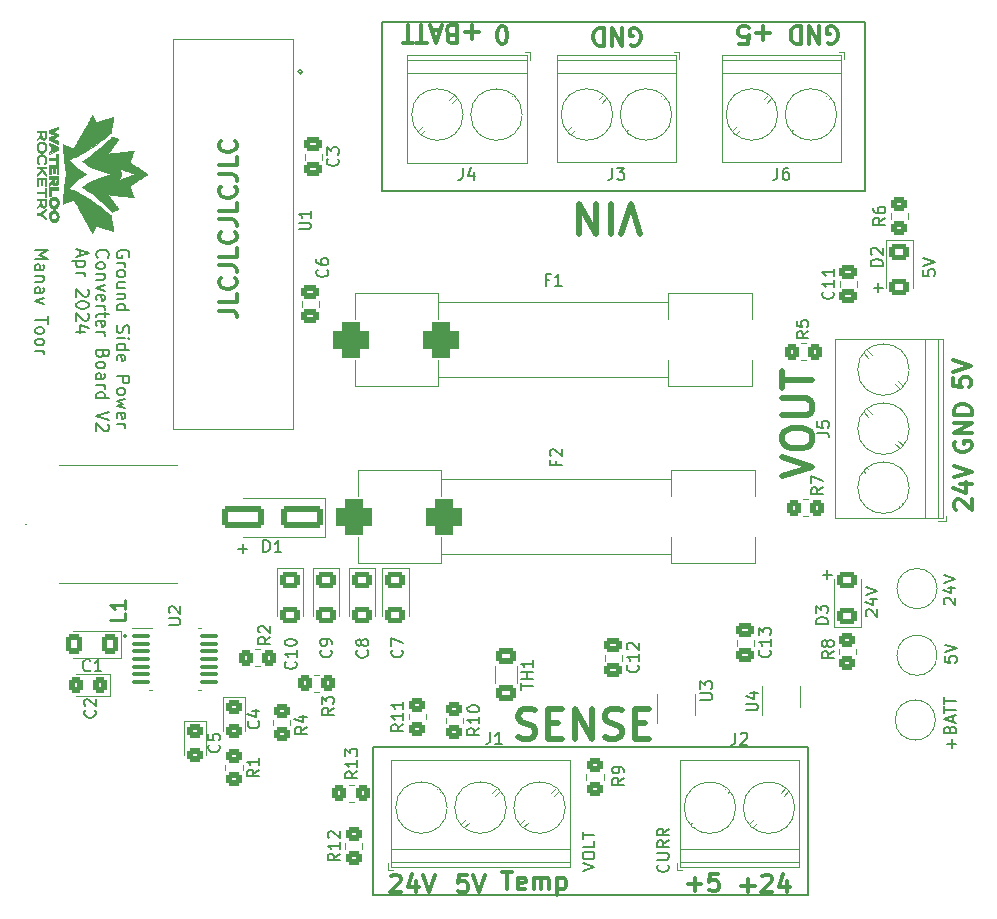
<source format=gto>
G04 #@! TF.GenerationSoftware,KiCad,Pcbnew,7.0.9*
G04 #@! TF.CreationDate,2024-04-16T14:42:34-04:00*
G04 #@! TF.ProjectId,Converters,436f6e76-6572-4746-9572-732e6b696361,rev?*
G04 #@! TF.SameCoordinates,Original*
G04 #@! TF.FileFunction,Legend,Top*
G04 #@! TF.FilePolarity,Positive*
%FSLAX46Y46*%
G04 Gerber Fmt 4.6, Leading zero omitted, Abs format (unit mm)*
G04 Created by KiCad (PCBNEW 7.0.9) date 2024-04-16 14:42:34*
%MOMM*%
%LPD*%
G01*
G04 APERTURE LIST*
G04 Aperture macros list*
%AMRoundRect*
0 Rectangle with rounded corners*
0 $1 Rounding radius*
0 $2 $3 $4 $5 $6 $7 $8 $9 X,Y pos of 4 corners*
0 Add a 4 corners polygon primitive as box body*
4,1,4,$2,$3,$4,$5,$6,$7,$8,$9,$2,$3,0*
0 Add four circle primitives for the rounded corners*
1,1,$1+$1,$2,$3*
1,1,$1+$1,$4,$5*
1,1,$1+$1,$6,$7*
1,1,$1+$1,$8,$9*
0 Add four rect primitives between the rounded corners*
20,1,$1+$1,$2,$3,$4,$5,0*
20,1,$1+$1,$4,$5,$6,$7,0*
20,1,$1+$1,$6,$7,$8,$9,0*
20,1,$1+$1,$8,$9,$2,$3,0*%
G04 Aperture macros list end*
%ADD10C,0.300000*%
%ADD11C,0.150000*%
%ADD12C,0.479400*%
%ADD13C,0.200000*%
%ADD14C,0.177800*%
%ADD15C,0.254000*%
%ADD16C,0.120000*%
%ADD17C,0.100000*%
%ADD18C,0.010000*%
%ADD19R,2.600000X2.600000*%
%ADD20C,2.600000*%
%ADD21RoundRect,0.250000X-0.450000X0.350000X-0.450000X-0.350000X0.450000X-0.350000X0.450000X0.350000X0*%
%ADD22R,3.800000X4.800000*%
%ADD23RoundRect,0.250000X0.350000X0.450000X-0.350000X0.450000X-0.350000X-0.450000X0.350000X-0.450000X0*%
%ADD24R,0.650000X1.560000*%
%ADD25RoundRect,0.250000X0.325000X0.450000X-0.325000X0.450000X-0.325000X-0.450000X0.325000X-0.450000X0*%
%ADD26RoundRect,0.250001X0.462499X0.624999X-0.462499X0.624999X-0.462499X-0.624999X0.462499X-0.624999X0*%
%ADD27C,0.800000*%
%ADD28C,6.400000*%
%ADD29RoundRect,0.250001X-0.624999X0.462499X-0.624999X-0.462499X0.624999X-0.462499X0.624999X0.462499X0*%
%ADD30RoundRect,0.750000X-0.750000X-0.750000X0.750000X-0.750000X0.750000X0.750000X-0.750000X0.750000X0*%
%ADD31C,3.000000*%
%ADD32RoundRect,0.250000X-0.475000X0.337500X-0.475000X-0.337500X0.475000X-0.337500X0.475000X0.337500X0*%
%ADD33R,3.000000X3.100000*%
%ADD34RoundRect,0.100000X-0.687500X-0.100000X0.687500X-0.100000X0.687500X0.100000X-0.687500X0.100000X0*%
%ADD35RoundRect,0.250000X-0.350000X-0.450000X0.350000X-0.450000X0.350000X0.450000X-0.350000X0.450000X0*%
%ADD36RoundRect,0.250000X0.450000X-0.350000X0.450000X0.350000X-0.450000X0.350000X-0.450000X-0.350000X0*%
%ADD37R,2.000000X2.000000*%
%ADD38C,2.000000*%
%ADD39RoundRect,0.250000X0.475000X-0.337500X0.475000X0.337500X-0.475000X0.337500X-0.475000X-0.337500X0*%
%ADD40RoundRect,0.250001X0.624999X-0.462499X0.624999X0.462499X-0.624999X0.462499X-0.624999X-0.462499X0*%
%ADD41RoundRect,0.250000X-0.625000X0.400000X-0.625000X-0.400000X0.625000X-0.400000X0.625000X0.400000X0*%
%ADD42RoundRect,0.250000X-0.450000X0.325000X-0.450000X-0.325000X0.450000X-0.325000X0.450000X0.325000X0*%
%ADD43RoundRect,0.250000X1.500000X0.650000X-1.500000X0.650000X-1.500000X-0.650000X1.500000X-0.650000X0*%
G04 APERTURE END LIST*
D10*
X136847486Y-139021185D02*
X136918914Y-138949757D01*
X136918914Y-138949757D02*
X137061772Y-138878328D01*
X137061772Y-138878328D02*
X137418914Y-138878328D01*
X137418914Y-138878328D02*
X137561772Y-138949757D01*
X137561772Y-138949757D02*
X137633200Y-139021185D01*
X137633200Y-139021185D02*
X137704629Y-139164042D01*
X137704629Y-139164042D02*
X137704629Y-139306900D01*
X137704629Y-139306900D02*
X137633200Y-139521185D01*
X137633200Y-139521185D02*
X136776057Y-140378328D01*
X136776057Y-140378328D02*
X137704629Y-140378328D01*
X138990343Y-139378328D02*
X138990343Y-140378328D01*
X138633200Y-138806900D02*
X138276057Y-139878328D01*
X138276057Y-139878328D02*
X139204628Y-139878328D01*
X139561771Y-138878328D02*
X140061771Y-140378328D01*
X140061771Y-140378328D02*
X140561771Y-138878328D01*
D11*
X160302580Y-138029792D02*
X160350200Y-138077411D01*
X160350200Y-138077411D02*
X160397819Y-138220268D01*
X160397819Y-138220268D02*
X160397819Y-138315506D01*
X160397819Y-138315506D02*
X160350200Y-138458363D01*
X160350200Y-138458363D02*
X160254961Y-138553601D01*
X160254961Y-138553601D02*
X160159723Y-138601220D01*
X160159723Y-138601220D02*
X159969247Y-138648839D01*
X159969247Y-138648839D02*
X159826390Y-138648839D01*
X159826390Y-138648839D02*
X159635914Y-138601220D01*
X159635914Y-138601220D02*
X159540676Y-138553601D01*
X159540676Y-138553601D02*
X159445438Y-138458363D01*
X159445438Y-138458363D02*
X159397819Y-138315506D01*
X159397819Y-138315506D02*
X159397819Y-138220268D01*
X159397819Y-138220268D02*
X159445438Y-138077411D01*
X159445438Y-138077411D02*
X159493057Y-138029792D01*
X159397819Y-137601220D02*
X160207342Y-137601220D01*
X160207342Y-137601220D02*
X160302580Y-137553601D01*
X160302580Y-137553601D02*
X160350200Y-137505982D01*
X160350200Y-137505982D02*
X160397819Y-137410744D01*
X160397819Y-137410744D02*
X160397819Y-137220268D01*
X160397819Y-137220268D02*
X160350200Y-137125030D01*
X160350200Y-137125030D02*
X160302580Y-137077411D01*
X160302580Y-137077411D02*
X160207342Y-137029792D01*
X160207342Y-137029792D02*
X159397819Y-137029792D01*
X160397819Y-135982173D02*
X159921628Y-136315506D01*
X160397819Y-136553601D02*
X159397819Y-136553601D01*
X159397819Y-136553601D02*
X159397819Y-136172649D01*
X159397819Y-136172649D02*
X159445438Y-136077411D01*
X159445438Y-136077411D02*
X159493057Y-136029792D01*
X159493057Y-136029792D02*
X159588295Y-135982173D01*
X159588295Y-135982173D02*
X159731152Y-135982173D01*
X159731152Y-135982173D02*
X159826390Y-136029792D01*
X159826390Y-136029792D02*
X159874009Y-136077411D01*
X159874009Y-136077411D02*
X159921628Y-136172649D01*
X159921628Y-136172649D02*
X159921628Y-136553601D01*
X160397819Y-134982173D02*
X159921628Y-135315506D01*
X160397819Y-135553601D02*
X159397819Y-135553601D01*
X159397819Y-135553601D02*
X159397819Y-135172649D01*
X159397819Y-135172649D02*
X159445438Y-135077411D01*
X159445438Y-135077411D02*
X159493057Y-135029792D01*
X159493057Y-135029792D02*
X159588295Y-134982173D01*
X159588295Y-134982173D02*
X159731152Y-134982173D01*
X159731152Y-134982173D02*
X159826390Y-135029792D01*
X159826390Y-135029792D02*
X159874009Y-135077411D01*
X159874009Y-135077411D02*
X159921628Y-135172649D01*
X159921628Y-135172649D02*
X159921628Y-135553601D01*
X153098619Y-138540877D02*
X154098619Y-138207544D01*
X154098619Y-138207544D02*
X153098619Y-137874211D01*
X153098619Y-137350401D02*
X153098619Y-137159925D01*
X153098619Y-137159925D02*
X153146238Y-137064687D01*
X153146238Y-137064687D02*
X153241476Y-136969449D01*
X153241476Y-136969449D02*
X153431952Y-136921830D01*
X153431952Y-136921830D02*
X153765285Y-136921830D01*
X153765285Y-136921830D02*
X153955761Y-136969449D01*
X153955761Y-136969449D02*
X154051000Y-137064687D01*
X154051000Y-137064687D02*
X154098619Y-137159925D01*
X154098619Y-137159925D02*
X154098619Y-137350401D01*
X154098619Y-137350401D02*
X154051000Y-137445639D01*
X154051000Y-137445639D02*
X153955761Y-137540877D01*
X153955761Y-137540877D02*
X153765285Y-137588496D01*
X153765285Y-137588496D02*
X153431952Y-137588496D01*
X153431952Y-137588496D02*
X153241476Y-137540877D01*
X153241476Y-137540877D02*
X153146238Y-137445639D01*
X153146238Y-137445639D02*
X153098619Y-137350401D01*
X154098619Y-136017068D02*
X154098619Y-136493258D01*
X154098619Y-136493258D02*
X153098619Y-136493258D01*
X153098619Y-135826591D02*
X153098619Y-135255163D01*
X154098619Y-135540877D02*
X153098619Y-135540877D01*
D12*
X147658955Y-127257191D02*
X148019527Y-127377381D01*
X148019527Y-127377381D02*
X148620479Y-127377381D01*
X148620479Y-127377381D02*
X148860860Y-127257191D01*
X148860860Y-127257191D02*
X148981051Y-127137000D01*
X148981051Y-127137000D02*
X149101241Y-126896619D01*
X149101241Y-126896619D02*
X149101241Y-126656238D01*
X149101241Y-126656238D02*
X148981051Y-126415857D01*
X148981051Y-126415857D02*
X148860860Y-126295667D01*
X148860860Y-126295667D02*
X148620479Y-126175476D01*
X148620479Y-126175476D02*
X148139717Y-126055286D01*
X148139717Y-126055286D02*
X147899336Y-125935095D01*
X147899336Y-125935095D02*
X147779146Y-125814905D01*
X147779146Y-125814905D02*
X147658955Y-125574524D01*
X147658955Y-125574524D02*
X147658955Y-125334143D01*
X147658955Y-125334143D02*
X147779146Y-125093762D01*
X147779146Y-125093762D02*
X147899336Y-124973571D01*
X147899336Y-124973571D02*
X148139717Y-124853381D01*
X148139717Y-124853381D02*
X148740670Y-124853381D01*
X148740670Y-124853381D02*
X149101241Y-124973571D01*
X150182956Y-126055286D02*
X151024289Y-126055286D01*
X151384861Y-127377381D02*
X150182956Y-127377381D01*
X150182956Y-127377381D02*
X150182956Y-124853381D01*
X150182956Y-124853381D02*
X151384861Y-124853381D01*
X152466575Y-127377381D02*
X152466575Y-124853381D01*
X152466575Y-124853381D02*
X153908861Y-127377381D01*
X153908861Y-127377381D02*
X153908861Y-124853381D01*
X154990574Y-127257191D02*
X155351146Y-127377381D01*
X155351146Y-127377381D02*
X155952098Y-127377381D01*
X155952098Y-127377381D02*
X156192479Y-127257191D01*
X156192479Y-127257191D02*
X156312670Y-127137000D01*
X156312670Y-127137000D02*
X156432860Y-126896619D01*
X156432860Y-126896619D02*
X156432860Y-126656238D01*
X156432860Y-126656238D02*
X156312670Y-126415857D01*
X156312670Y-126415857D02*
X156192479Y-126295667D01*
X156192479Y-126295667D02*
X155952098Y-126175476D01*
X155952098Y-126175476D02*
X155471336Y-126055286D01*
X155471336Y-126055286D02*
X155230955Y-125935095D01*
X155230955Y-125935095D02*
X155110765Y-125814905D01*
X155110765Y-125814905D02*
X154990574Y-125574524D01*
X154990574Y-125574524D02*
X154990574Y-125334143D01*
X154990574Y-125334143D02*
X155110765Y-125093762D01*
X155110765Y-125093762D02*
X155230955Y-124973571D01*
X155230955Y-124973571D02*
X155471336Y-124853381D01*
X155471336Y-124853381D02*
X156072289Y-124853381D01*
X156072289Y-124853381D02*
X156432860Y-124973571D01*
X157514575Y-126055286D02*
X158355908Y-126055286D01*
X158716480Y-127377381D02*
X157514575Y-127377381D01*
X157514575Y-127377381D02*
X157514575Y-124853381D01*
X157514575Y-124853381D02*
X158716480Y-124853381D01*
D11*
X135331200Y-128066800D02*
X172212000Y-128066800D01*
X172212000Y-140614400D01*
X135331200Y-140614400D01*
X135331200Y-128066800D01*
D12*
X170014581Y-105159025D02*
X172538581Y-104317691D01*
X172538581Y-104317691D02*
X170014581Y-103476358D01*
X170014581Y-102154262D02*
X170014581Y-101673500D01*
X170014581Y-101673500D02*
X170134771Y-101433119D01*
X170134771Y-101433119D02*
X170375152Y-101192738D01*
X170375152Y-101192738D02*
X170855914Y-101072548D01*
X170855914Y-101072548D02*
X171697248Y-101072548D01*
X171697248Y-101072548D02*
X172178010Y-101192738D01*
X172178010Y-101192738D02*
X172418391Y-101433119D01*
X172418391Y-101433119D02*
X172538581Y-101673500D01*
X172538581Y-101673500D02*
X172538581Y-102154262D01*
X172538581Y-102154262D02*
X172418391Y-102394643D01*
X172418391Y-102394643D02*
X172178010Y-102635024D01*
X172178010Y-102635024D02*
X171697248Y-102755215D01*
X171697248Y-102755215D02*
X170855914Y-102755215D01*
X170855914Y-102755215D02*
X170375152Y-102635024D01*
X170375152Y-102635024D02*
X170134771Y-102394643D01*
X170134771Y-102394643D02*
X170014581Y-102154262D01*
X170014581Y-99990834D02*
X172057819Y-99990834D01*
X172057819Y-99990834D02*
X172298200Y-99870644D01*
X172298200Y-99870644D02*
X172418391Y-99750453D01*
X172418391Y-99750453D02*
X172538581Y-99510072D01*
X172538581Y-99510072D02*
X172538581Y-99029310D01*
X172538581Y-99029310D02*
X172418391Y-98788929D01*
X172418391Y-98788929D02*
X172298200Y-98668739D01*
X172298200Y-98668739D02*
X172057819Y-98548548D01*
X172057819Y-98548548D02*
X170014581Y-98548548D01*
X170014581Y-97707216D02*
X170014581Y-96264930D01*
X172538581Y-96986073D02*
X170014581Y-96986073D01*
X157991025Y-84645818D02*
X157149691Y-82121818D01*
X157149691Y-82121818D02*
X156308358Y-84645818D01*
X155467024Y-82121818D02*
X155467024Y-84645818D01*
X154265119Y-82121818D02*
X154265119Y-84645818D01*
X154265119Y-84645818D02*
X152822833Y-82121818D01*
X152822833Y-82121818D02*
X152822833Y-84645818D01*
D11*
X136093200Y-66700400D02*
X176987200Y-66700400D01*
X176987200Y-81026000D01*
X136093200Y-81026000D01*
X136093200Y-66700400D01*
X114456200Y-118687200D02*
G75*
G03*
X114456200Y-118687200I-127000J0D01*
G01*
X129362200Y-70891400D02*
G75*
G03*
X129362200Y-70891400I-177800J0D01*
G01*
D10*
X162010885Y-139705300D02*
X163153743Y-139705300D01*
X162582314Y-140276728D02*
X162582314Y-139133871D01*
X164582314Y-138776728D02*
X163868028Y-138776728D01*
X163868028Y-138776728D02*
X163796600Y-139491014D01*
X163796600Y-139491014D02*
X163868028Y-139419585D01*
X163868028Y-139419585D02*
X164010886Y-139348157D01*
X164010886Y-139348157D02*
X164368028Y-139348157D01*
X164368028Y-139348157D02*
X164510886Y-139419585D01*
X164510886Y-139419585D02*
X164582314Y-139491014D01*
X164582314Y-139491014D02*
X164653743Y-139633871D01*
X164653743Y-139633871D02*
X164653743Y-139991014D01*
X164653743Y-139991014D02*
X164582314Y-140133871D01*
X164582314Y-140133871D02*
X164510886Y-140205300D01*
X164510886Y-140205300D02*
X164368028Y-140276728D01*
X164368028Y-140276728D02*
X164010886Y-140276728D01*
X164010886Y-140276728D02*
X163868028Y-140205300D01*
X163868028Y-140205300D02*
X163796600Y-140133871D01*
X143325886Y-138878328D02*
X142611600Y-138878328D01*
X142611600Y-138878328D02*
X142540172Y-139592614D01*
X142540172Y-139592614D02*
X142611600Y-139521185D01*
X142611600Y-139521185D02*
X142754458Y-139449757D01*
X142754458Y-139449757D02*
X143111600Y-139449757D01*
X143111600Y-139449757D02*
X143254458Y-139521185D01*
X143254458Y-139521185D02*
X143325886Y-139592614D01*
X143325886Y-139592614D02*
X143397315Y-139735471D01*
X143397315Y-139735471D02*
X143397315Y-140092614D01*
X143397315Y-140092614D02*
X143325886Y-140235471D01*
X143325886Y-140235471D02*
X143254458Y-140306900D01*
X143254458Y-140306900D02*
X143111600Y-140378328D01*
X143111600Y-140378328D02*
X142754458Y-140378328D01*
X142754458Y-140378328D02*
X142611600Y-140306900D01*
X142611600Y-140306900D02*
X142540172Y-140235471D01*
X143825886Y-138878328D02*
X144325886Y-140378328D01*
X144325886Y-140378328D02*
X144825886Y-138878328D01*
X157149656Y-68619042D02*
X157292514Y-68690471D01*
X157292514Y-68690471D02*
X157506799Y-68690471D01*
X157506799Y-68690471D02*
X157721085Y-68619042D01*
X157721085Y-68619042D02*
X157863942Y-68476185D01*
X157863942Y-68476185D02*
X157935371Y-68333328D01*
X157935371Y-68333328D02*
X158006799Y-68047614D01*
X158006799Y-68047614D02*
X158006799Y-67833328D01*
X158006799Y-67833328D02*
X157935371Y-67547614D01*
X157935371Y-67547614D02*
X157863942Y-67404757D01*
X157863942Y-67404757D02*
X157721085Y-67261900D01*
X157721085Y-67261900D02*
X157506799Y-67190471D01*
X157506799Y-67190471D02*
X157363942Y-67190471D01*
X157363942Y-67190471D02*
X157149656Y-67261900D01*
X157149656Y-67261900D02*
X157078228Y-67333328D01*
X157078228Y-67333328D02*
X157078228Y-67833328D01*
X157078228Y-67833328D02*
X157363942Y-67833328D01*
X156435371Y-67190471D02*
X156435371Y-68690471D01*
X156435371Y-68690471D02*
X155578228Y-67190471D01*
X155578228Y-67190471D02*
X155578228Y-68690471D01*
X154863942Y-67190471D02*
X154863942Y-68690471D01*
X154863942Y-68690471D02*
X154506799Y-68690471D01*
X154506799Y-68690471D02*
X154292513Y-68619042D01*
X154292513Y-68619042D02*
X154149656Y-68476185D01*
X154149656Y-68476185D02*
X154078227Y-68333328D01*
X154078227Y-68333328D02*
X154006799Y-68047614D01*
X154006799Y-68047614D02*
X154006799Y-67833328D01*
X154006799Y-67833328D02*
X154078227Y-67547614D01*
X154078227Y-67547614D02*
X154149656Y-67404757D01*
X154149656Y-67404757D02*
X154292513Y-67261900D01*
X154292513Y-67261900D02*
X154506799Y-67190471D01*
X154506799Y-67190471D02*
X154863942Y-67190471D01*
X173837456Y-68466642D02*
X173980314Y-68538071D01*
X173980314Y-68538071D02*
X174194599Y-68538071D01*
X174194599Y-68538071D02*
X174408885Y-68466642D01*
X174408885Y-68466642D02*
X174551742Y-68323785D01*
X174551742Y-68323785D02*
X174623171Y-68180928D01*
X174623171Y-68180928D02*
X174694599Y-67895214D01*
X174694599Y-67895214D02*
X174694599Y-67680928D01*
X174694599Y-67680928D02*
X174623171Y-67395214D01*
X174623171Y-67395214D02*
X174551742Y-67252357D01*
X174551742Y-67252357D02*
X174408885Y-67109500D01*
X174408885Y-67109500D02*
X174194599Y-67038071D01*
X174194599Y-67038071D02*
X174051742Y-67038071D01*
X174051742Y-67038071D02*
X173837456Y-67109500D01*
X173837456Y-67109500D02*
X173766028Y-67180928D01*
X173766028Y-67180928D02*
X173766028Y-67680928D01*
X173766028Y-67680928D02*
X174051742Y-67680928D01*
X173123171Y-67038071D02*
X173123171Y-68538071D01*
X173123171Y-68538071D02*
X172266028Y-67038071D01*
X172266028Y-67038071D02*
X172266028Y-68538071D01*
X171551742Y-67038071D02*
X171551742Y-68538071D01*
X171551742Y-68538071D02*
X171194599Y-68538071D01*
X171194599Y-68538071D02*
X170980313Y-68466642D01*
X170980313Y-68466642D02*
X170837456Y-68323785D01*
X170837456Y-68323785D02*
X170766027Y-68180928D01*
X170766027Y-68180928D02*
X170694599Y-67895214D01*
X170694599Y-67895214D02*
X170694599Y-67680928D01*
X170694599Y-67680928D02*
X170766027Y-67395214D01*
X170766027Y-67395214D02*
X170837456Y-67252357D01*
X170837456Y-67252357D02*
X170980313Y-67109500D01*
X170980313Y-67109500D02*
X171194599Y-67038071D01*
X171194599Y-67038071D02*
X171551742Y-67038071D01*
X166503600Y-139806900D02*
X167646458Y-139806900D01*
X167075029Y-140378328D02*
X167075029Y-139235471D01*
X168289315Y-139021185D02*
X168360743Y-138949757D01*
X168360743Y-138949757D02*
X168503601Y-138878328D01*
X168503601Y-138878328D02*
X168860743Y-138878328D01*
X168860743Y-138878328D02*
X169003601Y-138949757D01*
X169003601Y-138949757D02*
X169075029Y-139021185D01*
X169075029Y-139021185D02*
X169146458Y-139164042D01*
X169146458Y-139164042D02*
X169146458Y-139306900D01*
X169146458Y-139306900D02*
X169075029Y-139521185D01*
X169075029Y-139521185D02*
X168217886Y-140378328D01*
X168217886Y-140378328D02*
X169146458Y-140378328D01*
X170432172Y-139378328D02*
X170432172Y-140378328D01*
X170075029Y-138806900D02*
X169717886Y-139878328D01*
X169717886Y-139878328D02*
X170646457Y-139878328D01*
X184664985Y-107957713D02*
X184593557Y-107886285D01*
X184593557Y-107886285D02*
X184522128Y-107743428D01*
X184522128Y-107743428D02*
X184522128Y-107386285D01*
X184522128Y-107386285D02*
X184593557Y-107243428D01*
X184593557Y-107243428D02*
X184664985Y-107171999D01*
X184664985Y-107171999D02*
X184807842Y-107100570D01*
X184807842Y-107100570D02*
X184950700Y-107100570D01*
X184950700Y-107100570D02*
X185164985Y-107171999D01*
X185164985Y-107171999D02*
X186022128Y-108029142D01*
X186022128Y-108029142D02*
X186022128Y-107100570D01*
X185022128Y-105814857D02*
X186022128Y-105814857D01*
X184450700Y-106171999D02*
X185522128Y-106529142D01*
X185522128Y-106529142D02*
X185522128Y-105600571D01*
X184522128Y-105243428D02*
X186022128Y-104743428D01*
X186022128Y-104743428D02*
X184522128Y-104243428D01*
X146350027Y-68538071D02*
X146207170Y-68538071D01*
X146207170Y-68538071D02*
X146064313Y-68466642D01*
X146064313Y-68466642D02*
X145992885Y-68395214D01*
X145992885Y-68395214D02*
X145921456Y-68252357D01*
X145921456Y-68252357D02*
X145850027Y-67966642D01*
X145850027Y-67966642D02*
X145850027Y-67609500D01*
X145850027Y-67609500D02*
X145921456Y-67323785D01*
X145921456Y-67323785D02*
X145992885Y-67180928D01*
X145992885Y-67180928D02*
X146064313Y-67109500D01*
X146064313Y-67109500D02*
X146207170Y-67038071D01*
X146207170Y-67038071D02*
X146350027Y-67038071D01*
X146350027Y-67038071D02*
X146492885Y-67109500D01*
X146492885Y-67109500D02*
X146564313Y-67180928D01*
X146564313Y-67180928D02*
X146635742Y-67323785D01*
X146635742Y-67323785D02*
X146707170Y-67609500D01*
X146707170Y-67609500D02*
X146707170Y-67966642D01*
X146707170Y-67966642D02*
X146635742Y-68252357D01*
X146635742Y-68252357D02*
X146564313Y-68395214D01*
X146564313Y-68395214D02*
X146492885Y-68466642D01*
X146492885Y-68466642D02*
X146350027Y-68538071D01*
X168925714Y-67609500D02*
X167782857Y-67609500D01*
X168354285Y-67038071D02*
X168354285Y-68180928D01*
X166354285Y-68538071D02*
X167068571Y-68538071D01*
X167068571Y-68538071D02*
X167139999Y-67823785D01*
X167139999Y-67823785D02*
X167068571Y-67895214D01*
X167068571Y-67895214D02*
X166925714Y-67966642D01*
X166925714Y-67966642D02*
X166568571Y-67966642D01*
X166568571Y-67966642D02*
X166425714Y-67895214D01*
X166425714Y-67895214D02*
X166354285Y-67823785D01*
X166354285Y-67823785D02*
X166282856Y-67680928D01*
X166282856Y-67680928D02*
X166282856Y-67323785D01*
X166282856Y-67323785D02*
X166354285Y-67180928D01*
X166354285Y-67180928D02*
X166425714Y-67109500D01*
X166425714Y-67109500D02*
X166568571Y-67038071D01*
X166568571Y-67038071D02*
X166925714Y-67038071D01*
X166925714Y-67038071D02*
X167068571Y-67109500D01*
X167068571Y-67109500D02*
X167139999Y-67180928D01*
D11*
X173436779Y-113488866D02*
X174198684Y-113488866D01*
X173817731Y-113869819D02*
X173817731Y-113107914D01*
D10*
X184471328Y-96805713D02*
X184471328Y-97519999D01*
X184471328Y-97519999D02*
X185185614Y-97591427D01*
X185185614Y-97591427D02*
X185114185Y-97519999D01*
X185114185Y-97519999D02*
X185042757Y-97377142D01*
X185042757Y-97377142D02*
X185042757Y-97019999D01*
X185042757Y-97019999D02*
X185114185Y-96877142D01*
X185114185Y-96877142D02*
X185185614Y-96805713D01*
X185185614Y-96805713D02*
X185328471Y-96734284D01*
X185328471Y-96734284D02*
X185685614Y-96734284D01*
X185685614Y-96734284D02*
X185828471Y-96805713D01*
X185828471Y-96805713D02*
X185899900Y-96877142D01*
X185899900Y-96877142D02*
X185971328Y-97019999D01*
X185971328Y-97019999D02*
X185971328Y-97377142D01*
X185971328Y-97377142D02*
X185899900Y-97519999D01*
X185899900Y-97519999D02*
X185828471Y-97591427D01*
X184471328Y-96305713D02*
X185971328Y-95805713D01*
X185971328Y-95805713D02*
X184471328Y-95305713D01*
D13*
X177147457Y-116990475D02*
X177099838Y-116942856D01*
X177099838Y-116942856D02*
X177052219Y-116847618D01*
X177052219Y-116847618D02*
X177052219Y-116609523D01*
X177052219Y-116609523D02*
X177099838Y-116514285D01*
X177099838Y-116514285D02*
X177147457Y-116466666D01*
X177147457Y-116466666D02*
X177242695Y-116419047D01*
X177242695Y-116419047D02*
X177337933Y-116419047D01*
X177337933Y-116419047D02*
X177480790Y-116466666D01*
X177480790Y-116466666D02*
X178052219Y-117038094D01*
X178052219Y-117038094D02*
X178052219Y-116419047D01*
X177385552Y-115561904D02*
X178052219Y-115561904D01*
X177004600Y-115799999D02*
X177718885Y-116038094D01*
X177718885Y-116038094D02*
X177718885Y-115419047D01*
X177052219Y-115180951D02*
X178052219Y-114847618D01*
X178052219Y-114847618D02*
X177052219Y-114514285D01*
D14*
X114665714Y-86579639D02*
X114716581Y-86477906D01*
X114716581Y-86477906D02*
X114716581Y-86325306D01*
X114716581Y-86325306D02*
X114665714Y-86172706D01*
X114665714Y-86172706D02*
X114563981Y-86070973D01*
X114563981Y-86070973D02*
X114462248Y-86020106D01*
X114462248Y-86020106D02*
X114258781Y-85969239D01*
X114258781Y-85969239D02*
X114106181Y-85969239D01*
X114106181Y-85969239D02*
X113902714Y-86020106D01*
X113902714Y-86020106D02*
X113800981Y-86070973D01*
X113800981Y-86070973D02*
X113699248Y-86172706D01*
X113699248Y-86172706D02*
X113648381Y-86325306D01*
X113648381Y-86325306D02*
X113648381Y-86427039D01*
X113648381Y-86427039D02*
X113699248Y-86579639D01*
X113699248Y-86579639D02*
X113750114Y-86630506D01*
X113750114Y-86630506D02*
X114106181Y-86630506D01*
X114106181Y-86630506D02*
X114106181Y-86427039D01*
X113648381Y-87088306D02*
X114360514Y-87088306D01*
X114157048Y-87088306D02*
X114258781Y-87139173D01*
X114258781Y-87139173D02*
X114309648Y-87190039D01*
X114309648Y-87190039D02*
X114360514Y-87291773D01*
X114360514Y-87291773D02*
X114360514Y-87393506D01*
X113648381Y-87902173D02*
X113699248Y-87800440D01*
X113699248Y-87800440D02*
X113750114Y-87749573D01*
X113750114Y-87749573D02*
X113851848Y-87698706D01*
X113851848Y-87698706D02*
X114157048Y-87698706D01*
X114157048Y-87698706D02*
X114258781Y-87749573D01*
X114258781Y-87749573D02*
X114309648Y-87800440D01*
X114309648Y-87800440D02*
X114360514Y-87902173D01*
X114360514Y-87902173D02*
X114360514Y-88054773D01*
X114360514Y-88054773D02*
X114309648Y-88156506D01*
X114309648Y-88156506D02*
X114258781Y-88207373D01*
X114258781Y-88207373D02*
X114157048Y-88258240D01*
X114157048Y-88258240D02*
X113851848Y-88258240D01*
X113851848Y-88258240D02*
X113750114Y-88207373D01*
X113750114Y-88207373D02*
X113699248Y-88156506D01*
X113699248Y-88156506D02*
X113648381Y-88054773D01*
X113648381Y-88054773D02*
X113648381Y-87902173D01*
X114360514Y-89173840D02*
X113648381Y-89173840D01*
X114360514Y-88716040D02*
X113800981Y-88716040D01*
X113800981Y-88716040D02*
X113699248Y-88766907D01*
X113699248Y-88766907D02*
X113648381Y-88868640D01*
X113648381Y-88868640D02*
X113648381Y-89021240D01*
X113648381Y-89021240D02*
X113699248Y-89122973D01*
X113699248Y-89122973D02*
X113750114Y-89173840D01*
X114360514Y-89682507D02*
X113648381Y-89682507D01*
X114258781Y-89682507D02*
X114309648Y-89733374D01*
X114309648Y-89733374D02*
X114360514Y-89835107D01*
X114360514Y-89835107D02*
X114360514Y-89987707D01*
X114360514Y-89987707D02*
X114309648Y-90089440D01*
X114309648Y-90089440D02*
X114207914Y-90140307D01*
X114207914Y-90140307D02*
X113648381Y-90140307D01*
X113648381Y-91106774D02*
X114716581Y-91106774D01*
X113699248Y-91106774D02*
X113648381Y-91005041D01*
X113648381Y-91005041D02*
X113648381Y-90801574D01*
X113648381Y-90801574D02*
X113699248Y-90699841D01*
X113699248Y-90699841D02*
X113750114Y-90648974D01*
X113750114Y-90648974D02*
X113851848Y-90598107D01*
X113851848Y-90598107D02*
X114157048Y-90598107D01*
X114157048Y-90598107D02*
X114258781Y-90648974D01*
X114258781Y-90648974D02*
X114309648Y-90699841D01*
X114309648Y-90699841D02*
X114360514Y-90801574D01*
X114360514Y-90801574D02*
X114360514Y-91005041D01*
X114360514Y-91005041D02*
X114309648Y-91106774D01*
X113699248Y-92378441D02*
X113648381Y-92531041D01*
X113648381Y-92531041D02*
X113648381Y-92785375D01*
X113648381Y-92785375D02*
X113699248Y-92887108D01*
X113699248Y-92887108D02*
X113750114Y-92937975D01*
X113750114Y-92937975D02*
X113851848Y-92988841D01*
X113851848Y-92988841D02*
X113953581Y-92988841D01*
X113953581Y-92988841D02*
X114055314Y-92937975D01*
X114055314Y-92937975D02*
X114106181Y-92887108D01*
X114106181Y-92887108D02*
X114157048Y-92785375D01*
X114157048Y-92785375D02*
X114207914Y-92581908D01*
X114207914Y-92581908D02*
X114258781Y-92480175D01*
X114258781Y-92480175D02*
X114309648Y-92429308D01*
X114309648Y-92429308D02*
X114411381Y-92378441D01*
X114411381Y-92378441D02*
X114513114Y-92378441D01*
X114513114Y-92378441D02*
X114614848Y-92429308D01*
X114614848Y-92429308D02*
X114665714Y-92480175D01*
X114665714Y-92480175D02*
X114716581Y-92581908D01*
X114716581Y-92581908D02*
X114716581Y-92836241D01*
X114716581Y-92836241D02*
X114665714Y-92988841D01*
X113648381Y-93446641D02*
X114360514Y-93446641D01*
X114716581Y-93446641D02*
X114665714Y-93395774D01*
X114665714Y-93395774D02*
X114614848Y-93446641D01*
X114614848Y-93446641D02*
X114665714Y-93497508D01*
X114665714Y-93497508D02*
X114716581Y-93446641D01*
X114716581Y-93446641D02*
X114614848Y-93446641D01*
X113648381Y-94413108D02*
X114716581Y-94413108D01*
X113699248Y-94413108D02*
X113648381Y-94311375D01*
X113648381Y-94311375D02*
X113648381Y-94107908D01*
X113648381Y-94107908D02*
X113699248Y-94006175D01*
X113699248Y-94006175D02*
X113750114Y-93955308D01*
X113750114Y-93955308D02*
X113851848Y-93904441D01*
X113851848Y-93904441D02*
X114157048Y-93904441D01*
X114157048Y-93904441D02*
X114258781Y-93955308D01*
X114258781Y-93955308D02*
X114309648Y-94006175D01*
X114309648Y-94006175D02*
X114360514Y-94107908D01*
X114360514Y-94107908D02*
X114360514Y-94311375D01*
X114360514Y-94311375D02*
X114309648Y-94413108D01*
X113699248Y-95328708D02*
X113648381Y-95226975D01*
X113648381Y-95226975D02*
X113648381Y-95023508D01*
X113648381Y-95023508D02*
X113699248Y-94921775D01*
X113699248Y-94921775D02*
X113800981Y-94870908D01*
X113800981Y-94870908D02*
X114207914Y-94870908D01*
X114207914Y-94870908D02*
X114309648Y-94921775D01*
X114309648Y-94921775D02*
X114360514Y-95023508D01*
X114360514Y-95023508D02*
X114360514Y-95226975D01*
X114360514Y-95226975D02*
X114309648Y-95328708D01*
X114309648Y-95328708D02*
X114207914Y-95379575D01*
X114207914Y-95379575D02*
X114106181Y-95379575D01*
X114106181Y-95379575D02*
X114004448Y-94870908D01*
X113648381Y-96651242D02*
X114716581Y-96651242D01*
X114716581Y-96651242D02*
X114716581Y-97058175D01*
X114716581Y-97058175D02*
X114665714Y-97159909D01*
X114665714Y-97159909D02*
X114614848Y-97210775D01*
X114614848Y-97210775D02*
X114513114Y-97261642D01*
X114513114Y-97261642D02*
X114360514Y-97261642D01*
X114360514Y-97261642D02*
X114258781Y-97210775D01*
X114258781Y-97210775D02*
X114207914Y-97159909D01*
X114207914Y-97159909D02*
X114157048Y-97058175D01*
X114157048Y-97058175D02*
X114157048Y-96651242D01*
X113648381Y-97872042D02*
X113699248Y-97770309D01*
X113699248Y-97770309D02*
X113750114Y-97719442D01*
X113750114Y-97719442D02*
X113851848Y-97668575D01*
X113851848Y-97668575D02*
X114157048Y-97668575D01*
X114157048Y-97668575D02*
X114258781Y-97719442D01*
X114258781Y-97719442D02*
X114309648Y-97770309D01*
X114309648Y-97770309D02*
X114360514Y-97872042D01*
X114360514Y-97872042D02*
X114360514Y-98024642D01*
X114360514Y-98024642D02*
X114309648Y-98126375D01*
X114309648Y-98126375D02*
X114258781Y-98177242D01*
X114258781Y-98177242D02*
X114157048Y-98228109D01*
X114157048Y-98228109D02*
X113851848Y-98228109D01*
X113851848Y-98228109D02*
X113750114Y-98177242D01*
X113750114Y-98177242D02*
X113699248Y-98126375D01*
X113699248Y-98126375D02*
X113648381Y-98024642D01*
X113648381Y-98024642D02*
X113648381Y-97872042D01*
X114360514Y-98584176D02*
X113648381Y-98787642D01*
X113648381Y-98787642D02*
X114157048Y-98991109D01*
X114157048Y-98991109D02*
X113648381Y-99194576D01*
X113648381Y-99194576D02*
X114360514Y-99398042D01*
X113699248Y-100211909D02*
X113648381Y-100110176D01*
X113648381Y-100110176D02*
X113648381Y-99906709D01*
X113648381Y-99906709D02*
X113699248Y-99804976D01*
X113699248Y-99804976D02*
X113800981Y-99754109D01*
X113800981Y-99754109D02*
X114207914Y-99754109D01*
X114207914Y-99754109D02*
X114309648Y-99804976D01*
X114309648Y-99804976D02*
X114360514Y-99906709D01*
X114360514Y-99906709D02*
X114360514Y-100110176D01*
X114360514Y-100110176D02*
X114309648Y-100211909D01*
X114309648Y-100211909D02*
X114207914Y-100262776D01*
X114207914Y-100262776D02*
X114106181Y-100262776D01*
X114106181Y-100262776D02*
X114004448Y-99754109D01*
X113648381Y-100720576D02*
X114360514Y-100720576D01*
X114157048Y-100720576D02*
X114258781Y-100771443D01*
X114258781Y-100771443D02*
X114309648Y-100822309D01*
X114309648Y-100822309D02*
X114360514Y-100924043D01*
X114360514Y-100924043D02*
X114360514Y-101025776D01*
X112030312Y-86630506D02*
X111979446Y-86579639D01*
X111979446Y-86579639D02*
X111928579Y-86427039D01*
X111928579Y-86427039D02*
X111928579Y-86325306D01*
X111928579Y-86325306D02*
X111979446Y-86172706D01*
X111979446Y-86172706D02*
X112081179Y-86070973D01*
X112081179Y-86070973D02*
X112182912Y-86020106D01*
X112182912Y-86020106D02*
X112386379Y-85969239D01*
X112386379Y-85969239D02*
X112538979Y-85969239D01*
X112538979Y-85969239D02*
X112742446Y-86020106D01*
X112742446Y-86020106D02*
X112844179Y-86070973D01*
X112844179Y-86070973D02*
X112945912Y-86172706D01*
X112945912Y-86172706D02*
X112996779Y-86325306D01*
X112996779Y-86325306D02*
X112996779Y-86427039D01*
X112996779Y-86427039D02*
X112945912Y-86579639D01*
X112945912Y-86579639D02*
X112895046Y-86630506D01*
X111928579Y-87240906D02*
X111979446Y-87139173D01*
X111979446Y-87139173D02*
X112030312Y-87088306D01*
X112030312Y-87088306D02*
X112132046Y-87037439D01*
X112132046Y-87037439D02*
X112437246Y-87037439D01*
X112437246Y-87037439D02*
X112538979Y-87088306D01*
X112538979Y-87088306D02*
X112589846Y-87139173D01*
X112589846Y-87139173D02*
X112640712Y-87240906D01*
X112640712Y-87240906D02*
X112640712Y-87393506D01*
X112640712Y-87393506D02*
X112589846Y-87495239D01*
X112589846Y-87495239D02*
X112538979Y-87546106D01*
X112538979Y-87546106D02*
X112437246Y-87596973D01*
X112437246Y-87596973D02*
X112132046Y-87596973D01*
X112132046Y-87596973D02*
X112030312Y-87546106D01*
X112030312Y-87546106D02*
X111979446Y-87495239D01*
X111979446Y-87495239D02*
X111928579Y-87393506D01*
X111928579Y-87393506D02*
X111928579Y-87240906D01*
X112640712Y-88054773D02*
X111928579Y-88054773D01*
X112538979Y-88054773D02*
X112589846Y-88105640D01*
X112589846Y-88105640D02*
X112640712Y-88207373D01*
X112640712Y-88207373D02*
X112640712Y-88359973D01*
X112640712Y-88359973D02*
X112589846Y-88461706D01*
X112589846Y-88461706D02*
X112488112Y-88512573D01*
X112488112Y-88512573D02*
X111928579Y-88512573D01*
X112640712Y-88919507D02*
X111928579Y-89173840D01*
X111928579Y-89173840D02*
X112640712Y-89428173D01*
X111979446Y-90242040D02*
X111928579Y-90140307D01*
X111928579Y-90140307D02*
X111928579Y-89936840D01*
X111928579Y-89936840D02*
X111979446Y-89835107D01*
X111979446Y-89835107D02*
X112081179Y-89784240D01*
X112081179Y-89784240D02*
X112488112Y-89784240D01*
X112488112Y-89784240D02*
X112589846Y-89835107D01*
X112589846Y-89835107D02*
X112640712Y-89936840D01*
X112640712Y-89936840D02*
X112640712Y-90140307D01*
X112640712Y-90140307D02*
X112589846Y-90242040D01*
X112589846Y-90242040D02*
X112488112Y-90292907D01*
X112488112Y-90292907D02*
X112386379Y-90292907D01*
X112386379Y-90292907D02*
X112284646Y-89784240D01*
X111928579Y-90750707D02*
X112640712Y-90750707D01*
X112437246Y-90750707D02*
X112538979Y-90801574D01*
X112538979Y-90801574D02*
X112589846Y-90852440D01*
X112589846Y-90852440D02*
X112640712Y-90954174D01*
X112640712Y-90954174D02*
X112640712Y-91055907D01*
X112640712Y-91259374D02*
X112640712Y-91666307D01*
X112996779Y-91411974D02*
X112081179Y-91411974D01*
X112081179Y-91411974D02*
X111979446Y-91462841D01*
X111979446Y-91462841D02*
X111928579Y-91564574D01*
X111928579Y-91564574D02*
X111928579Y-91666307D01*
X111979446Y-92429307D02*
X111928579Y-92327574D01*
X111928579Y-92327574D02*
X111928579Y-92124107D01*
X111928579Y-92124107D02*
X111979446Y-92022374D01*
X111979446Y-92022374D02*
X112081179Y-91971507D01*
X112081179Y-91971507D02*
X112488112Y-91971507D01*
X112488112Y-91971507D02*
X112589846Y-92022374D01*
X112589846Y-92022374D02*
X112640712Y-92124107D01*
X112640712Y-92124107D02*
X112640712Y-92327574D01*
X112640712Y-92327574D02*
X112589846Y-92429307D01*
X112589846Y-92429307D02*
X112488112Y-92480174D01*
X112488112Y-92480174D02*
X112386379Y-92480174D01*
X112386379Y-92480174D02*
X112284646Y-91971507D01*
X111928579Y-92937974D02*
X112640712Y-92937974D01*
X112437246Y-92937974D02*
X112538979Y-92988841D01*
X112538979Y-92988841D02*
X112589846Y-93039707D01*
X112589846Y-93039707D02*
X112640712Y-93141441D01*
X112640712Y-93141441D02*
X112640712Y-93243174D01*
X112488112Y-94769175D02*
X112437246Y-94921775D01*
X112437246Y-94921775D02*
X112386379Y-94972641D01*
X112386379Y-94972641D02*
X112284646Y-95023508D01*
X112284646Y-95023508D02*
X112132046Y-95023508D01*
X112132046Y-95023508D02*
X112030312Y-94972641D01*
X112030312Y-94972641D02*
X111979446Y-94921775D01*
X111979446Y-94921775D02*
X111928579Y-94820041D01*
X111928579Y-94820041D02*
X111928579Y-94413108D01*
X111928579Y-94413108D02*
X112996779Y-94413108D01*
X112996779Y-94413108D02*
X112996779Y-94769175D01*
X112996779Y-94769175D02*
X112945912Y-94870908D01*
X112945912Y-94870908D02*
X112895046Y-94921775D01*
X112895046Y-94921775D02*
X112793312Y-94972641D01*
X112793312Y-94972641D02*
X112691579Y-94972641D01*
X112691579Y-94972641D02*
X112589846Y-94921775D01*
X112589846Y-94921775D02*
X112538979Y-94870908D01*
X112538979Y-94870908D02*
X112488112Y-94769175D01*
X112488112Y-94769175D02*
X112488112Y-94413108D01*
X111928579Y-95633908D02*
X111979446Y-95532175D01*
X111979446Y-95532175D02*
X112030312Y-95481308D01*
X112030312Y-95481308D02*
X112132046Y-95430441D01*
X112132046Y-95430441D02*
X112437246Y-95430441D01*
X112437246Y-95430441D02*
X112538979Y-95481308D01*
X112538979Y-95481308D02*
X112589846Y-95532175D01*
X112589846Y-95532175D02*
X112640712Y-95633908D01*
X112640712Y-95633908D02*
X112640712Y-95786508D01*
X112640712Y-95786508D02*
X112589846Y-95888241D01*
X112589846Y-95888241D02*
X112538979Y-95939108D01*
X112538979Y-95939108D02*
X112437246Y-95989975D01*
X112437246Y-95989975D02*
X112132046Y-95989975D01*
X112132046Y-95989975D02*
X112030312Y-95939108D01*
X112030312Y-95939108D02*
X111979446Y-95888241D01*
X111979446Y-95888241D02*
X111928579Y-95786508D01*
X111928579Y-95786508D02*
X111928579Y-95633908D01*
X111928579Y-96905575D02*
X112488112Y-96905575D01*
X112488112Y-96905575D02*
X112589846Y-96854708D01*
X112589846Y-96854708D02*
X112640712Y-96752975D01*
X112640712Y-96752975D02*
X112640712Y-96549508D01*
X112640712Y-96549508D02*
X112589846Y-96447775D01*
X111979446Y-96905575D02*
X111928579Y-96803842D01*
X111928579Y-96803842D02*
X111928579Y-96549508D01*
X111928579Y-96549508D02*
X111979446Y-96447775D01*
X111979446Y-96447775D02*
X112081179Y-96396908D01*
X112081179Y-96396908D02*
X112182912Y-96396908D01*
X112182912Y-96396908D02*
X112284646Y-96447775D01*
X112284646Y-96447775D02*
X112335512Y-96549508D01*
X112335512Y-96549508D02*
X112335512Y-96803842D01*
X112335512Y-96803842D02*
X112386379Y-96905575D01*
X111928579Y-97414242D02*
X112640712Y-97414242D01*
X112437246Y-97414242D02*
X112538979Y-97465109D01*
X112538979Y-97465109D02*
X112589846Y-97515975D01*
X112589846Y-97515975D02*
X112640712Y-97617709D01*
X112640712Y-97617709D02*
X112640712Y-97719442D01*
X111928579Y-98533309D02*
X112996779Y-98533309D01*
X111979446Y-98533309D02*
X111928579Y-98431576D01*
X111928579Y-98431576D02*
X111928579Y-98228109D01*
X111928579Y-98228109D02*
X111979446Y-98126376D01*
X111979446Y-98126376D02*
X112030312Y-98075509D01*
X112030312Y-98075509D02*
X112132046Y-98024642D01*
X112132046Y-98024642D02*
X112437246Y-98024642D01*
X112437246Y-98024642D02*
X112538979Y-98075509D01*
X112538979Y-98075509D02*
X112589846Y-98126376D01*
X112589846Y-98126376D02*
X112640712Y-98228109D01*
X112640712Y-98228109D02*
X112640712Y-98431576D01*
X112640712Y-98431576D02*
X112589846Y-98533309D01*
X112996779Y-99703243D02*
X111928579Y-100059310D01*
X111928579Y-100059310D02*
X112996779Y-100415376D01*
X112895046Y-100720576D02*
X112945912Y-100771443D01*
X112945912Y-100771443D02*
X112996779Y-100873176D01*
X112996779Y-100873176D02*
X112996779Y-101127510D01*
X112996779Y-101127510D02*
X112945912Y-101229243D01*
X112945912Y-101229243D02*
X112895046Y-101280110D01*
X112895046Y-101280110D02*
X112793312Y-101330976D01*
X112793312Y-101330976D02*
X112691579Y-101330976D01*
X112691579Y-101330976D02*
X112538979Y-101280110D01*
X112538979Y-101280110D02*
X111928579Y-100669710D01*
X111928579Y-100669710D02*
X111928579Y-101330976D01*
X110513977Y-85969239D02*
X110513977Y-86477906D01*
X110208777Y-85867506D02*
X111276977Y-86223573D01*
X111276977Y-86223573D02*
X110208777Y-86579639D01*
X110920910Y-86935706D02*
X109852710Y-86935706D01*
X110870044Y-86935706D02*
X110920910Y-87037439D01*
X110920910Y-87037439D02*
X110920910Y-87240906D01*
X110920910Y-87240906D02*
X110870044Y-87342639D01*
X110870044Y-87342639D02*
X110819177Y-87393506D01*
X110819177Y-87393506D02*
X110717444Y-87444373D01*
X110717444Y-87444373D02*
X110412244Y-87444373D01*
X110412244Y-87444373D02*
X110310510Y-87393506D01*
X110310510Y-87393506D02*
X110259644Y-87342639D01*
X110259644Y-87342639D02*
X110208777Y-87240906D01*
X110208777Y-87240906D02*
X110208777Y-87037439D01*
X110208777Y-87037439D02*
X110259644Y-86935706D01*
X110208777Y-87902173D02*
X110920910Y-87902173D01*
X110717444Y-87902173D02*
X110819177Y-87953040D01*
X110819177Y-87953040D02*
X110870044Y-88003906D01*
X110870044Y-88003906D02*
X110920910Y-88105640D01*
X110920910Y-88105640D02*
X110920910Y-88207373D01*
X111175244Y-89326440D02*
X111226110Y-89377307D01*
X111226110Y-89377307D02*
X111276977Y-89479040D01*
X111276977Y-89479040D02*
X111276977Y-89733374D01*
X111276977Y-89733374D02*
X111226110Y-89835107D01*
X111226110Y-89835107D02*
X111175244Y-89885974D01*
X111175244Y-89885974D02*
X111073510Y-89936840D01*
X111073510Y-89936840D02*
X110971777Y-89936840D01*
X110971777Y-89936840D02*
X110819177Y-89885974D01*
X110819177Y-89885974D02*
X110208777Y-89275574D01*
X110208777Y-89275574D02*
X110208777Y-89936840D01*
X111276977Y-90598107D02*
X111276977Y-90699840D01*
X111276977Y-90699840D02*
X111226110Y-90801573D01*
X111226110Y-90801573D02*
X111175244Y-90852440D01*
X111175244Y-90852440D02*
X111073510Y-90903307D01*
X111073510Y-90903307D02*
X110870044Y-90954173D01*
X110870044Y-90954173D02*
X110615710Y-90954173D01*
X110615710Y-90954173D02*
X110412244Y-90903307D01*
X110412244Y-90903307D02*
X110310510Y-90852440D01*
X110310510Y-90852440D02*
X110259644Y-90801573D01*
X110259644Y-90801573D02*
X110208777Y-90699840D01*
X110208777Y-90699840D02*
X110208777Y-90598107D01*
X110208777Y-90598107D02*
X110259644Y-90496373D01*
X110259644Y-90496373D02*
X110310510Y-90445507D01*
X110310510Y-90445507D02*
X110412244Y-90394640D01*
X110412244Y-90394640D02*
X110615710Y-90343773D01*
X110615710Y-90343773D02*
X110870044Y-90343773D01*
X110870044Y-90343773D02*
X111073510Y-90394640D01*
X111073510Y-90394640D02*
X111175244Y-90445507D01*
X111175244Y-90445507D02*
X111226110Y-90496373D01*
X111226110Y-90496373D02*
X111276977Y-90598107D01*
X111175244Y-91361106D02*
X111226110Y-91411973D01*
X111226110Y-91411973D02*
X111276977Y-91513706D01*
X111276977Y-91513706D02*
X111276977Y-91768040D01*
X111276977Y-91768040D02*
X111226110Y-91869773D01*
X111226110Y-91869773D02*
X111175244Y-91920640D01*
X111175244Y-91920640D02*
X111073510Y-91971506D01*
X111073510Y-91971506D02*
X110971777Y-91971506D01*
X110971777Y-91971506D02*
X110819177Y-91920640D01*
X110819177Y-91920640D02*
X110208777Y-91310240D01*
X110208777Y-91310240D02*
X110208777Y-91971506D01*
X110920910Y-92887106D02*
X110208777Y-92887106D01*
X111327844Y-92632773D02*
X110564844Y-92378439D01*
X110564844Y-92378439D02*
X110564844Y-93039706D01*
X106769173Y-86020106D02*
X107837373Y-86020106D01*
X107837373Y-86020106D02*
X107074373Y-86376173D01*
X107074373Y-86376173D02*
X107837373Y-86732239D01*
X107837373Y-86732239D02*
X106769173Y-86732239D01*
X106769173Y-87698706D02*
X107328706Y-87698706D01*
X107328706Y-87698706D02*
X107430440Y-87647839D01*
X107430440Y-87647839D02*
X107481306Y-87546106D01*
X107481306Y-87546106D02*
X107481306Y-87342639D01*
X107481306Y-87342639D02*
X107430440Y-87240906D01*
X106820040Y-87698706D02*
X106769173Y-87596973D01*
X106769173Y-87596973D02*
X106769173Y-87342639D01*
X106769173Y-87342639D02*
X106820040Y-87240906D01*
X106820040Y-87240906D02*
X106921773Y-87190039D01*
X106921773Y-87190039D02*
X107023506Y-87190039D01*
X107023506Y-87190039D02*
X107125240Y-87240906D01*
X107125240Y-87240906D02*
X107176106Y-87342639D01*
X107176106Y-87342639D02*
X107176106Y-87596973D01*
X107176106Y-87596973D02*
X107226973Y-87698706D01*
X107481306Y-88207373D02*
X106769173Y-88207373D01*
X107379573Y-88207373D02*
X107430440Y-88258240D01*
X107430440Y-88258240D02*
X107481306Y-88359973D01*
X107481306Y-88359973D02*
X107481306Y-88512573D01*
X107481306Y-88512573D02*
X107430440Y-88614306D01*
X107430440Y-88614306D02*
X107328706Y-88665173D01*
X107328706Y-88665173D02*
X106769173Y-88665173D01*
X106769173Y-89631640D02*
X107328706Y-89631640D01*
X107328706Y-89631640D02*
X107430440Y-89580773D01*
X107430440Y-89580773D02*
X107481306Y-89479040D01*
X107481306Y-89479040D02*
X107481306Y-89275573D01*
X107481306Y-89275573D02*
X107430440Y-89173840D01*
X106820040Y-89631640D02*
X106769173Y-89529907D01*
X106769173Y-89529907D02*
X106769173Y-89275573D01*
X106769173Y-89275573D02*
X106820040Y-89173840D01*
X106820040Y-89173840D02*
X106921773Y-89122973D01*
X106921773Y-89122973D02*
X107023506Y-89122973D01*
X107023506Y-89122973D02*
X107125240Y-89173840D01*
X107125240Y-89173840D02*
X107176106Y-89275573D01*
X107176106Y-89275573D02*
X107176106Y-89529907D01*
X107176106Y-89529907D02*
X107226973Y-89631640D01*
X107481306Y-90038574D02*
X106769173Y-90292907D01*
X106769173Y-90292907D02*
X107481306Y-90547240D01*
X107837373Y-91615441D02*
X107837373Y-92225841D01*
X106769173Y-91920641D02*
X107837373Y-91920641D01*
X106769173Y-92734508D02*
X106820040Y-92632775D01*
X106820040Y-92632775D02*
X106870906Y-92581908D01*
X106870906Y-92581908D02*
X106972640Y-92531041D01*
X106972640Y-92531041D02*
X107277840Y-92531041D01*
X107277840Y-92531041D02*
X107379573Y-92581908D01*
X107379573Y-92581908D02*
X107430440Y-92632775D01*
X107430440Y-92632775D02*
X107481306Y-92734508D01*
X107481306Y-92734508D02*
X107481306Y-92887108D01*
X107481306Y-92887108D02*
X107430440Y-92988841D01*
X107430440Y-92988841D02*
X107379573Y-93039708D01*
X107379573Y-93039708D02*
X107277840Y-93090575D01*
X107277840Y-93090575D02*
X106972640Y-93090575D01*
X106972640Y-93090575D02*
X106870906Y-93039708D01*
X106870906Y-93039708D02*
X106820040Y-92988841D01*
X106820040Y-92988841D02*
X106769173Y-92887108D01*
X106769173Y-92887108D02*
X106769173Y-92734508D01*
X106769173Y-93700975D02*
X106820040Y-93599242D01*
X106820040Y-93599242D02*
X106870906Y-93548375D01*
X106870906Y-93548375D02*
X106972640Y-93497508D01*
X106972640Y-93497508D02*
X107277840Y-93497508D01*
X107277840Y-93497508D02*
X107379573Y-93548375D01*
X107379573Y-93548375D02*
X107430440Y-93599242D01*
X107430440Y-93599242D02*
X107481306Y-93700975D01*
X107481306Y-93700975D02*
X107481306Y-93853575D01*
X107481306Y-93853575D02*
X107430440Y-93955308D01*
X107430440Y-93955308D02*
X107379573Y-94006175D01*
X107379573Y-94006175D02*
X107277840Y-94057042D01*
X107277840Y-94057042D02*
X106972640Y-94057042D01*
X106972640Y-94057042D02*
X106870906Y-94006175D01*
X106870906Y-94006175D02*
X106820040Y-93955308D01*
X106820040Y-93955308D02*
X106769173Y-93853575D01*
X106769173Y-93853575D02*
X106769173Y-93700975D01*
X106769173Y-94514842D02*
X107481306Y-94514842D01*
X107277840Y-94514842D02*
X107379573Y-94565709D01*
X107379573Y-94565709D02*
X107430440Y-94616575D01*
X107430440Y-94616575D02*
X107481306Y-94718309D01*
X107481306Y-94718309D02*
X107481306Y-94820042D01*
D10*
X122303628Y-91117317D02*
X123375057Y-91117317D01*
X123375057Y-91117317D02*
X123589342Y-91188746D01*
X123589342Y-91188746D02*
X123732200Y-91331603D01*
X123732200Y-91331603D02*
X123803628Y-91545889D01*
X123803628Y-91545889D02*
X123803628Y-91688746D01*
X123803628Y-89688746D02*
X123803628Y-90403032D01*
X123803628Y-90403032D02*
X122303628Y-90403032D01*
X123660771Y-88331603D02*
X123732200Y-88403031D01*
X123732200Y-88403031D02*
X123803628Y-88617317D01*
X123803628Y-88617317D02*
X123803628Y-88760174D01*
X123803628Y-88760174D02*
X123732200Y-88974460D01*
X123732200Y-88974460D02*
X123589342Y-89117317D01*
X123589342Y-89117317D02*
X123446485Y-89188746D01*
X123446485Y-89188746D02*
X123160771Y-89260174D01*
X123160771Y-89260174D02*
X122946485Y-89260174D01*
X122946485Y-89260174D02*
X122660771Y-89188746D01*
X122660771Y-89188746D02*
X122517914Y-89117317D01*
X122517914Y-89117317D02*
X122375057Y-88974460D01*
X122375057Y-88974460D02*
X122303628Y-88760174D01*
X122303628Y-88760174D02*
X122303628Y-88617317D01*
X122303628Y-88617317D02*
X122375057Y-88403031D01*
X122375057Y-88403031D02*
X122446485Y-88331603D01*
X122303628Y-87260174D02*
X123375057Y-87260174D01*
X123375057Y-87260174D02*
X123589342Y-87331603D01*
X123589342Y-87331603D02*
X123732200Y-87474460D01*
X123732200Y-87474460D02*
X123803628Y-87688746D01*
X123803628Y-87688746D02*
X123803628Y-87831603D01*
X123803628Y-85831603D02*
X123803628Y-86545889D01*
X123803628Y-86545889D02*
X122303628Y-86545889D01*
X123660771Y-84474460D02*
X123732200Y-84545888D01*
X123732200Y-84545888D02*
X123803628Y-84760174D01*
X123803628Y-84760174D02*
X123803628Y-84903031D01*
X123803628Y-84903031D02*
X123732200Y-85117317D01*
X123732200Y-85117317D02*
X123589342Y-85260174D01*
X123589342Y-85260174D02*
X123446485Y-85331603D01*
X123446485Y-85331603D02*
X123160771Y-85403031D01*
X123160771Y-85403031D02*
X122946485Y-85403031D01*
X122946485Y-85403031D02*
X122660771Y-85331603D01*
X122660771Y-85331603D02*
X122517914Y-85260174D01*
X122517914Y-85260174D02*
X122375057Y-85117317D01*
X122375057Y-85117317D02*
X122303628Y-84903031D01*
X122303628Y-84903031D02*
X122303628Y-84760174D01*
X122303628Y-84760174D02*
X122375057Y-84545888D01*
X122375057Y-84545888D02*
X122446485Y-84474460D01*
X122303628Y-83403031D02*
X123375057Y-83403031D01*
X123375057Y-83403031D02*
X123589342Y-83474460D01*
X123589342Y-83474460D02*
X123732200Y-83617317D01*
X123732200Y-83617317D02*
X123803628Y-83831603D01*
X123803628Y-83831603D02*
X123803628Y-83974460D01*
X123803628Y-81974460D02*
X123803628Y-82688746D01*
X123803628Y-82688746D02*
X122303628Y-82688746D01*
X123660771Y-80617317D02*
X123732200Y-80688745D01*
X123732200Y-80688745D02*
X123803628Y-80903031D01*
X123803628Y-80903031D02*
X123803628Y-81045888D01*
X123803628Y-81045888D02*
X123732200Y-81260174D01*
X123732200Y-81260174D02*
X123589342Y-81403031D01*
X123589342Y-81403031D02*
X123446485Y-81474460D01*
X123446485Y-81474460D02*
X123160771Y-81545888D01*
X123160771Y-81545888D02*
X122946485Y-81545888D01*
X122946485Y-81545888D02*
X122660771Y-81474460D01*
X122660771Y-81474460D02*
X122517914Y-81403031D01*
X122517914Y-81403031D02*
X122375057Y-81260174D01*
X122375057Y-81260174D02*
X122303628Y-81045888D01*
X122303628Y-81045888D02*
X122303628Y-80903031D01*
X122303628Y-80903031D02*
X122375057Y-80688745D01*
X122375057Y-80688745D02*
X122446485Y-80617317D01*
X122303628Y-79545888D02*
X123375057Y-79545888D01*
X123375057Y-79545888D02*
X123589342Y-79617317D01*
X123589342Y-79617317D02*
X123732200Y-79760174D01*
X123732200Y-79760174D02*
X123803628Y-79974460D01*
X123803628Y-79974460D02*
X123803628Y-80117317D01*
X123803628Y-78117317D02*
X123803628Y-78831603D01*
X123803628Y-78831603D02*
X122303628Y-78831603D01*
X123660771Y-76760174D02*
X123732200Y-76831602D01*
X123732200Y-76831602D02*
X123803628Y-77045888D01*
X123803628Y-77045888D02*
X123803628Y-77188745D01*
X123803628Y-77188745D02*
X123732200Y-77403031D01*
X123732200Y-77403031D02*
X123589342Y-77545888D01*
X123589342Y-77545888D02*
X123446485Y-77617317D01*
X123446485Y-77617317D02*
X123160771Y-77688745D01*
X123160771Y-77688745D02*
X122946485Y-77688745D01*
X122946485Y-77688745D02*
X122660771Y-77617317D01*
X122660771Y-77617317D02*
X122517914Y-77545888D01*
X122517914Y-77545888D02*
X122375057Y-77403031D01*
X122375057Y-77403031D02*
X122303628Y-77188745D01*
X122303628Y-77188745D02*
X122303628Y-77045888D01*
X122303628Y-77045888D02*
X122375057Y-76831602D01*
X122375057Y-76831602D02*
X122446485Y-76760174D01*
D13*
X181925819Y-87674053D02*
X181925819Y-88150243D01*
X181925819Y-88150243D02*
X182402009Y-88197862D01*
X182402009Y-88197862D02*
X182354390Y-88150243D01*
X182354390Y-88150243D02*
X182306771Y-88055005D01*
X182306771Y-88055005D02*
X182306771Y-87816910D01*
X182306771Y-87816910D02*
X182354390Y-87721672D01*
X182354390Y-87721672D02*
X182402009Y-87674053D01*
X182402009Y-87674053D02*
X182497247Y-87626434D01*
X182497247Y-87626434D02*
X182735342Y-87626434D01*
X182735342Y-87626434D02*
X182830580Y-87674053D01*
X182830580Y-87674053D02*
X182878200Y-87721672D01*
X182878200Y-87721672D02*
X182925819Y-87816910D01*
X182925819Y-87816910D02*
X182925819Y-88055005D01*
X182925819Y-88055005D02*
X182878200Y-88150243D01*
X182878200Y-88150243D02*
X182830580Y-88197862D01*
X181925819Y-87340719D02*
X182925819Y-87007386D01*
X182925819Y-87007386D02*
X181925819Y-86674053D01*
D10*
X144305742Y-67533300D02*
X143162885Y-67533300D01*
X143734313Y-66961871D02*
X143734313Y-68104728D01*
X141948599Y-67747585D02*
X141734313Y-67676157D01*
X141734313Y-67676157D02*
X141662884Y-67604728D01*
X141662884Y-67604728D02*
X141591456Y-67461871D01*
X141591456Y-67461871D02*
X141591456Y-67247585D01*
X141591456Y-67247585D02*
X141662884Y-67104728D01*
X141662884Y-67104728D02*
X141734313Y-67033300D01*
X141734313Y-67033300D02*
X141877170Y-66961871D01*
X141877170Y-66961871D02*
X142448599Y-66961871D01*
X142448599Y-66961871D02*
X142448599Y-68461871D01*
X142448599Y-68461871D02*
X141948599Y-68461871D01*
X141948599Y-68461871D02*
X141805742Y-68390442D01*
X141805742Y-68390442D02*
X141734313Y-68319014D01*
X141734313Y-68319014D02*
X141662884Y-68176157D01*
X141662884Y-68176157D02*
X141662884Y-68033300D01*
X141662884Y-68033300D02*
X141734313Y-67890442D01*
X141734313Y-67890442D02*
X141805742Y-67819014D01*
X141805742Y-67819014D02*
X141948599Y-67747585D01*
X141948599Y-67747585D02*
X142448599Y-67747585D01*
X141020027Y-67390442D02*
X140305742Y-67390442D01*
X141162884Y-66961871D02*
X140662884Y-68461871D01*
X140662884Y-68461871D02*
X140162884Y-66961871D01*
X139877170Y-68461871D02*
X139020028Y-68461871D01*
X139448599Y-66961871D02*
X139448599Y-68461871D01*
X138734313Y-68461871D02*
X137877171Y-68461871D01*
X138305742Y-66961871D02*
X138305742Y-68461871D01*
X184593557Y-102209456D02*
X184522128Y-102352314D01*
X184522128Y-102352314D02*
X184522128Y-102566599D01*
X184522128Y-102566599D02*
X184593557Y-102780885D01*
X184593557Y-102780885D02*
X184736414Y-102923742D01*
X184736414Y-102923742D02*
X184879271Y-102995171D01*
X184879271Y-102995171D02*
X185164985Y-103066599D01*
X185164985Y-103066599D02*
X185379271Y-103066599D01*
X185379271Y-103066599D02*
X185664985Y-102995171D01*
X185664985Y-102995171D02*
X185807842Y-102923742D01*
X185807842Y-102923742D02*
X185950700Y-102780885D01*
X185950700Y-102780885D02*
X186022128Y-102566599D01*
X186022128Y-102566599D02*
X186022128Y-102423742D01*
X186022128Y-102423742D02*
X185950700Y-102209456D01*
X185950700Y-102209456D02*
X185879271Y-102138028D01*
X185879271Y-102138028D02*
X185379271Y-102138028D01*
X185379271Y-102138028D02*
X185379271Y-102423742D01*
X186022128Y-101495171D02*
X184522128Y-101495171D01*
X184522128Y-101495171D02*
X186022128Y-100638028D01*
X186022128Y-100638028D02*
X184522128Y-100638028D01*
X186022128Y-99923742D02*
X184522128Y-99923742D01*
X184522128Y-99923742D02*
X184522128Y-99566599D01*
X184522128Y-99566599D02*
X184593557Y-99352313D01*
X184593557Y-99352313D02*
X184736414Y-99209456D01*
X184736414Y-99209456D02*
X184879271Y-99138027D01*
X184879271Y-99138027D02*
X185164985Y-99066599D01*
X185164985Y-99066599D02*
X185379271Y-99066599D01*
X185379271Y-99066599D02*
X185664985Y-99138027D01*
X185664985Y-99138027D02*
X185807842Y-99209456D01*
X185807842Y-99209456D02*
X185950700Y-99352313D01*
X185950700Y-99352313D02*
X186022128Y-99566599D01*
X186022128Y-99566599D02*
X186022128Y-99923742D01*
D11*
X123936779Y-111288866D02*
X124698684Y-111288866D01*
X124317731Y-111669819D02*
X124317731Y-110907914D01*
D10*
X146297200Y-138624328D02*
X147154343Y-138624328D01*
X146725771Y-140124328D02*
X146725771Y-138624328D01*
X148225771Y-140052900D02*
X148082914Y-140124328D01*
X148082914Y-140124328D02*
X147797200Y-140124328D01*
X147797200Y-140124328D02*
X147654342Y-140052900D01*
X147654342Y-140052900D02*
X147582914Y-139910042D01*
X147582914Y-139910042D02*
X147582914Y-139338614D01*
X147582914Y-139338614D02*
X147654342Y-139195757D01*
X147654342Y-139195757D02*
X147797200Y-139124328D01*
X147797200Y-139124328D02*
X148082914Y-139124328D01*
X148082914Y-139124328D02*
X148225771Y-139195757D01*
X148225771Y-139195757D02*
X148297200Y-139338614D01*
X148297200Y-139338614D02*
X148297200Y-139481471D01*
X148297200Y-139481471D02*
X147582914Y-139624328D01*
X148940056Y-140124328D02*
X148940056Y-139124328D01*
X148940056Y-139267185D02*
X149011485Y-139195757D01*
X149011485Y-139195757D02*
X149154342Y-139124328D01*
X149154342Y-139124328D02*
X149368628Y-139124328D01*
X149368628Y-139124328D02*
X149511485Y-139195757D01*
X149511485Y-139195757D02*
X149582914Y-139338614D01*
X149582914Y-139338614D02*
X149582914Y-140124328D01*
X149582914Y-139338614D02*
X149654342Y-139195757D01*
X149654342Y-139195757D02*
X149797199Y-139124328D01*
X149797199Y-139124328D02*
X150011485Y-139124328D01*
X150011485Y-139124328D02*
X150154342Y-139195757D01*
X150154342Y-139195757D02*
X150225771Y-139338614D01*
X150225771Y-139338614D02*
X150225771Y-140124328D01*
X150940056Y-139124328D02*
X150940056Y-140624328D01*
X150940056Y-139195757D02*
X151082914Y-139124328D01*
X151082914Y-139124328D02*
X151368628Y-139124328D01*
X151368628Y-139124328D02*
X151511485Y-139195757D01*
X151511485Y-139195757D02*
X151582914Y-139267185D01*
X151582914Y-139267185D02*
X151654342Y-139410042D01*
X151654342Y-139410042D02*
X151654342Y-139838614D01*
X151654342Y-139838614D02*
X151582914Y-139981471D01*
X151582914Y-139981471D02*
X151511485Y-140052900D01*
X151511485Y-140052900D02*
X151368628Y-140124328D01*
X151368628Y-140124328D02*
X151082914Y-140124328D01*
X151082914Y-140124328D02*
X150940056Y-140052900D01*
D11*
X177722179Y-89167443D02*
X178484084Y-89167443D01*
X178103131Y-89548396D02*
X178103131Y-88786491D01*
X142962666Y-79036742D02*
X142962666Y-79751027D01*
X142962666Y-79751027D02*
X142915047Y-79893884D01*
X142915047Y-79893884D02*
X142819809Y-79989123D01*
X142819809Y-79989123D02*
X142676952Y-80036742D01*
X142676952Y-80036742D02*
X142581714Y-80036742D01*
X143867428Y-79370075D02*
X143867428Y-80036742D01*
X143629333Y-78989123D02*
X143391238Y-79703408D01*
X143391238Y-79703408D02*
X144010285Y-79703408D01*
X156582019Y-130673466D02*
X156105828Y-131006799D01*
X156582019Y-131244894D02*
X155582019Y-131244894D01*
X155582019Y-131244894D02*
X155582019Y-130863942D01*
X155582019Y-130863942D02*
X155629638Y-130768704D01*
X155629638Y-130768704D02*
X155677257Y-130721085D01*
X155677257Y-130721085D02*
X155772495Y-130673466D01*
X155772495Y-130673466D02*
X155915352Y-130673466D01*
X155915352Y-130673466D02*
X156010590Y-130721085D01*
X156010590Y-130721085D02*
X156058209Y-130768704D01*
X156058209Y-130768704D02*
X156105828Y-130863942D01*
X156105828Y-130863942D02*
X156105828Y-131244894D01*
X156582019Y-130197275D02*
X156582019Y-130006799D01*
X156582019Y-130006799D02*
X156534400Y-129911561D01*
X156534400Y-129911561D02*
X156486780Y-129863942D01*
X156486780Y-129863942D02*
X156343923Y-129768704D01*
X156343923Y-129768704D02*
X156153447Y-129721085D01*
X156153447Y-129721085D02*
X155772495Y-129721085D01*
X155772495Y-129721085D02*
X155677257Y-129768704D01*
X155677257Y-129768704D02*
X155629638Y-129816323D01*
X155629638Y-129816323D02*
X155582019Y-129911561D01*
X155582019Y-129911561D02*
X155582019Y-130102037D01*
X155582019Y-130102037D02*
X155629638Y-130197275D01*
X155629638Y-130197275D02*
X155677257Y-130244894D01*
X155677257Y-130244894D02*
X155772495Y-130292513D01*
X155772495Y-130292513D02*
X156010590Y-130292513D01*
X156010590Y-130292513D02*
X156105828Y-130244894D01*
X156105828Y-130244894D02*
X156153447Y-130197275D01*
X156153447Y-130197275D02*
X156201066Y-130102037D01*
X156201066Y-130102037D02*
X156201066Y-129911561D01*
X156201066Y-129911561D02*
X156153447Y-129816323D01*
X156153447Y-129816323D02*
X156105828Y-129768704D01*
X156105828Y-129768704D02*
X156010590Y-129721085D01*
D15*
X114366318Y-116746866D02*
X114366318Y-117351628D01*
X114366318Y-117351628D02*
X113096318Y-117351628D01*
X114366318Y-115658294D02*
X114366318Y-116384009D01*
X114366318Y-116021152D02*
X113096318Y-116021152D01*
X113096318Y-116021152D02*
X113277746Y-116142104D01*
X113277746Y-116142104D02*
X113398699Y-116263056D01*
X113398699Y-116263056D02*
X113459175Y-116384009D01*
D11*
X172956819Y-101445256D02*
X173671104Y-101445256D01*
X173671104Y-101445256D02*
X173813961Y-101492875D01*
X173813961Y-101492875D02*
X173909200Y-101588113D01*
X173909200Y-101588113D02*
X173956819Y-101730970D01*
X173956819Y-101730970D02*
X173956819Y-101826208D01*
X172956819Y-100492875D02*
X172956819Y-100969065D01*
X172956819Y-100969065D02*
X173433009Y-101016684D01*
X173433009Y-101016684D02*
X173385390Y-100969065D01*
X173385390Y-100969065D02*
X173337771Y-100873827D01*
X173337771Y-100873827D02*
X173337771Y-100635732D01*
X173337771Y-100635732D02*
X173385390Y-100540494D01*
X173385390Y-100540494D02*
X173433009Y-100492875D01*
X173433009Y-100492875D02*
X173528247Y-100445256D01*
X173528247Y-100445256D02*
X173766342Y-100445256D01*
X173766342Y-100445256D02*
X173861580Y-100492875D01*
X173861580Y-100492875D02*
X173909200Y-100540494D01*
X173909200Y-100540494D02*
X173956819Y-100635732D01*
X173956819Y-100635732D02*
X173956819Y-100873827D01*
X173956819Y-100873827D02*
X173909200Y-100969065D01*
X173909200Y-100969065D02*
X173861580Y-101016684D01*
X134008019Y-130132057D02*
X133531828Y-130465390D01*
X134008019Y-130703485D02*
X133008019Y-130703485D01*
X133008019Y-130703485D02*
X133008019Y-130322533D01*
X133008019Y-130322533D02*
X133055638Y-130227295D01*
X133055638Y-130227295D02*
X133103257Y-130179676D01*
X133103257Y-130179676D02*
X133198495Y-130132057D01*
X133198495Y-130132057D02*
X133341352Y-130132057D01*
X133341352Y-130132057D02*
X133436590Y-130179676D01*
X133436590Y-130179676D02*
X133484209Y-130227295D01*
X133484209Y-130227295D02*
X133531828Y-130322533D01*
X133531828Y-130322533D02*
X133531828Y-130703485D01*
X134008019Y-129179676D02*
X134008019Y-129751104D01*
X134008019Y-129465390D02*
X133008019Y-129465390D01*
X133008019Y-129465390D02*
X133150876Y-129560628D01*
X133150876Y-129560628D02*
X133246114Y-129655866D01*
X133246114Y-129655866D02*
X133293733Y-129751104D01*
X133008019Y-128846342D02*
X133008019Y-128227295D01*
X133008019Y-128227295D02*
X133388971Y-128560628D01*
X133388971Y-128560628D02*
X133388971Y-128417771D01*
X133388971Y-128417771D02*
X133436590Y-128322533D01*
X133436590Y-128322533D02*
X133484209Y-128274914D01*
X133484209Y-128274914D02*
X133579447Y-128227295D01*
X133579447Y-128227295D02*
X133817542Y-128227295D01*
X133817542Y-128227295D02*
X133912780Y-128274914D01*
X133912780Y-128274914D02*
X133960400Y-128322533D01*
X133960400Y-128322533D02*
X134008019Y-128417771D01*
X134008019Y-128417771D02*
X134008019Y-128703485D01*
X134008019Y-128703485D02*
X133960400Y-128798723D01*
X133960400Y-128798723D02*
X133912780Y-128846342D01*
X163056219Y-124078904D02*
X163865742Y-124078904D01*
X163865742Y-124078904D02*
X163960980Y-124031285D01*
X163960980Y-124031285D02*
X164008600Y-123983666D01*
X164008600Y-123983666D02*
X164056219Y-123888428D01*
X164056219Y-123888428D02*
X164056219Y-123697952D01*
X164056219Y-123697952D02*
X164008600Y-123602714D01*
X164008600Y-123602714D02*
X163960980Y-123555095D01*
X163960980Y-123555095D02*
X163865742Y-123507476D01*
X163865742Y-123507476D02*
X163056219Y-123507476D01*
X163056219Y-123126523D02*
X163056219Y-122507476D01*
X163056219Y-122507476D02*
X163437171Y-122840809D01*
X163437171Y-122840809D02*
X163437171Y-122697952D01*
X163437171Y-122697952D02*
X163484790Y-122602714D01*
X163484790Y-122602714D02*
X163532409Y-122555095D01*
X163532409Y-122555095D02*
X163627647Y-122507476D01*
X163627647Y-122507476D02*
X163865742Y-122507476D01*
X163865742Y-122507476D02*
X163960980Y-122555095D01*
X163960980Y-122555095D02*
X164008600Y-122602714D01*
X164008600Y-122602714D02*
X164056219Y-122697952D01*
X164056219Y-122697952D02*
X164056219Y-122983666D01*
X164056219Y-122983666D02*
X164008600Y-123078904D01*
X164008600Y-123078904D02*
X163960980Y-123126523D01*
X111784380Y-124950866D02*
X111832000Y-124998485D01*
X111832000Y-124998485D02*
X111879619Y-125141342D01*
X111879619Y-125141342D02*
X111879619Y-125236580D01*
X111879619Y-125236580D02*
X111832000Y-125379437D01*
X111832000Y-125379437D02*
X111736761Y-125474675D01*
X111736761Y-125474675D02*
X111641523Y-125522294D01*
X111641523Y-125522294D02*
X111451047Y-125569913D01*
X111451047Y-125569913D02*
X111308190Y-125569913D01*
X111308190Y-125569913D02*
X111117714Y-125522294D01*
X111117714Y-125522294D02*
X111022476Y-125474675D01*
X111022476Y-125474675D02*
X110927238Y-125379437D01*
X110927238Y-125379437D02*
X110879619Y-125236580D01*
X110879619Y-125236580D02*
X110879619Y-125141342D01*
X110879619Y-125141342D02*
X110927238Y-124998485D01*
X110927238Y-124998485D02*
X110974857Y-124950866D01*
X110974857Y-124569913D02*
X110927238Y-124522294D01*
X110927238Y-124522294D02*
X110879619Y-124427056D01*
X110879619Y-124427056D02*
X110879619Y-124188961D01*
X110879619Y-124188961D02*
X110927238Y-124093723D01*
X110927238Y-124093723D02*
X110974857Y-124046104D01*
X110974857Y-124046104D02*
X111070095Y-123998485D01*
X111070095Y-123998485D02*
X111165333Y-123998485D01*
X111165333Y-123998485D02*
X111308190Y-124046104D01*
X111308190Y-124046104D02*
X111879619Y-124617532D01*
X111879619Y-124617532D02*
X111879619Y-123998485D01*
X111390133Y-121559580D02*
X111342514Y-121607200D01*
X111342514Y-121607200D02*
X111199657Y-121654819D01*
X111199657Y-121654819D02*
X111104419Y-121654819D01*
X111104419Y-121654819D02*
X110961562Y-121607200D01*
X110961562Y-121607200D02*
X110866324Y-121511961D01*
X110866324Y-121511961D02*
X110818705Y-121416723D01*
X110818705Y-121416723D02*
X110771086Y-121226247D01*
X110771086Y-121226247D02*
X110771086Y-121083390D01*
X110771086Y-121083390D02*
X110818705Y-120892914D01*
X110818705Y-120892914D02*
X110866324Y-120797676D01*
X110866324Y-120797676D02*
X110961562Y-120702438D01*
X110961562Y-120702438D02*
X111104419Y-120654819D01*
X111104419Y-120654819D02*
X111199657Y-120654819D01*
X111199657Y-120654819D02*
X111342514Y-120702438D01*
X111342514Y-120702438D02*
X111390133Y-120750057D01*
X112342514Y-121654819D02*
X111771086Y-121654819D01*
X112056800Y-121654819D02*
X112056800Y-120654819D01*
X112056800Y-120654819D02*
X111961562Y-120797676D01*
X111961562Y-120797676D02*
X111866324Y-120892914D01*
X111866324Y-120892914D02*
X111771086Y-120940533D01*
X134844317Y-119871257D02*
X134891937Y-119918876D01*
X134891937Y-119918876D02*
X134939556Y-120061733D01*
X134939556Y-120061733D02*
X134939556Y-120156971D01*
X134939556Y-120156971D02*
X134891937Y-120299828D01*
X134891937Y-120299828D02*
X134796698Y-120395066D01*
X134796698Y-120395066D02*
X134701460Y-120442685D01*
X134701460Y-120442685D02*
X134510984Y-120490304D01*
X134510984Y-120490304D02*
X134368127Y-120490304D01*
X134368127Y-120490304D02*
X134177651Y-120442685D01*
X134177651Y-120442685D02*
X134082413Y-120395066D01*
X134082413Y-120395066D02*
X133987175Y-120299828D01*
X133987175Y-120299828D02*
X133939556Y-120156971D01*
X133939556Y-120156971D02*
X133939556Y-120061733D01*
X133939556Y-120061733D02*
X133987175Y-119918876D01*
X133987175Y-119918876D02*
X134034794Y-119871257D01*
X134368127Y-119299828D02*
X134320508Y-119395066D01*
X134320508Y-119395066D02*
X134272889Y-119442685D01*
X134272889Y-119442685D02*
X134177651Y-119490304D01*
X134177651Y-119490304D02*
X134130032Y-119490304D01*
X134130032Y-119490304D02*
X134034794Y-119442685D01*
X134034794Y-119442685D02*
X133987175Y-119395066D01*
X133987175Y-119395066D02*
X133939556Y-119299828D01*
X133939556Y-119299828D02*
X133939556Y-119109352D01*
X133939556Y-119109352D02*
X133987175Y-119014114D01*
X133987175Y-119014114D02*
X134034794Y-118966495D01*
X134034794Y-118966495D02*
X134130032Y-118918876D01*
X134130032Y-118918876D02*
X134177651Y-118918876D01*
X134177651Y-118918876D02*
X134272889Y-118966495D01*
X134272889Y-118966495D02*
X134320508Y-119014114D01*
X134320508Y-119014114D02*
X134368127Y-119109352D01*
X134368127Y-119109352D02*
X134368127Y-119299828D01*
X134368127Y-119299828D02*
X134415746Y-119395066D01*
X134415746Y-119395066D02*
X134463365Y-119442685D01*
X134463365Y-119442685D02*
X134558603Y-119490304D01*
X134558603Y-119490304D02*
X134749079Y-119490304D01*
X134749079Y-119490304D02*
X134844317Y-119442685D01*
X134844317Y-119442685D02*
X134891937Y-119395066D01*
X134891937Y-119395066D02*
X134939556Y-119299828D01*
X134939556Y-119299828D02*
X134939556Y-119109352D01*
X134939556Y-119109352D02*
X134891937Y-119014114D01*
X134891937Y-119014114D02*
X134844317Y-118966495D01*
X134844317Y-118966495D02*
X134749079Y-118918876D01*
X134749079Y-118918876D02*
X134558603Y-118918876D01*
X134558603Y-118918876D02*
X134463365Y-118966495D01*
X134463365Y-118966495D02*
X134415746Y-119014114D01*
X134415746Y-119014114D02*
X134368127Y-119109352D01*
X150802009Y-103891256D02*
X150802009Y-104224589D01*
X151325819Y-104224589D02*
X150325819Y-104224589D01*
X150325819Y-104224589D02*
X150325819Y-103748399D01*
X150421057Y-103415065D02*
X150373438Y-103367446D01*
X150373438Y-103367446D02*
X150325819Y-103272208D01*
X150325819Y-103272208D02*
X150325819Y-103034113D01*
X150325819Y-103034113D02*
X150373438Y-102938875D01*
X150373438Y-102938875D02*
X150421057Y-102891256D01*
X150421057Y-102891256D02*
X150516295Y-102843637D01*
X150516295Y-102843637D02*
X150611533Y-102843637D01*
X150611533Y-102843637D02*
X150754390Y-102891256D01*
X150754390Y-102891256D02*
X151325819Y-103462684D01*
X151325819Y-103462684D02*
X151325819Y-102843637D01*
X144344819Y-126456780D02*
X143868628Y-126790113D01*
X144344819Y-127028208D02*
X143344819Y-127028208D01*
X143344819Y-127028208D02*
X143344819Y-126647256D01*
X143344819Y-126647256D02*
X143392438Y-126552018D01*
X143392438Y-126552018D02*
X143440057Y-126504399D01*
X143440057Y-126504399D02*
X143535295Y-126456780D01*
X143535295Y-126456780D02*
X143678152Y-126456780D01*
X143678152Y-126456780D02*
X143773390Y-126504399D01*
X143773390Y-126504399D02*
X143821009Y-126552018D01*
X143821009Y-126552018D02*
X143868628Y-126647256D01*
X143868628Y-126647256D02*
X143868628Y-127028208D01*
X144344819Y-125504399D02*
X144344819Y-126075827D01*
X144344819Y-125790113D02*
X143344819Y-125790113D01*
X143344819Y-125790113D02*
X143487676Y-125885351D01*
X143487676Y-125885351D02*
X143582914Y-125980589D01*
X143582914Y-125980589D02*
X143630533Y-126075827D01*
X143344819Y-124885351D02*
X143344819Y-124790113D01*
X143344819Y-124790113D02*
X143392438Y-124694875D01*
X143392438Y-124694875D02*
X143440057Y-124647256D01*
X143440057Y-124647256D02*
X143535295Y-124599637D01*
X143535295Y-124599637D02*
X143725771Y-124552018D01*
X143725771Y-124552018D02*
X143963866Y-124552018D01*
X143963866Y-124552018D02*
X144154342Y-124599637D01*
X144154342Y-124599637D02*
X144249580Y-124647256D01*
X144249580Y-124647256D02*
X144297200Y-124694875D01*
X144297200Y-124694875D02*
X144344819Y-124790113D01*
X144344819Y-124790113D02*
X144344819Y-124885351D01*
X144344819Y-124885351D02*
X144297200Y-124980589D01*
X144297200Y-124980589D02*
X144249580Y-125028208D01*
X144249580Y-125028208D02*
X144154342Y-125075827D01*
X144154342Y-125075827D02*
X143963866Y-125123446D01*
X143963866Y-125123446D02*
X143725771Y-125123446D01*
X143725771Y-125123446D02*
X143535295Y-125075827D01*
X143535295Y-125075827D02*
X143440057Y-125028208D01*
X143440057Y-125028208D02*
X143392438Y-124980589D01*
X143392438Y-124980589D02*
X143344819Y-124885351D01*
X183750057Y-115990475D02*
X183702438Y-115942856D01*
X183702438Y-115942856D02*
X183654819Y-115847618D01*
X183654819Y-115847618D02*
X183654819Y-115609523D01*
X183654819Y-115609523D02*
X183702438Y-115514285D01*
X183702438Y-115514285D02*
X183750057Y-115466666D01*
X183750057Y-115466666D02*
X183845295Y-115419047D01*
X183845295Y-115419047D02*
X183940533Y-115419047D01*
X183940533Y-115419047D02*
X184083390Y-115466666D01*
X184083390Y-115466666D02*
X184654819Y-116038094D01*
X184654819Y-116038094D02*
X184654819Y-115419047D01*
X183988152Y-114561904D02*
X184654819Y-114561904D01*
X183607200Y-114799999D02*
X184321485Y-115038094D01*
X184321485Y-115038094D02*
X184321485Y-114419047D01*
X183654819Y-114180951D02*
X184654819Y-113847618D01*
X184654819Y-113847618D02*
X183654819Y-113514285D01*
X132339580Y-78244589D02*
X132387200Y-78292208D01*
X132387200Y-78292208D02*
X132434819Y-78435065D01*
X132434819Y-78435065D02*
X132434819Y-78530303D01*
X132434819Y-78530303D02*
X132387200Y-78673160D01*
X132387200Y-78673160D02*
X132291961Y-78768398D01*
X132291961Y-78768398D02*
X132196723Y-78816017D01*
X132196723Y-78816017D02*
X132006247Y-78863636D01*
X132006247Y-78863636D02*
X131863390Y-78863636D01*
X131863390Y-78863636D02*
X131672914Y-78816017D01*
X131672914Y-78816017D02*
X131577676Y-78768398D01*
X131577676Y-78768398D02*
X131482438Y-78673160D01*
X131482438Y-78673160D02*
X131434819Y-78530303D01*
X131434819Y-78530303D02*
X131434819Y-78435065D01*
X131434819Y-78435065D02*
X131482438Y-78292208D01*
X131482438Y-78292208D02*
X131530057Y-78244589D01*
X131434819Y-77911255D02*
X131434819Y-77292208D01*
X131434819Y-77292208D02*
X131815771Y-77625541D01*
X131815771Y-77625541D02*
X131815771Y-77482684D01*
X131815771Y-77482684D02*
X131863390Y-77387446D01*
X131863390Y-77387446D02*
X131911009Y-77339827D01*
X131911009Y-77339827D02*
X132006247Y-77292208D01*
X132006247Y-77292208D02*
X132244342Y-77292208D01*
X132244342Y-77292208D02*
X132339580Y-77339827D01*
X132339580Y-77339827D02*
X132387200Y-77387446D01*
X132387200Y-77387446D02*
X132434819Y-77482684D01*
X132434819Y-77482684D02*
X132434819Y-77768398D01*
X132434819Y-77768398D02*
X132387200Y-77863636D01*
X132387200Y-77863636D02*
X132339580Y-77911255D01*
X169592666Y-79028742D02*
X169592666Y-79743027D01*
X169592666Y-79743027D02*
X169545047Y-79885884D01*
X169545047Y-79885884D02*
X169449809Y-79981123D01*
X169449809Y-79981123D02*
X169306952Y-80028742D01*
X169306952Y-80028742D02*
X169211714Y-80028742D01*
X170497428Y-79028742D02*
X170306952Y-79028742D01*
X170306952Y-79028742D02*
X170211714Y-79076361D01*
X170211714Y-79076361D02*
X170164095Y-79123980D01*
X170164095Y-79123980D02*
X170068857Y-79266837D01*
X170068857Y-79266837D02*
X170021238Y-79457313D01*
X170021238Y-79457313D02*
X170021238Y-79838265D01*
X170021238Y-79838265D02*
X170068857Y-79933503D01*
X170068857Y-79933503D02*
X170116476Y-79981123D01*
X170116476Y-79981123D02*
X170211714Y-80028742D01*
X170211714Y-80028742D02*
X170402190Y-80028742D01*
X170402190Y-80028742D02*
X170497428Y-79981123D01*
X170497428Y-79981123D02*
X170545047Y-79933503D01*
X170545047Y-79933503D02*
X170592666Y-79838265D01*
X170592666Y-79838265D02*
X170592666Y-79600170D01*
X170592666Y-79600170D02*
X170545047Y-79504932D01*
X170545047Y-79504932D02*
X170497428Y-79457313D01*
X170497428Y-79457313D02*
X170402190Y-79409694D01*
X170402190Y-79409694D02*
X170211714Y-79409694D01*
X170211714Y-79409694D02*
X170116476Y-79457313D01*
X170116476Y-79457313D02*
X170068857Y-79504932D01*
X170068857Y-79504932D02*
X170021238Y-79600170D01*
X168917580Y-119868780D02*
X168965200Y-119916399D01*
X168965200Y-119916399D02*
X169012819Y-120059256D01*
X169012819Y-120059256D02*
X169012819Y-120154494D01*
X169012819Y-120154494D02*
X168965200Y-120297351D01*
X168965200Y-120297351D02*
X168869961Y-120392589D01*
X168869961Y-120392589D02*
X168774723Y-120440208D01*
X168774723Y-120440208D02*
X168584247Y-120487827D01*
X168584247Y-120487827D02*
X168441390Y-120487827D01*
X168441390Y-120487827D02*
X168250914Y-120440208D01*
X168250914Y-120440208D02*
X168155676Y-120392589D01*
X168155676Y-120392589D02*
X168060438Y-120297351D01*
X168060438Y-120297351D02*
X168012819Y-120154494D01*
X168012819Y-120154494D02*
X168012819Y-120059256D01*
X168012819Y-120059256D02*
X168060438Y-119916399D01*
X168060438Y-119916399D02*
X168108057Y-119868780D01*
X169012819Y-118916399D02*
X169012819Y-119487827D01*
X169012819Y-119202113D02*
X168012819Y-119202113D01*
X168012819Y-119202113D02*
X168155676Y-119297351D01*
X168155676Y-119297351D02*
X168250914Y-119392589D01*
X168250914Y-119392589D02*
X168298533Y-119487827D01*
X168012819Y-118583065D02*
X168012819Y-117964018D01*
X168012819Y-117964018D02*
X168393771Y-118297351D01*
X168393771Y-118297351D02*
X168393771Y-118154494D01*
X168393771Y-118154494D02*
X168441390Y-118059256D01*
X168441390Y-118059256D02*
X168489009Y-118011637D01*
X168489009Y-118011637D02*
X168584247Y-117964018D01*
X168584247Y-117964018D02*
X168822342Y-117964018D01*
X168822342Y-117964018D02*
X168917580Y-118011637D01*
X168917580Y-118011637D02*
X168965200Y-118059256D01*
X168965200Y-118059256D02*
X169012819Y-118154494D01*
X169012819Y-118154494D02*
X169012819Y-118440208D01*
X169012819Y-118440208D02*
X168965200Y-118535446D01*
X168965200Y-118535446D02*
X168917580Y-118583065D01*
X125684019Y-129978866D02*
X125207828Y-130312199D01*
X125684019Y-130550294D02*
X124684019Y-130550294D01*
X124684019Y-130550294D02*
X124684019Y-130169342D01*
X124684019Y-130169342D02*
X124731638Y-130074104D01*
X124731638Y-130074104D02*
X124779257Y-130026485D01*
X124779257Y-130026485D02*
X124874495Y-129978866D01*
X124874495Y-129978866D02*
X125017352Y-129978866D01*
X125017352Y-129978866D02*
X125112590Y-130026485D01*
X125112590Y-130026485D02*
X125160209Y-130074104D01*
X125160209Y-130074104D02*
X125207828Y-130169342D01*
X125207828Y-130169342D02*
X125207828Y-130550294D01*
X125684019Y-129026485D02*
X125684019Y-129597913D01*
X125684019Y-129312199D02*
X124684019Y-129312199D01*
X124684019Y-129312199D02*
X124826876Y-129407437D01*
X124826876Y-129407437D02*
X124922114Y-129502675D01*
X124922114Y-129502675D02*
X124969733Y-129597913D01*
X145259466Y-126810419D02*
X145259466Y-127524704D01*
X145259466Y-127524704D02*
X145211847Y-127667561D01*
X145211847Y-127667561D02*
X145116609Y-127762800D01*
X145116609Y-127762800D02*
X144973752Y-127810419D01*
X144973752Y-127810419D02*
X144878514Y-127810419D01*
X146259466Y-127810419D02*
X145688038Y-127810419D01*
X145973752Y-127810419D02*
X145973752Y-126810419D01*
X145973752Y-126810419D02*
X145878514Y-126953276D01*
X145878514Y-126953276D02*
X145783276Y-127048514D01*
X145783276Y-127048514D02*
X145688038Y-127096133D01*
X118042419Y-117722904D02*
X118851942Y-117722904D01*
X118851942Y-117722904D02*
X118947180Y-117675285D01*
X118947180Y-117675285D02*
X118994800Y-117627666D01*
X118994800Y-117627666D02*
X119042419Y-117532428D01*
X119042419Y-117532428D02*
X119042419Y-117341952D01*
X119042419Y-117341952D02*
X118994800Y-117246714D01*
X118994800Y-117246714D02*
X118947180Y-117199095D01*
X118947180Y-117199095D02*
X118851942Y-117151476D01*
X118851942Y-117151476D02*
X118042419Y-117151476D01*
X118137657Y-116722904D02*
X118090038Y-116675285D01*
X118090038Y-116675285D02*
X118042419Y-116580047D01*
X118042419Y-116580047D02*
X118042419Y-116341952D01*
X118042419Y-116341952D02*
X118090038Y-116246714D01*
X118090038Y-116246714D02*
X118137657Y-116199095D01*
X118137657Y-116199095D02*
X118232895Y-116151476D01*
X118232895Y-116151476D02*
X118328133Y-116151476D01*
X118328133Y-116151476D02*
X118470990Y-116199095D01*
X118470990Y-116199095D02*
X119042419Y-116770523D01*
X119042419Y-116770523D02*
X119042419Y-116151476D01*
X173428819Y-106084666D02*
X172952628Y-106417999D01*
X173428819Y-106656094D02*
X172428819Y-106656094D01*
X172428819Y-106656094D02*
X172428819Y-106275142D01*
X172428819Y-106275142D02*
X172476438Y-106179904D01*
X172476438Y-106179904D02*
X172524057Y-106132285D01*
X172524057Y-106132285D02*
X172619295Y-106084666D01*
X172619295Y-106084666D02*
X172762152Y-106084666D01*
X172762152Y-106084666D02*
X172857390Y-106132285D01*
X172857390Y-106132285D02*
X172905009Y-106179904D01*
X172905009Y-106179904D02*
X172952628Y-106275142D01*
X172952628Y-106275142D02*
X172952628Y-106656094D01*
X172428819Y-105751332D02*
X172428819Y-105084666D01*
X172428819Y-105084666D02*
X173428819Y-105513237D01*
X178704819Y-83266666D02*
X178228628Y-83599999D01*
X178704819Y-83838094D02*
X177704819Y-83838094D01*
X177704819Y-83838094D02*
X177704819Y-83457142D01*
X177704819Y-83457142D02*
X177752438Y-83361904D01*
X177752438Y-83361904D02*
X177800057Y-83314285D01*
X177800057Y-83314285D02*
X177895295Y-83266666D01*
X177895295Y-83266666D02*
X178038152Y-83266666D01*
X178038152Y-83266666D02*
X178133390Y-83314285D01*
X178133390Y-83314285D02*
X178181009Y-83361904D01*
X178181009Y-83361904D02*
X178228628Y-83457142D01*
X178228628Y-83457142D02*
X178228628Y-83838094D01*
X177704819Y-82409523D02*
X177704819Y-82599999D01*
X177704819Y-82599999D02*
X177752438Y-82695237D01*
X177752438Y-82695237D02*
X177800057Y-82742856D01*
X177800057Y-82742856D02*
X177942914Y-82838094D01*
X177942914Y-82838094D02*
X178133390Y-82885713D01*
X178133390Y-82885713D02*
X178514342Y-82885713D01*
X178514342Y-82885713D02*
X178609580Y-82838094D01*
X178609580Y-82838094D02*
X178657200Y-82790475D01*
X178657200Y-82790475D02*
X178704819Y-82695237D01*
X178704819Y-82695237D02*
X178704819Y-82504761D01*
X178704819Y-82504761D02*
X178657200Y-82409523D01*
X178657200Y-82409523D02*
X178609580Y-82361904D01*
X178609580Y-82361904D02*
X178514342Y-82314285D01*
X178514342Y-82314285D02*
X178276247Y-82314285D01*
X178276247Y-82314285D02*
X178181009Y-82361904D01*
X178181009Y-82361904D02*
X178133390Y-82409523D01*
X178133390Y-82409523D02*
X178085771Y-82504761D01*
X178085771Y-82504761D02*
X178085771Y-82695237D01*
X178085771Y-82695237D02*
X178133390Y-82790475D01*
X178133390Y-82790475D02*
X178181009Y-82838094D01*
X178181009Y-82838094D02*
X178276247Y-82885713D01*
X183754819Y-120390476D02*
X183754819Y-120866666D01*
X183754819Y-120866666D02*
X184231009Y-120914285D01*
X184231009Y-120914285D02*
X184183390Y-120866666D01*
X184183390Y-120866666D02*
X184135771Y-120771428D01*
X184135771Y-120771428D02*
X184135771Y-120533333D01*
X184135771Y-120533333D02*
X184183390Y-120438095D01*
X184183390Y-120438095D02*
X184231009Y-120390476D01*
X184231009Y-120390476D02*
X184326247Y-120342857D01*
X184326247Y-120342857D02*
X184564342Y-120342857D01*
X184564342Y-120342857D02*
X184659580Y-120390476D01*
X184659580Y-120390476D02*
X184707200Y-120438095D01*
X184707200Y-120438095D02*
X184754819Y-120533333D01*
X184754819Y-120533333D02*
X184754819Y-120771428D01*
X184754819Y-120771428D02*
X184707200Y-120866666D01*
X184707200Y-120866666D02*
X184659580Y-120914285D01*
X183754819Y-120057142D02*
X184754819Y-119723809D01*
X184754819Y-119723809D02*
X183754819Y-119390476D01*
X129054756Y-84237918D02*
X129864279Y-84237918D01*
X129864279Y-84237918D02*
X129959517Y-84190299D01*
X129959517Y-84190299D02*
X130007137Y-84142680D01*
X130007137Y-84142680D02*
X130054756Y-84047442D01*
X130054756Y-84047442D02*
X130054756Y-83856966D01*
X130054756Y-83856966D02*
X130007137Y-83761728D01*
X130007137Y-83761728D02*
X129959517Y-83714109D01*
X129959517Y-83714109D02*
X129864279Y-83666490D01*
X129864279Y-83666490D02*
X129054756Y-83666490D01*
X130054756Y-82666490D02*
X130054756Y-83237918D01*
X130054756Y-82952204D02*
X129054756Y-82952204D01*
X129054756Y-82952204D02*
X129197613Y-83047442D01*
X129197613Y-83047442D02*
X129292851Y-83142680D01*
X129292851Y-83142680D02*
X129340470Y-83237918D01*
X131459517Y-87642680D02*
X131507137Y-87690299D01*
X131507137Y-87690299D02*
X131554756Y-87833156D01*
X131554756Y-87833156D02*
X131554756Y-87928394D01*
X131554756Y-87928394D02*
X131507137Y-88071251D01*
X131507137Y-88071251D02*
X131411898Y-88166489D01*
X131411898Y-88166489D02*
X131316660Y-88214108D01*
X131316660Y-88214108D02*
X131126184Y-88261727D01*
X131126184Y-88261727D02*
X130983327Y-88261727D01*
X130983327Y-88261727D02*
X130792851Y-88214108D01*
X130792851Y-88214108D02*
X130697613Y-88166489D01*
X130697613Y-88166489D02*
X130602375Y-88071251D01*
X130602375Y-88071251D02*
X130554756Y-87928394D01*
X130554756Y-87928394D02*
X130554756Y-87833156D01*
X130554756Y-87833156D02*
X130602375Y-87690299D01*
X130602375Y-87690299D02*
X130649994Y-87642680D01*
X130554756Y-86785537D02*
X130554756Y-86976013D01*
X130554756Y-86976013D02*
X130602375Y-87071251D01*
X130602375Y-87071251D02*
X130649994Y-87118870D01*
X130649994Y-87118870D02*
X130792851Y-87214108D01*
X130792851Y-87214108D02*
X130983327Y-87261727D01*
X130983327Y-87261727D02*
X131364279Y-87261727D01*
X131364279Y-87261727D02*
X131459517Y-87214108D01*
X131459517Y-87214108D02*
X131507137Y-87166489D01*
X131507137Y-87166489D02*
X131554756Y-87071251D01*
X131554756Y-87071251D02*
X131554756Y-86880775D01*
X131554756Y-86880775D02*
X131507137Y-86785537D01*
X131507137Y-86785537D02*
X131459517Y-86737918D01*
X131459517Y-86737918D02*
X131364279Y-86690299D01*
X131364279Y-86690299D02*
X131126184Y-86690299D01*
X131126184Y-86690299D02*
X131030946Y-86737918D01*
X131030946Y-86737918D02*
X130983327Y-86785537D01*
X130983327Y-86785537D02*
X130935708Y-86880775D01*
X130935708Y-86880775D02*
X130935708Y-87071251D01*
X130935708Y-87071251D02*
X130983327Y-87166489D01*
X130983327Y-87166489D02*
X131030946Y-87214108D01*
X131030946Y-87214108D02*
X131126184Y-87261727D01*
X126642019Y-118733866D02*
X126165828Y-119067199D01*
X126642019Y-119305294D02*
X125642019Y-119305294D01*
X125642019Y-119305294D02*
X125642019Y-118924342D01*
X125642019Y-118924342D02*
X125689638Y-118829104D01*
X125689638Y-118829104D02*
X125737257Y-118781485D01*
X125737257Y-118781485D02*
X125832495Y-118733866D01*
X125832495Y-118733866D02*
X125975352Y-118733866D01*
X125975352Y-118733866D02*
X126070590Y-118781485D01*
X126070590Y-118781485D02*
X126118209Y-118829104D01*
X126118209Y-118829104D02*
X126165828Y-118924342D01*
X126165828Y-118924342D02*
X126165828Y-119305294D01*
X125737257Y-118352913D02*
X125689638Y-118305294D01*
X125689638Y-118305294D02*
X125642019Y-118210056D01*
X125642019Y-118210056D02*
X125642019Y-117971961D01*
X125642019Y-117971961D02*
X125689638Y-117876723D01*
X125689638Y-117876723D02*
X125737257Y-117829104D01*
X125737257Y-117829104D02*
X125832495Y-117781485D01*
X125832495Y-117781485D02*
X125927733Y-117781485D01*
X125927733Y-117781485D02*
X126070590Y-117829104D01*
X126070590Y-117829104D02*
X126642019Y-118400532D01*
X126642019Y-118400532D02*
X126642019Y-117781485D01*
X128775317Y-120833148D02*
X128822937Y-120880767D01*
X128822937Y-120880767D02*
X128870556Y-121023624D01*
X128870556Y-121023624D02*
X128870556Y-121118862D01*
X128870556Y-121118862D02*
X128822937Y-121261719D01*
X128822937Y-121261719D02*
X128727698Y-121356957D01*
X128727698Y-121356957D02*
X128632460Y-121404576D01*
X128632460Y-121404576D02*
X128441984Y-121452195D01*
X128441984Y-121452195D02*
X128299127Y-121452195D01*
X128299127Y-121452195D02*
X128108651Y-121404576D01*
X128108651Y-121404576D02*
X128013413Y-121356957D01*
X128013413Y-121356957D02*
X127918175Y-121261719D01*
X127918175Y-121261719D02*
X127870556Y-121118862D01*
X127870556Y-121118862D02*
X127870556Y-121023624D01*
X127870556Y-121023624D02*
X127918175Y-120880767D01*
X127918175Y-120880767D02*
X127965794Y-120833148D01*
X128870556Y-119880767D02*
X128870556Y-120452195D01*
X128870556Y-120166481D02*
X127870556Y-120166481D01*
X127870556Y-120166481D02*
X128013413Y-120261719D01*
X128013413Y-120261719D02*
X128108651Y-120356957D01*
X128108651Y-120356957D02*
X128156270Y-120452195D01*
X127870556Y-119261719D02*
X127870556Y-119166481D01*
X127870556Y-119166481D02*
X127918175Y-119071243D01*
X127918175Y-119071243D02*
X127965794Y-119023624D01*
X127965794Y-119023624D02*
X128061032Y-118976005D01*
X128061032Y-118976005D02*
X128251508Y-118928386D01*
X128251508Y-118928386D02*
X128489603Y-118928386D01*
X128489603Y-118928386D02*
X128680079Y-118976005D01*
X128680079Y-118976005D02*
X128775317Y-119023624D01*
X128775317Y-119023624D02*
X128822937Y-119071243D01*
X128822937Y-119071243D02*
X128870556Y-119166481D01*
X128870556Y-119166481D02*
X128870556Y-119261719D01*
X128870556Y-119261719D02*
X128822937Y-119356957D01*
X128822937Y-119356957D02*
X128775317Y-119404576D01*
X128775317Y-119404576D02*
X128680079Y-119452195D01*
X128680079Y-119452195D02*
X128489603Y-119499814D01*
X128489603Y-119499814D02*
X128251508Y-119499814D01*
X128251508Y-119499814D02*
X128061032Y-119452195D01*
X128061032Y-119452195D02*
X127965794Y-119404576D01*
X127965794Y-119404576D02*
X127918175Y-119356957D01*
X127918175Y-119356957D02*
X127870556Y-119261719D01*
X174279580Y-89505357D02*
X174327200Y-89552976D01*
X174327200Y-89552976D02*
X174374819Y-89695833D01*
X174374819Y-89695833D02*
X174374819Y-89791071D01*
X174374819Y-89791071D02*
X174327200Y-89933928D01*
X174327200Y-89933928D02*
X174231961Y-90029166D01*
X174231961Y-90029166D02*
X174136723Y-90076785D01*
X174136723Y-90076785D02*
X173946247Y-90124404D01*
X173946247Y-90124404D02*
X173803390Y-90124404D01*
X173803390Y-90124404D02*
X173612914Y-90076785D01*
X173612914Y-90076785D02*
X173517676Y-90029166D01*
X173517676Y-90029166D02*
X173422438Y-89933928D01*
X173422438Y-89933928D02*
X173374819Y-89791071D01*
X173374819Y-89791071D02*
X173374819Y-89695833D01*
X173374819Y-89695833D02*
X173422438Y-89552976D01*
X173422438Y-89552976D02*
X173470057Y-89505357D01*
X174374819Y-88552976D02*
X174374819Y-89124404D01*
X174374819Y-88838690D02*
X173374819Y-88838690D01*
X173374819Y-88838690D02*
X173517676Y-88933928D01*
X173517676Y-88933928D02*
X173612914Y-89029166D01*
X173612914Y-89029166D02*
X173660533Y-89124404D01*
X174374819Y-87600595D02*
X174374819Y-88172023D01*
X174374819Y-87886309D02*
X173374819Y-87886309D01*
X173374819Y-87886309D02*
X173517676Y-87981547D01*
X173517676Y-87981547D02*
X173612914Y-88076785D01*
X173612914Y-88076785D02*
X173660533Y-88172023D01*
X173854819Y-117638094D02*
X172854819Y-117638094D01*
X172854819Y-117638094D02*
X172854819Y-117399999D01*
X172854819Y-117399999D02*
X172902438Y-117257142D01*
X172902438Y-117257142D02*
X172997676Y-117161904D01*
X172997676Y-117161904D02*
X173092914Y-117114285D01*
X173092914Y-117114285D02*
X173283390Y-117066666D01*
X173283390Y-117066666D02*
X173426247Y-117066666D01*
X173426247Y-117066666D02*
X173616723Y-117114285D01*
X173616723Y-117114285D02*
X173711961Y-117161904D01*
X173711961Y-117161904D02*
X173807200Y-117257142D01*
X173807200Y-117257142D02*
X173854819Y-117399999D01*
X173854819Y-117399999D02*
X173854819Y-117638094D01*
X172854819Y-116733332D02*
X172854819Y-116114285D01*
X172854819Y-116114285D02*
X173235771Y-116447618D01*
X173235771Y-116447618D02*
X173235771Y-116304761D01*
X173235771Y-116304761D02*
X173283390Y-116209523D01*
X173283390Y-116209523D02*
X173331009Y-116161904D01*
X173331009Y-116161904D02*
X173426247Y-116114285D01*
X173426247Y-116114285D02*
X173664342Y-116114285D01*
X173664342Y-116114285D02*
X173759580Y-116161904D01*
X173759580Y-116161904D02*
X173807200Y-116209523D01*
X173807200Y-116209523D02*
X173854819Y-116304761D01*
X173854819Y-116304761D02*
X173854819Y-116590475D01*
X173854819Y-116590475D02*
X173807200Y-116685713D01*
X173807200Y-116685713D02*
X173759580Y-116733332D01*
X157741580Y-121138780D02*
X157789200Y-121186399D01*
X157789200Y-121186399D02*
X157836819Y-121329256D01*
X157836819Y-121329256D02*
X157836819Y-121424494D01*
X157836819Y-121424494D02*
X157789200Y-121567351D01*
X157789200Y-121567351D02*
X157693961Y-121662589D01*
X157693961Y-121662589D02*
X157598723Y-121710208D01*
X157598723Y-121710208D02*
X157408247Y-121757827D01*
X157408247Y-121757827D02*
X157265390Y-121757827D01*
X157265390Y-121757827D02*
X157074914Y-121710208D01*
X157074914Y-121710208D02*
X156979676Y-121662589D01*
X156979676Y-121662589D02*
X156884438Y-121567351D01*
X156884438Y-121567351D02*
X156836819Y-121424494D01*
X156836819Y-121424494D02*
X156836819Y-121329256D01*
X156836819Y-121329256D02*
X156884438Y-121186399D01*
X156884438Y-121186399D02*
X156932057Y-121138780D01*
X157836819Y-120186399D02*
X157836819Y-120757827D01*
X157836819Y-120472113D02*
X156836819Y-120472113D01*
X156836819Y-120472113D02*
X156979676Y-120567351D01*
X156979676Y-120567351D02*
X157074914Y-120662589D01*
X157074914Y-120662589D02*
X157122533Y-120757827D01*
X156932057Y-119805446D02*
X156884438Y-119757827D01*
X156884438Y-119757827D02*
X156836819Y-119662589D01*
X156836819Y-119662589D02*
X156836819Y-119424494D01*
X156836819Y-119424494D02*
X156884438Y-119329256D01*
X156884438Y-119329256D02*
X156932057Y-119281637D01*
X156932057Y-119281637D02*
X157027295Y-119234018D01*
X157027295Y-119234018D02*
X157122533Y-119234018D01*
X157122533Y-119234018D02*
X157265390Y-119281637D01*
X157265390Y-119281637D02*
X157836819Y-119853065D01*
X157836819Y-119853065D02*
X157836819Y-119234018D01*
X166036666Y-126861219D02*
X166036666Y-127575504D01*
X166036666Y-127575504D02*
X165989047Y-127718361D01*
X165989047Y-127718361D02*
X165893809Y-127813600D01*
X165893809Y-127813600D02*
X165750952Y-127861219D01*
X165750952Y-127861219D02*
X165655714Y-127861219D01*
X166465238Y-126956457D02*
X166512857Y-126908838D01*
X166512857Y-126908838D02*
X166608095Y-126861219D01*
X166608095Y-126861219D02*
X166846190Y-126861219D01*
X166846190Y-126861219D02*
X166941428Y-126908838D01*
X166941428Y-126908838D02*
X166989047Y-126956457D01*
X166989047Y-126956457D02*
X167036666Y-127051695D01*
X167036666Y-127051695D02*
X167036666Y-127146933D01*
X167036666Y-127146933D02*
X166989047Y-127289790D01*
X166989047Y-127289790D02*
X166417619Y-127861219D01*
X166417619Y-127861219D02*
X167036666Y-127861219D01*
X147883619Y-123205713D02*
X147883619Y-122634285D01*
X148883619Y-122919999D02*
X147883619Y-122919999D01*
X148883619Y-122300951D02*
X147883619Y-122300951D01*
X148359809Y-122300951D02*
X148359809Y-121729523D01*
X148883619Y-121729523D02*
X147883619Y-121729523D01*
X148883619Y-120729523D02*
X148883619Y-121300951D01*
X148883619Y-121015237D02*
X147883619Y-121015237D01*
X147883619Y-121015237D02*
X148026476Y-121110475D01*
X148026476Y-121110475D02*
X148121714Y-121205713D01*
X148121714Y-121205713D02*
X148169333Y-121300951D01*
X172209619Y-92876666D02*
X171733428Y-93209999D01*
X172209619Y-93448094D02*
X171209619Y-93448094D01*
X171209619Y-93448094D02*
X171209619Y-93067142D01*
X171209619Y-93067142D02*
X171257238Y-92971904D01*
X171257238Y-92971904D02*
X171304857Y-92924285D01*
X171304857Y-92924285D02*
X171400095Y-92876666D01*
X171400095Y-92876666D02*
X171542952Y-92876666D01*
X171542952Y-92876666D02*
X171638190Y-92924285D01*
X171638190Y-92924285D02*
X171685809Y-92971904D01*
X171685809Y-92971904D02*
X171733428Y-93067142D01*
X171733428Y-93067142D02*
X171733428Y-93448094D01*
X171209619Y-91971904D02*
X171209619Y-92448094D01*
X171209619Y-92448094D02*
X171685809Y-92495713D01*
X171685809Y-92495713D02*
X171638190Y-92448094D01*
X171638190Y-92448094D02*
X171590571Y-92352856D01*
X171590571Y-92352856D02*
X171590571Y-92114761D01*
X171590571Y-92114761D02*
X171638190Y-92019523D01*
X171638190Y-92019523D02*
X171685809Y-91971904D01*
X171685809Y-91971904D02*
X171781047Y-91924285D01*
X171781047Y-91924285D02*
X172019142Y-91924285D01*
X172019142Y-91924285D02*
X172114380Y-91971904D01*
X172114380Y-91971904D02*
X172162000Y-92019523D01*
X172162000Y-92019523D02*
X172209619Y-92114761D01*
X172209619Y-92114761D02*
X172209619Y-92352856D01*
X172209619Y-92352856D02*
X172162000Y-92448094D01*
X172162000Y-92448094D02*
X172114380Y-92495713D01*
X137904819Y-126142857D02*
X137428628Y-126476190D01*
X137904819Y-126714285D02*
X136904819Y-126714285D01*
X136904819Y-126714285D02*
X136904819Y-126333333D01*
X136904819Y-126333333D02*
X136952438Y-126238095D01*
X136952438Y-126238095D02*
X137000057Y-126190476D01*
X137000057Y-126190476D02*
X137095295Y-126142857D01*
X137095295Y-126142857D02*
X137238152Y-126142857D01*
X137238152Y-126142857D02*
X137333390Y-126190476D01*
X137333390Y-126190476D02*
X137381009Y-126238095D01*
X137381009Y-126238095D02*
X137428628Y-126333333D01*
X137428628Y-126333333D02*
X137428628Y-126714285D01*
X137904819Y-125190476D02*
X137904819Y-125761904D01*
X137904819Y-125476190D02*
X136904819Y-125476190D01*
X136904819Y-125476190D02*
X137047676Y-125571428D01*
X137047676Y-125571428D02*
X137142914Y-125666666D01*
X137142914Y-125666666D02*
X137190533Y-125761904D01*
X137904819Y-124238095D02*
X137904819Y-124809523D01*
X137904819Y-124523809D02*
X136904819Y-124523809D01*
X136904819Y-124523809D02*
X137047676Y-124619047D01*
X137047676Y-124619047D02*
X137142914Y-124714285D01*
X137142914Y-124714285D02*
X137190533Y-124809523D01*
X184328266Y-128152228D02*
X184328266Y-127390324D01*
X184709219Y-127771276D02*
X183947314Y-127771276D01*
X184185409Y-126580800D02*
X184233028Y-126437943D01*
X184233028Y-126437943D02*
X184280647Y-126390324D01*
X184280647Y-126390324D02*
X184375885Y-126342705D01*
X184375885Y-126342705D02*
X184518742Y-126342705D01*
X184518742Y-126342705D02*
X184613980Y-126390324D01*
X184613980Y-126390324D02*
X184661600Y-126437943D01*
X184661600Y-126437943D02*
X184709219Y-126533181D01*
X184709219Y-126533181D02*
X184709219Y-126914133D01*
X184709219Y-126914133D02*
X183709219Y-126914133D01*
X183709219Y-126914133D02*
X183709219Y-126580800D01*
X183709219Y-126580800D02*
X183756838Y-126485562D01*
X183756838Y-126485562D02*
X183804457Y-126437943D01*
X183804457Y-126437943D02*
X183899695Y-126390324D01*
X183899695Y-126390324D02*
X183994933Y-126390324D01*
X183994933Y-126390324D02*
X184090171Y-126437943D01*
X184090171Y-126437943D02*
X184137790Y-126485562D01*
X184137790Y-126485562D02*
X184185409Y-126580800D01*
X184185409Y-126580800D02*
X184185409Y-126914133D01*
X184423504Y-125961752D02*
X184423504Y-125485562D01*
X184709219Y-126056990D02*
X183709219Y-125723657D01*
X183709219Y-125723657D02*
X184709219Y-125390324D01*
X183709219Y-125199847D02*
X183709219Y-124628419D01*
X184709219Y-124914133D02*
X183709219Y-124914133D01*
X183709219Y-124437942D02*
X183709219Y-123866514D01*
X184709219Y-124152228D02*
X183709219Y-124152228D01*
X174354819Y-119966666D02*
X173878628Y-120299999D01*
X174354819Y-120538094D02*
X173354819Y-120538094D01*
X173354819Y-120538094D02*
X173354819Y-120157142D01*
X173354819Y-120157142D02*
X173402438Y-120061904D01*
X173402438Y-120061904D02*
X173450057Y-120014285D01*
X173450057Y-120014285D02*
X173545295Y-119966666D01*
X173545295Y-119966666D02*
X173688152Y-119966666D01*
X173688152Y-119966666D02*
X173783390Y-120014285D01*
X173783390Y-120014285D02*
X173831009Y-120061904D01*
X173831009Y-120061904D02*
X173878628Y-120157142D01*
X173878628Y-120157142D02*
X173878628Y-120538094D01*
X173783390Y-119395237D02*
X173735771Y-119490475D01*
X173735771Y-119490475D02*
X173688152Y-119538094D01*
X173688152Y-119538094D02*
X173592914Y-119585713D01*
X173592914Y-119585713D02*
X173545295Y-119585713D01*
X173545295Y-119585713D02*
X173450057Y-119538094D01*
X173450057Y-119538094D02*
X173402438Y-119490475D01*
X173402438Y-119490475D02*
X173354819Y-119395237D01*
X173354819Y-119395237D02*
X173354819Y-119204761D01*
X173354819Y-119204761D02*
X173402438Y-119109523D01*
X173402438Y-119109523D02*
X173450057Y-119061904D01*
X173450057Y-119061904D02*
X173545295Y-119014285D01*
X173545295Y-119014285D02*
X173592914Y-119014285D01*
X173592914Y-119014285D02*
X173688152Y-119061904D01*
X173688152Y-119061904D02*
X173735771Y-119109523D01*
X173735771Y-119109523D02*
X173783390Y-119204761D01*
X173783390Y-119204761D02*
X173783390Y-119395237D01*
X173783390Y-119395237D02*
X173831009Y-119490475D01*
X173831009Y-119490475D02*
X173878628Y-119538094D01*
X173878628Y-119538094D02*
X173973866Y-119585713D01*
X173973866Y-119585713D02*
X174164342Y-119585713D01*
X174164342Y-119585713D02*
X174259580Y-119538094D01*
X174259580Y-119538094D02*
X174307200Y-119490475D01*
X174307200Y-119490475D02*
X174354819Y-119395237D01*
X174354819Y-119395237D02*
X174354819Y-119204761D01*
X174354819Y-119204761D02*
X174307200Y-119109523D01*
X174307200Y-119109523D02*
X174259580Y-119061904D01*
X174259580Y-119061904D02*
X174164342Y-119014285D01*
X174164342Y-119014285D02*
X173973866Y-119014285D01*
X173973866Y-119014285D02*
X173878628Y-119061904D01*
X173878628Y-119061904D02*
X173831009Y-119109523D01*
X173831009Y-119109523D02*
X173783390Y-119204761D01*
X122288780Y-127878866D02*
X122336400Y-127926485D01*
X122336400Y-127926485D02*
X122384019Y-128069342D01*
X122384019Y-128069342D02*
X122384019Y-128164580D01*
X122384019Y-128164580D02*
X122336400Y-128307437D01*
X122336400Y-128307437D02*
X122241161Y-128402675D01*
X122241161Y-128402675D02*
X122145923Y-128450294D01*
X122145923Y-128450294D02*
X121955447Y-128497913D01*
X121955447Y-128497913D02*
X121812590Y-128497913D01*
X121812590Y-128497913D02*
X121622114Y-128450294D01*
X121622114Y-128450294D02*
X121526876Y-128402675D01*
X121526876Y-128402675D02*
X121431638Y-128307437D01*
X121431638Y-128307437D02*
X121384019Y-128164580D01*
X121384019Y-128164580D02*
X121384019Y-128069342D01*
X121384019Y-128069342D02*
X121431638Y-127926485D01*
X121431638Y-127926485D02*
X121479257Y-127878866D01*
X121384019Y-126974104D02*
X121384019Y-127450294D01*
X121384019Y-127450294D02*
X121860209Y-127497913D01*
X121860209Y-127497913D02*
X121812590Y-127450294D01*
X121812590Y-127450294D02*
X121764971Y-127355056D01*
X121764971Y-127355056D02*
X121764971Y-127116961D01*
X121764971Y-127116961D02*
X121812590Y-127021723D01*
X121812590Y-127021723D02*
X121860209Y-126974104D01*
X121860209Y-126974104D02*
X121955447Y-126926485D01*
X121955447Y-126926485D02*
X122193542Y-126926485D01*
X122193542Y-126926485D02*
X122288780Y-126974104D01*
X122288780Y-126974104D02*
X122336400Y-127021723D01*
X122336400Y-127021723D02*
X122384019Y-127116961D01*
X122384019Y-127116961D02*
X122384019Y-127355056D01*
X122384019Y-127355056D02*
X122336400Y-127450294D01*
X122336400Y-127450294D02*
X122288780Y-127497913D01*
X155622666Y-79028742D02*
X155622666Y-79743027D01*
X155622666Y-79743027D02*
X155575047Y-79885884D01*
X155575047Y-79885884D02*
X155479809Y-79981123D01*
X155479809Y-79981123D02*
X155336952Y-80028742D01*
X155336952Y-80028742D02*
X155241714Y-80028742D01*
X156003619Y-79028742D02*
X156622666Y-79028742D01*
X156622666Y-79028742D02*
X156289333Y-79409694D01*
X156289333Y-79409694D02*
X156432190Y-79409694D01*
X156432190Y-79409694D02*
X156527428Y-79457313D01*
X156527428Y-79457313D02*
X156575047Y-79504932D01*
X156575047Y-79504932D02*
X156622666Y-79600170D01*
X156622666Y-79600170D02*
X156622666Y-79838265D01*
X156622666Y-79838265D02*
X156575047Y-79933503D01*
X156575047Y-79933503D02*
X156527428Y-79981123D01*
X156527428Y-79981123D02*
X156432190Y-80028742D01*
X156432190Y-80028742D02*
X156146476Y-80028742D01*
X156146476Y-80028742D02*
X156051238Y-79981123D01*
X156051238Y-79981123D02*
X156003619Y-79933503D01*
X131775317Y-119856957D02*
X131822937Y-119904576D01*
X131822937Y-119904576D02*
X131870556Y-120047433D01*
X131870556Y-120047433D02*
X131870556Y-120142671D01*
X131870556Y-120142671D02*
X131822937Y-120285528D01*
X131822937Y-120285528D02*
X131727698Y-120380766D01*
X131727698Y-120380766D02*
X131632460Y-120428385D01*
X131632460Y-120428385D02*
X131441984Y-120476004D01*
X131441984Y-120476004D02*
X131299127Y-120476004D01*
X131299127Y-120476004D02*
X131108651Y-120428385D01*
X131108651Y-120428385D02*
X131013413Y-120380766D01*
X131013413Y-120380766D02*
X130918175Y-120285528D01*
X130918175Y-120285528D02*
X130870556Y-120142671D01*
X130870556Y-120142671D02*
X130870556Y-120047433D01*
X130870556Y-120047433D02*
X130918175Y-119904576D01*
X130918175Y-119904576D02*
X130965794Y-119856957D01*
X131870556Y-119380766D02*
X131870556Y-119190290D01*
X131870556Y-119190290D02*
X131822937Y-119095052D01*
X131822937Y-119095052D02*
X131775317Y-119047433D01*
X131775317Y-119047433D02*
X131632460Y-118952195D01*
X131632460Y-118952195D02*
X131441984Y-118904576D01*
X131441984Y-118904576D02*
X131061032Y-118904576D01*
X131061032Y-118904576D02*
X130965794Y-118952195D01*
X130965794Y-118952195D02*
X130918175Y-118999814D01*
X130918175Y-118999814D02*
X130870556Y-119095052D01*
X130870556Y-119095052D02*
X130870556Y-119285528D01*
X130870556Y-119285528D02*
X130918175Y-119380766D01*
X130918175Y-119380766D02*
X130965794Y-119428385D01*
X130965794Y-119428385D02*
X131061032Y-119476004D01*
X131061032Y-119476004D02*
X131299127Y-119476004D01*
X131299127Y-119476004D02*
X131394365Y-119428385D01*
X131394365Y-119428385D02*
X131441984Y-119380766D01*
X131441984Y-119380766D02*
X131489603Y-119285528D01*
X131489603Y-119285528D02*
X131489603Y-119095052D01*
X131489603Y-119095052D02*
X131441984Y-118999814D01*
X131441984Y-118999814D02*
X131394365Y-118952195D01*
X131394365Y-118952195D02*
X131299127Y-118904576D01*
X126061905Y-111554819D02*
X126061905Y-110554819D01*
X126061905Y-110554819D02*
X126300000Y-110554819D01*
X126300000Y-110554819D02*
X126442857Y-110602438D01*
X126442857Y-110602438D02*
X126538095Y-110697676D01*
X126538095Y-110697676D02*
X126585714Y-110792914D01*
X126585714Y-110792914D02*
X126633333Y-110983390D01*
X126633333Y-110983390D02*
X126633333Y-111126247D01*
X126633333Y-111126247D02*
X126585714Y-111316723D01*
X126585714Y-111316723D02*
X126538095Y-111411961D01*
X126538095Y-111411961D02*
X126442857Y-111507200D01*
X126442857Y-111507200D02*
X126300000Y-111554819D01*
X126300000Y-111554819D02*
X126061905Y-111554819D01*
X127585714Y-111554819D02*
X127014286Y-111554819D01*
X127300000Y-111554819D02*
X127300000Y-110554819D01*
X127300000Y-110554819D02*
X127204762Y-110697676D01*
X127204762Y-110697676D02*
X127109524Y-110792914D01*
X127109524Y-110792914D02*
X127014286Y-110840533D01*
X129740819Y-126353866D02*
X129264628Y-126687199D01*
X129740819Y-126925294D02*
X128740819Y-126925294D01*
X128740819Y-126925294D02*
X128740819Y-126544342D01*
X128740819Y-126544342D02*
X128788438Y-126449104D01*
X128788438Y-126449104D02*
X128836057Y-126401485D01*
X128836057Y-126401485D02*
X128931295Y-126353866D01*
X128931295Y-126353866D02*
X129074152Y-126353866D01*
X129074152Y-126353866D02*
X129169390Y-126401485D01*
X129169390Y-126401485D02*
X129217009Y-126449104D01*
X129217009Y-126449104D02*
X129264628Y-126544342D01*
X129264628Y-126544342D02*
X129264628Y-126925294D01*
X129074152Y-125496723D02*
X129740819Y-125496723D01*
X128693200Y-125734818D02*
X129407485Y-125972913D01*
X129407485Y-125972913D02*
X129407485Y-125353866D01*
X132510419Y-137091657D02*
X132034228Y-137424990D01*
X132510419Y-137663085D02*
X131510419Y-137663085D01*
X131510419Y-137663085D02*
X131510419Y-137282133D01*
X131510419Y-137282133D02*
X131558038Y-137186895D01*
X131558038Y-137186895D02*
X131605657Y-137139276D01*
X131605657Y-137139276D02*
X131700895Y-137091657D01*
X131700895Y-137091657D02*
X131843752Y-137091657D01*
X131843752Y-137091657D02*
X131938990Y-137139276D01*
X131938990Y-137139276D02*
X131986609Y-137186895D01*
X131986609Y-137186895D02*
X132034228Y-137282133D01*
X132034228Y-137282133D02*
X132034228Y-137663085D01*
X132510419Y-136139276D02*
X132510419Y-136710704D01*
X132510419Y-136424990D02*
X131510419Y-136424990D01*
X131510419Y-136424990D02*
X131653276Y-136520228D01*
X131653276Y-136520228D02*
X131748514Y-136615466D01*
X131748514Y-136615466D02*
X131796133Y-136710704D01*
X131605657Y-135758323D02*
X131558038Y-135710704D01*
X131558038Y-135710704D02*
X131510419Y-135615466D01*
X131510419Y-135615466D02*
X131510419Y-135377371D01*
X131510419Y-135377371D02*
X131558038Y-135282133D01*
X131558038Y-135282133D02*
X131605657Y-135234514D01*
X131605657Y-135234514D02*
X131700895Y-135186895D01*
X131700895Y-135186895D02*
X131796133Y-135186895D01*
X131796133Y-135186895D02*
X131938990Y-135234514D01*
X131938990Y-135234514D02*
X132510419Y-135805942D01*
X132510419Y-135805942D02*
X132510419Y-135186895D01*
X150283666Y-88502932D02*
X149950333Y-88502932D01*
X149950333Y-89026742D02*
X149950333Y-88026742D01*
X149950333Y-88026742D02*
X150426523Y-88026742D01*
X151331285Y-89026742D02*
X150759857Y-89026742D01*
X151045571Y-89026742D02*
X151045571Y-88026742D01*
X151045571Y-88026742D02*
X150950333Y-88169599D01*
X150950333Y-88169599D02*
X150855095Y-88264837D01*
X150855095Y-88264837D02*
X150759857Y-88312456D01*
X125638780Y-125878866D02*
X125686400Y-125926485D01*
X125686400Y-125926485D02*
X125734019Y-126069342D01*
X125734019Y-126069342D02*
X125734019Y-126164580D01*
X125734019Y-126164580D02*
X125686400Y-126307437D01*
X125686400Y-126307437D02*
X125591161Y-126402675D01*
X125591161Y-126402675D02*
X125495923Y-126450294D01*
X125495923Y-126450294D02*
X125305447Y-126497913D01*
X125305447Y-126497913D02*
X125162590Y-126497913D01*
X125162590Y-126497913D02*
X124972114Y-126450294D01*
X124972114Y-126450294D02*
X124876876Y-126402675D01*
X124876876Y-126402675D02*
X124781638Y-126307437D01*
X124781638Y-126307437D02*
X124734019Y-126164580D01*
X124734019Y-126164580D02*
X124734019Y-126069342D01*
X124734019Y-126069342D02*
X124781638Y-125926485D01*
X124781638Y-125926485D02*
X124829257Y-125878866D01*
X125067352Y-125021723D02*
X125734019Y-125021723D01*
X124686400Y-125259818D02*
X125400685Y-125497913D01*
X125400685Y-125497913D02*
X125400685Y-124878866D01*
X137775317Y-119856957D02*
X137822937Y-119904576D01*
X137822937Y-119904576D02*
X137870556Y-120047433D01*
X137870556Y-120047433D02*
X137870556Y-120142671D01*
X137870556Y-120142671D02*
X137822937Y-120285528D01*
X137822937Y-120285528D02*
X137727698Y-120380766D01*
X137727698Y-120380766D02*
X137632460Y-120428385D01*
X137632460Y-120428385D02*
X137441984Y-120476004D01*
X137441984Y-120476004D02*
X137299127Y-120476004D01*
X137299127Y-120476004D02*
X137108651Y-120428385D01*
X137108651Y-120428385D02*
X137013413Y-120380766D01*
X137013413Y-120380766D02*
X136918175Y-120285528D01*
X136918175Y-120285528D02*
X136870556Y-120142671D01*
X136870556Y-120142671D02*
X136870556Y-120047433D01*
X136870556Y-120047433D02*
X136918175Y-119904576D01*
X136918175Y-119904576D02*
X136965794Y-119856957D01*
X136870556Y-119523623D02*
X136870556Y-118856957D01*
X136870556Y-118856957D02*
X137870556Y-119285528D01*
X178484819Y-87321671D02*
X177484819Y-87321671D01*
X177484819Y-87321671D02*
X177484819Y-87083576D01*
X177484819Y-87083576D02*
X177532438Y-86940719D01*
X177532438Y-86940719D02*
X177627676Y-86845481D01*
X177627676Y-86845481D02*
X177722914Y-86797862D01*
X177722914Y-86797862D02*
X177913390Y-86750243D01*
X177913390Y-86750243D02*
X178056247Y-86750243D01*
X178056247Y-86750243D02*
X178246723Y-86797862D01*
X178246723Y-86797862D02*
X178341961Y-86845481D01*
X178341961Y-86845481D02*
X178437200Y-86940719D01*
X178437200Y-86940719D02*
X178484819Y-87083576D01*
X178484819Y-87083576D02*
X178484819Y-87321671D01*
X177580057Y-86369290D02*
X177532438Y-86321671D01*
X177532438Y-86321671D02*
X177484819Y-86226433D01*
X177484819Y-86226433D02*
X177484819Y-85988338D01*
X177484819Y-85988338D02*
X177532438Y-85893100D01*
X177532438Y-85893100D02*
X177580057Y-85845481D01*
X177580057Y-85845481D02*
X177675295Y-85797862D01*
X177675295Y-85797862D02*
X177770533Y-85797862D01*
X177770533Y-85797862D02*
X177913390Y-85845481D01*
X177913390Y-85845481D02*
X178484819Y-86416909D01*
X178484819Y-86416909D02*
X178484819Y-85797862D01*
X132026819Y-124753666D02*
X131550628Y-125086999D01*
X132026819Y-125325094D02*
X131026819Y-125325094D01*
X131026819Y-125325094D02*
X131026819Y-124944142D01*
X131026819Y-124944142D02*
X131074438Y-124848904D01*
X131074438Y-124848904D02*
X131122057Y-124801285D01*
X131122057Y-124801285D02*
X131217295Y-124753666D01*
X131217295Y-124753666D02*
X131360152Y-124753666D01*
X131360152Y-124753666D02*
X131455390Y-124801285D01*
X131455390Y-124801285D02*
X131503009Y-124848904D01*
X131503009Y-124848904D02*
X131550628Y-124944142D01*
X131550628Y-124944142D02*
X131550628Y-125325094D01*
X131026819Y-124420332D02*
X131026819Y-123801285D01*
X131026819Y-123801285D02*
X131407771Y-124134618D01*
X131407771Y-124134618D02*
X131407771Y-123991761D01*
X131407771Y-123991761D02*
X131455390Y-123896523D01*
X131455390Y-123896523D02*
X131503009Y-123848904D01*
X131503009Y-123848904D02*
X131598247Y-123801285D01*
X131598247Y-123801285D02*
X131836342Y-123801285D01*
X131836342Y-123801285D02*
X131931580Y-123848904D01*
X131931580Y-123848904D02*
X131979200Y-123896523D01*
X131979200Y-123896523D02*
X132026819Y-123991761D01*
X132026819Y-123991761D02*
X132026819Y-124277475D01*
X132026819Y-124277475D02*
X131979200Y-124372713D01*
X131979200Y-124372713D02*
X131931580Y-124420332D01*
X166942419Y-124967904D02*
X167751942Y-124967904D01*
X167751942Y-124967904D02*
X167847180Y-124920285D01*
X167847180Y-124920285D02*
X167894800Y-124872666D01*
X167894800Y-124872666D02*
X167942419Y-124777428D01*
X167942419Y-124777428D02*
X167942419Y-124586952D01*
X167942419Y-124586952D02*
X167894800Y-124491714D01*
X167894800Y-124491714D02*
X167847180Y-124444095D01*
X167847180Y-124444095D02*
X167751942Y-124396476D01*
X167751942Y-124396476D02*
X166942419Y-124396476D01*
X167275752Y-123491714D02*
X167942419Y-123491714D01*
X166894800Y-123729809D02*
X167609085Y-123967904D01*
X167609085Y-123967904D02*
X167609085Y-123348857D01*
D16*
X148596000Y-69861923D02*
X148596000Y-69221923D01*
X148596000Y-69221923D02*
X148196000Y-69221923D01*
X148356000Y-78581923D02*
X148356000Y-69461923D01*
X148356000Y-78581923D02*
X138236000Y-78581923D01*
X148356000Y-71021923D02*
X138236000Y-71021923D01*
X148356000Y-69921923D02*
X138236000Y-69921923D01*
X148356000Y-69461923D02*
X138236000Y-69461923D01*
X147344000Y-73240923D02*
X147450000Y-73133923D01*
X147078000Y-72974923D02*
X147184000Y-72867923D01*
X144408000Y-76175923D02*
X144515000Y-76068923D01*
X144142000Y-75909923D02*
X144249000Y-75802923D01*
X142054000Y-73529923D02*
X142449000Y-73133923D01*
X141803000Y-73247923D02*
X142183000Y-72867923D01*
X139408000Y-76175923D02*
X139788000Y-75795923D01*
X139142000Y-75909923D02*
X139537000Y-75513923D01*
X138236000Y-78581923D02*
X138236000Y-69461923D01*
X147976000Y-74521923D02*
G75*
G03*
X147976000Y-74521923I-2180000J0D01*
G01*
X142976000Y-74521923D02*
G75*
G03*
X142976000Y-74521923I-2180000J0D01*
G01*
X154862200Y-130379736D02*
X154862200Y-130833864D01*
X153392200Y-130379736D02*
X153392200Y-130833864D01*
D17*
X108725000Y-104200000D02*
X118725000Y-104200000D01*
X118725000Y-114200000D02*
X108725000Y-114200000D01*
D13*
X105975000Y-109200000D02*
G75*
G03*
X105975000Y-109200000I-50000J0D01*
G01*
D16*
X183222000Y-108911923D02*
X183862000Y-108911923D01*
X183862000Y-108911923D02*
X183862000Y-108511923D01*
X174502000Y-108671923D02*
X183622000Y-108671923D01*
X174502000Y-108671923D02*
X174502000Y-93551923D01*
X182062000Y-108671923D02*
X182062000Y-93551923D01*
X183162000Y-108671923D02*
X183162000Y-93551923D01*
X183622000Y-108671923D02*
X183622000Y-93551923D01*
X179843000Y-107659923D02*
X179950000Y-107765923D01*
X180109000Y-107393923D02*
X180216000Y-107499923D01*
X176908000Y-104723923D02*
X177015000Y-104830923D01*
X177174000Y-104457923D02*
X177281000Y-104564923D01*
X179554000Y-102369923D02*
X179950000Y-102764923D01*
X179836000Y-102118923D02*
X180216000Y-102498923D01*
X176908000Y-99723923D02*
X177288000Y-100103923D01*
X177174000Y-99457923D02*
X177570000Y-99852923D01*
X179554000Y-97369923D02*
X179950000Y-97764923D01*
X179836000Y-97118923D02*
X180216000Y-97498923D01*
X176908000Y-94723923D02*
X177288000Y-95103923D01*
X177174000Y-94457923D02*
X177570000Y-94852923D01*
X174502000Y-93551923D02*
X183622000Y-93551923D01*
X180742000Y-106111923D02*
G75*
G03*
X180742000Y-106111923I-2180000J0D01*
G01*
X180742000Y-101111923D02*
G75*
G03*
X180742000Y-101111923I-2180000J0D01*
G01*
X180742000Y-96111923D02*
G75*
G03*
X180742000Y-96111923I-2180000J0D01*
G01*
X133727064Y-132735000D02*
X133272936Y-132735000D01*
X133727064Y-131265000D02*
X133272936Y-131265000D01*
X159426000Y-123589200D02*
X159426000Y-126039200D01*
X162646000Y-125389200D02*
X162646000Y-123589200D01*
X110204200Y-123772200D02*
X113064200Y-123772200D01*
X113064200Y-121852200D02*
X110204200Y-121852200D01*
X113064200Y-123772200D02*
X113064200Y-121852200D01*
X114016800Y-120515000D02*
X114016800Y-118245000D01*
X114016800Y-118245000D02*
X109956800Y-118245000D01*
X109956800Y-120515000D02*
X114016800Y-120515000D01*
X135551800Y-112946500D02*
X133281800Y-112946500D01*
X133281800Y-112946500D02*
X133281800Y-117006500D01*
X135551800Y-117006500D02*
X135551800Y-112946500D01*
X134071000Y-104622923D02*
X134071000Y-106807923D01*
X134071000Y-112492923D02*
X134071000Y-110307923D01*
X141136000Y-104622923D02*
X134071000Y-104622923D01*
X141136000Y-104622923D02*
X141136000Y-106807923D01*
X141136000Y-112492923D02*
X134071000Y-112492923D01*
X141136000Y-112492923D02*
X141136000Y-110307923D01*
X160616000Y-104622923D02*
X160616000Y-106807923D01*
X160616000Y-105382923D02*
X141136000Y-105382923D01*
X160616000Y-111732923D02*
X141136000Y-111732923D01*
X160616000Y-112492923D02*
X160616000Y-110307923D01*
X160616000Y-112492923D02*
X167726000Y-112492923D01*
X167726000Y-104622923D02*
X160616000Y-104622923D01*
X167726000Y-106807923D02*
X167726000Y-104622923D01*
X167726000Y-110307923D02*
X167726000Y-112492923D01*
X142975000Y-125586859D02*
X142975000Y-126040987D01*
X141505000Y-125586859D02*
X141505000Y-126040987D01*
X183100000Y-114653923D02*
G75*
G03*
X183100000Y-114653923I-1700000J0D01*
G01*
X131035000Y-77816671D02*
X131035000Y-78339175D01*
X129565000Y-77816671D02*
X129565000Y-78339175D01*
X175226000Y-69853923D02*
X175226000Y-69213923D01*
X175226000Y-69213923D02*
X174826000Y-69213923D01*
X174986000Y-78573923D02*
X174986000Y-69453923D01*
X174986000Y-78573923D02*
X164866000Y-78573923D01*
X174986000Y-71013923D02*
X164866000Y-71013923D01*
X174986000Y-69913923D02*
X164866000Y-69913923D01*
X174986000Y-69453923D02*
X164866000Y-69453923D01*
X173974000Y-73232923D02*
X174080000Y-73125923D01*
X173708000Y-72966923D02*
X173814000Y-72859923D01*
X171038000Y-76167923D02*
X171145000Y-76060923D01*
X170772000Y-75901923D02*
X170879000Y-75794923D01*
X168684000Y-73521923D02*
X169079000Y-73125923D01*
X168433000Y-73239923D02*
X168813000Y-72859923D01*
X166038000Y-76167923D02*
X166418000Y-75787923D01*
X165772000Y-75901923D02*
X166167000Y-75505923D01*
X164866000Y-78573923D02*
X164866000Y-69453923D01*
X174606000Y-74513923D02*
G75*
G03*
X174606000Y-74513923I-2180000J0D01*
G01*
X169606000Y-74513923D02*
G75*
G03*
X169606000Y-74513923I-2180000J0D01*
G01*
X167613000Y-118964671D02*
X167613000Y-119487175D01*
X166143000Y-118964671D02*
X166143000Y-119487175D01*
X122844200Y-129585136D02*
X122844200Y-130039264D01*
X124314200Y-129585136D02*
X124314200Y-130039264D01*
X136646000Y-137855923D02*
X136646000Y-138495923D01*
X136646000Y-138495923D02*
X137046000Y-138495923D01*
X136886000Y-129135923D02*
X136886000Y-138255923D01*
X136886000Y-129135923D02*
X152006000Y-129135923D01*
X136886000Y-136695923D02*
X152006000Y-136695923D01*
X136886000Y-137795923D02*
X152006000Y-137795923D01*
X136886000Y-138255923D02*
X152006000Y-138255923D01*
X137898000Y-134476923D02*
X137792000Y-134583923D01*
X138164000Y-134742923D02*
X138058000Y-134849923D01*
X140834000Y-131541923D02*
X140727000Y-131648923D01*
X141100000Y-131807923D02*
X140993000Y-131914923D01*
X143188000Y-134187923D02*
X142793000Y-134583923D01*
X143439000Y-134469923D02*
X143059000Y-134849923D01*
X145834000Y-131541923D02*
X145454000Y-131921923D01*
X146100000Y-131807923D02*
X145705000Y-132203923D01*
X148188000Y-134187923D02*
X147793000Y-134583923D01*
X148439000Y-134469923D02*
X148059000Y-134849923D01*
X150834000Y-131541923D02*
X150454000Y-131921923D01*
X151100000Y-131807923D02*
X150705000Y-132203923D01*
X152006000Y-129135923D02*
X152006000Y-138255923D01*
X141626000Y-133195923D02*
G75*
G03*
X141626000Y-133195923I-2180000J0D01*
G01*
X146626000Y-133195923D02*
G75*
G03*
X146626000Y-133195923I-2180000J0D01*
G01*
X151626000Y-133195923D02*
G75*
G03*
X151626000Y-133195923I-2180000J0D01*
G01*
X116643616Y-118002200D02*
X114929200Y-118002200D01*
X116643616Y-123222200D02*
X116379200Y-123222200D01*
X120514784Y-118002200D02*
X120779200Y-118002200D01*
X120514784Y-123222200D02*
X120779200Y-123222200D01*
D18*
X108712000Y-80907466D02*
X108077000Y-80907466D01*
X108077000Y-81375623D01*
X107907667Y-81375623D01*
X107907667Y-80688329D01*
X108712000Y-80688329D01*
X108712000Y-80907466D01*
G36*
X108712000Y-80907466D02*
G01*
X108077000Y-80907466D01*
X108077000Y-81375623D01*
X107907667Y-81375623D01*
X107907667Y-80688329D01*
X108712000Y-80688329D01*
X108712000Y-80907466D01*
G37*
X108712000Y-78676251D02*
X108542667Y-78676251D01*
X108542667Y-78387388D01*
X107907667Y-78387388D01*
X107907667Y-78178211D01*
X108542667Y-78178211D01*
X108542667Y-77889349D01*
X108712000Y-77889349D01*
X108712000Y-78676251D01*
G36*
X108712000Y-78676251D02*
G01*
X108542667Y-78676251D01*
X108542667Y-78387388D01*
X107907667Y-78387388D01*
X107907667Y-78178211D01*
X108542667Y-78178211D01*
X108542667Y-77889349D01*
X108712000Y-77889349D01*
X108712000Y-78676251D01*
G37*
X107679067Y-81465270D02*
X107594400Y-81465270D01*
X107594400Y-81156486D01*
X106874733Y-81156486D01*
X106874733Y-81036957D01*
X107594400Y-81036957D01*
X107594400Y-80718211D01*
X107679067Y-80718211D01*
X107679067Y-81465270D01*
G36*
X107679067Y-81465270D02*
G01*
X107594400Y-81465270D01*
X107594400Y-81156486D01*
X106874733Y-81156486D01*
X106874733Y-81036957D01*
X107594400Y-81036957D01*
X107594400Y-80718211D01*
X107679067Y-80718211D01*
X107679067Y-81465270D01*
G37*
X108712000Y-79542839D02*
X108551134Y-79542839D01*
X108551134Y-79034839D01*
X108398734Y-79034839D01*
X108398734Y-79483074D01*
X108229400Y-79483074D01*
X108229400Y-79034839D01*
X108077000Y-79034839D01*
X108077000Y-79552800D01*
X107907667Y-79552800D01*
X107907667Y-78825662D01*
X108712000Y-78825662D01*
X108712000Y-79542839D01*
G36*
X108712000Y-79542839D02*
G01*
X108551134Y-79542839D01*
X108551134Y-79034839D01*
X108398734Y-79034839D01*
X108398734Y-79483074D01*
X108229400Y-79483074D01*
X108229400Y-79034839D01*
X108077000Y-79034839D01*
X108077000Y-79552800D01*
X107907667Y-79552800D01*
X107907667Y-78825662D01*
X108712000Y-78825662D01*
X108712000Y-79542839D01*
G37*
X107679067Y-80578760D02*
X107594400Y-80578760D01*
X107594400Y-80001035D01*
X107323467Y-80001035D01*
X107323467Y-80518996D01*
X107238800Y-80518996D01*
X107238800Y-80001035D01*
X106967867Y-80001035D01*
X106967867Y-80578760D01*
X106874733Y-80578760D01*
X106874733Y-79891466D01*
X107679067Y-79891466D01*
X107679067Y-80578760D01*
G36*
X107679067Y-80578760D02*
G01*
X107594400Y-80578760D01*
X107594400Y-80001035D01*
X107323467Y-80001035D01*
X107323467Y-80518996D01*
X107238800Y-80518996D01*
X107238800Y-80001035D01*
X106967867Y-80001035D01*
X106967867Y-80578760D01*
X106874733Y-80578760D01*
X106874733Y-79891466D01*
X107679067Y-79891466D01*
X107679067Y-80578760D01*
G37*
X107679067Y-82636062D02*
X107484434Y-82789543D01*
X107433901Y-82829634D01*
X107388504Y-82866119D01*
X107349997Y-82897548D01*
X107320133Y-82922475D01*
X107300669Y-82939450D01*
X107293359Y-82947026D01*
X107293377Y-82947229D01*
X107301047Y-82953737D01*
X107320866Y-82969957D01*
X107350984Y-82994394D01*
X107389553Y-83025551D01*
X107434723Y-83061931D01*
X107484645Y-83102037D01*
X107485893Y-83103039D01*
X107674833Y-83254642D01*
X107677337Y-83321172D01*
X107677820Y-83354623D01*
X107676684Y-83378513D01*
X107674175Y-83387701D01*
X107674156Y-83387702D01*
X107666089Y-83382247D01*
X107645738Y-83366750D01*
X107614744Y-83342505D01*
X107574743Y-83310812D01*
X107527376Y-83272966D01*
X107474281Y-83230264D01*
X107428765Y-83193466D01*
X107189059Y-82999231D01*
X106874733Y-82999231D01*
X106874733Y-82889662D01*
X107186949Y-82889662D01*
X107409725Y-82709079D01*
X107465202Y-82664094D01*
X107517110Y-82621980D01*
X107563557Y-82584270D01*
X107602654Y-82552501D01*
X107632511Y-82528206D01*
X107651239Y-82512922D01*
X107655783Y-82509185D01*
X107679067Y-82489874D01*
X107679067Y-82636062D01*
G36*
X107679067Y-82636062D02*
G01*
X107484434Y-82789543D01*
X107433901Y-82829634D01*
X107388504Y-82866119D01*
X107349997Y-82897548D01*
X107320133Y-82922475D01*
X107300669Y-82939450D01*
X107293359Y-82947026D01*
X107293377Y-82947229D01*
X107301047Y-82953737D01*
X107320866Y-82969957D01*
X107350984Y-82994394D01*
X107389553Y-83025551D01*
X107434723Y-83061931D01*
X107484645Y-83102037D01*
X107485893Y-83103039D01*
X107674833Y-83254642D01*
X107677337Y-83321172D01*
X107677820Y-83354623D01*
X107676684Y-83378513D01*
X107674175Y-83387701D01*
X107674156Y-83387702D01*
X107666089Y-83382247D01*
X107645738Y-83366750D01*
X107614744Y-83342505D01*
X107574743Y-83310812D01*
X107527376Y-83272966D01*
X107474281Y-83230264D01*
X107428765Y-83193466D01*
X107189059Y-82999231D01*
X106874733Y-82999231D01*
X106874733Y-82889662D01*
X107186949Y-82889662D01*
X107409725Y-82709079D01*
X107465202Y-82664094D01*
X107517110Y-82621980D01*
X107563557Y-82584270D01*
X107602654Y-82552501D01*
X107632511Y-82528206D01*
X107651239Y-82512922D01*
X107655783Y-82509185D01*
X107679067Y-82489874D01*
X107679067Y-82636062D01*
G37*
X107679067Y-79034839D02*
X107209591Y-79034839D01*
X107366012Y-79211272D01*
X107414075Y-79265540D01*
X107463101Y-79320997D01*
X107510182Y-79374344D01*
X107552408Y-79422284D01*
X107586871Y-79461519D01*
X107601162Y-79477849D01*
X107679890Y-79567993D01*
X107677362Y-79642573D01*
X107674833Y-79717153D01*
X107501932Y-79516830D01*
X107329030Y-79316508D01*
X107106884Y-79524301D01*
X107053902Y-79573725D01*
X107005150Y-79618945D01*
X106962201Y-79658522D01*
X106926630Y-79691015D01*
X106900010Y-79714984D01*
X106883917Y-79728988D01*
X106879736Y-79732094D01*
X106877272Y-79722974D01*
X106875485Y-79698972D01*
X106874738Y-79665124D01*
X106874733Y-79662282D01*
X106874733Y-79592469D01*
X107063117Y-79416579D01*
X107111794Y-79371126D01*
X107156069Y-79329780D01*
X107194229Y-79294137D01*
X107224563Y-79265797D01*
X107245361Y-79246358D01*
X107254911Y-79237419D01*
X107255302Y-79237049D01*
X107251049Y-79229114D01*
X107236771Y-79209802D01*
X107214500Y-79181719D01*
X107186269Y-79147473D01*
X107175027Y-79134125D01*
X107090951Y-79034839D01*
X106874733Y-79034839D01*
X106874733Y-78925270D01*
X107679067Y-78925270D01*
X107679067Y-79034839D01*
G36*
X107679067Y-79034839D02*
G01*
X107209591Y-79034839D01*
X107366012Y-79211272D01*
X107414075Y-79265540D01*
X107463101Y-79320997D01*
X107510182Y-79374344D01*
X107552408Y-79422284D01*
X107586871Y-79461519D01*
X107601162Y-79477849D01*
X107679890Y-79567993D01*
X107677362Y-79642573D01*
X107674833Y-79717153D01*
X107501932Y-79516830D01*
X107329030Y-79316508D01*
X107106884Y-79524301D01*
X107053902Y-79573725D01*
X107005150Y-79618945D01*
X106962201Y-79658522D01*
X106926630Y-79691015D01*
X106900010Y-79714984D01*
X106883917Y-79728988D01*
X106879736Y-79732094D01*
X106877272Y-79722974D01*
X106875485Y-79698972D01*
X106874738Y-79665124D01*
X106874733Y-79662282D01*
X106874733Y-79592469D01*
X107063117Y-79416579D01*
X107111794Y-79371126D01*
X107156069Y-79329780D01*
X107194229Y-79294137D01*
X107224563Y-79265797D01*
X107245361Y-79246358D01*
X107254911Y-79237419D01*
X107255302Y-79237049D01*
X107251049Y-79229114D01*
X107236771Y-79209802D01*
X107214500Y-79181719D01*
X107186269Y-79147473D01*
X107175027Y-79134125D01*
X107090951Y-79034839D01*
X106874733Y-79034839D01*
X106874733Y-78925270D01*
X107679067Y-78925270D01*
X107679067Y-79034839D01*
G37*
X107924722Y-76897062D02*
X107947910Y-76907948D01*
X107983670Y-76925192D01*
X108030500Y-76948056D01*
X108086900Y-76975805D01*
X108151370Y-77007703D01*
X108222411Y-77043014D01*
X108261150Y-77062348D01*
X108298522Y-77081001D01*
X108319887Y-77091691D01*
X108716234Y-77290111D01*
X108716234Y-77495204D01*
X107911900Y-77897986D01*
X107909493Y-77787429D01*
X107909089Y-77742326D01*
X107909839Y-77704782D01*
X107911586Y-77679135D01*
X107913726Y-77669944D01*
X107923976Y-77663625D01*
X107946407Y-77652037D01*
X107977381Y-77637008D01*
X108002917Y-77625089D01*
X108085467Y-77587163D01*
X108085467Y-77392375D01*
X108254800Y-77392375D01*
X108255011Y-77440511D01*
X108255944Y-77471896D01*
X108258050Y-77489697D01*
X108261781Y-77497081D01*
X108267588Y-77497217D01*
X108269617Y-77496401D01*
X108310047Y-77478013D01*
X108352090Y-77458285D01*
X108392794Y-77438676D01*
X108429207Y-77420647D01*
X108458376Y-77405656D01*
X108477350Y-77395163D01*
X108483269Y-77390793D01*
X108476008Y-77385520D01*
X108456414Y-77374616D01*
X108427904Y-77359759D01*
X108393897Y-77342628D01*
X108357810Y-77324903D01*
X108323062Y-77308264D01*
X108293071Y-77294391D01*
X108271254Y-77284962D01*
X108261150Y-77281651D01*
X108258610Y-77290981D01*
X108256553Y-77316226D01*
X108255210Y-77353380D01*
X108254800Y-77392375D01*
X108085467Y-77392375D01*
X108085467Y-77194285D01*
X107996567Y-77152251D01*
X107907667Y-77110216D01*
X107907667Y-77001743D01*
X107908349Y-76956954D01*
X107910210Y-76921488D01*
X107912973Y-76899145D01*
X107915603Y-76893270D01*
X107924722Y-76897062D01*
G36*
X107924722Y-76897062D02*
G01*
X107947910Y-76907948D01*
X107983670Y-76925192D01*
X108030500Y-76948056D01*
X108086900Y-76975805D01*
X108151370Y-77007703D01*
X108222411Y-77043014D01*
X108261150Y-77062348D01*
X108298522Y-77081001D01*
X108319887Y-77091691D01*
X108716234Y-77290111D01*
X108716234Y-77495204D01*
X107911900Y-77897986D01*
X107909493Y-77787429D01*
X107909089Y-77742326D01*
X107909839Y-77704782D01*
X107911586Y-77679135D01*
X107913726Y-77669944D01*
X107923976Y-77663625D01*
X107946407Y-77652037D01*
X107977381Y-77637008D01*
X108002917Y-77625089D01*
X108085467Y-77587163D01*
X108085467Y-77392375D01*
X108254800Y-77392375D01*
X108255011Y-77440511D01*
X108255944Y-77471896D01*
X108258050Y-77489697D01*
X108261781Y-77497081D01*
X108267588Y-77497217D01*
X108269617Y-77496401D01*
X108310047Y-77478013D01*
X108352090Y-77458285D01*
X108392794Y-77438676D01*
X108429207Y-77420647D01*
X108458376Y-77405656D01*
X108477350Y-77395163D01*
X108483269Y-77390793D01*
X108476008Y-77385520D01*
X108456414Y-77374616D01*
X108427904Y-77359759D01*
X108393897Y-77342628D01*
X108357810Y-77324903D01*
X108323062Y-77308264D01*
X108293071Y-77294391D01*
X108271254Y-77284962D01*
X108261150Y-77281651D01*
X108258610Y-77290981D01*
X108256553Y-77316226D01*
X108255210Y-77353380D01*
X108254800Y-77392375D01*
X108085467Y-77392375D01*
X108085467Y-77194285D01*
X107996567Y-77152251D01*
X107907667Y-77110216D01*
X107907667Y-77001743D01*
X107908349Y-76956954D01*
X107910210Y-76921488D01*
X107912973Y-76899145D01*
X107915603Y-76893270D01*
X107924722Y-76897062D01*
G37*
X107271022Y-81654525D02*
X107679067Y-81654525D01*
X107679067Y-81901737D01*
X107678794Y-81989745D01*
X107677725Y-82060659D01*
X107675482Y-82117301D01*
X107671688Y-82162492D01*
X107665968Y-82199055D01*
X107657943Y-82229810D01*
X107647237Y-82257580D01*
X107633472Y-82285186D01*
X107626071Y-82298499D01*
X107588383Y-82347680D01*
X107540541Y-82383123D01*
X107485507Y-82403692D01*
X107426242Y-82408255D01*
X107369301Y-82396926D01*
X107319320Y-82370172D01*
X107274706Y-82327399D01*
X107238654Y-82272342D01*
X107217266Y-82219140D01*
X107199964Y-82161206D01*
X107042952Y-82301316D01*
X106998209Y-82341037D01*
X106957949Y-82376386D01*
X106924125Y-82405679D01*
X106898691Y-82427235D01*
X106883600Y-82439369D01*
X106880337Y-82441427D01*
X106877556Y-82432315D01*
X106875551Y-82408364D01*
X106874736Y-82374652D01*
X106874733Y-82372779D01*
X106874733Y-82304132D01*
X107031367Y-82166300D01*
X107188000Y-82028469D01*
X107188000Y-81774055D01*
X107271022Y-81774055D01*
X107274170Y-81950858D01*
X107275579Y-82016985D01*
X107277338Y-82066695D01*
X107279770Y-82103496D01*
X107283201Y-82130893D01*
X107287958Y-82152392D01*
X107294365Y-82171499D01*
X107294746Y-82172486D01*
X107322944Y-82225406D01*
X107359135Y-82263311D01*
X107400834Y-82285238D01*
X107445556Y-82290221D01*
X107490814Y-82277294D01*
X107518634Y-82259400D01*
X107542767Y-82234658D01*
X107561647Y-82202020D01*
X107575748Y-82159299D01*
X107585546Y-82104308D01*
X107591517Y-82034859D01*
X107594136Y-81948765D01*
X107594351Y-81911015D01*
X107594400Y-81774055D01*
X107271022Y-81774055D01*
X107188000Y-81774055D01*
X106874733Y-81774055D01*
X106874733Y-81654525D01*
X107271022Y-81654525D01*
G36*
X107271022Y-81654525D02*
G01*
X107679067Y-81654525D01*
X107679067Y-81901737D01*
X107678794Y-81989745D01*
X107677725Y-82060659D01*
X107675482Y-82117301D01*
X107671688Y-82162492D01*
X107665968Y-82199055D01*
X107657943Y-82229810D01*
X107647237Y-82257580D01*
X107633472Y-82285186D01*
X107626071Y-82298499D01*
X107588383Y-82347680D01*
X107540541Y-82383123D01*
X107485507Y-82403692D01*
X107426242Y-82408255D01*
X107369301Y-82396926D01*
X107319320Y-82370172D01*
X107274706Y-82327399D01*
X107238654Y-82272342D01*
X107217266Y-82219140D01*
X107199964Y-82161206D01*
X107042952Y-82301316D01*
X106998209Y-82341037D01*
X106957949Y-82376386D01*
X106924125Y-82405679D01*
X106898691Y-82427235D01*
X106883600Y-82439369D01*
X106880337Y-82441427D01*
X106877556Y-82432315D01*
X106875551Y-82408364D01*
X106874736Y-82374652D01*
X106874733Y-82372779D01*
X106874733Y-82304132D01*
X107031367Y-82166300D01*
X107188000Y-82028469D01*
X107188000Y-81774055D01*
X107271022Y-81774055D01*
X107274170Y-81950858D01*
X107275579Y-82016985D01*
X107277338Y-82066695D01*
X107279770Y-82103496D01*
X107283201Y-82130893D01*
X107287958Y-82152392D01*
X107294365Y-82171499D01*
X107294746Y-82172486D01*
X107322944Y-82225406D01*
X107359135Y-82263311D01*
X107400834Y-82285238D01*
X107445556Y-82290221D01*
X107490814Y-82277294D01*
X107518634Y-82259400D01*
X107542767Y-82234658D01*
X107561647Y-82202020D01*
X107575748Y-82159299D01*
X107585546Y-82104308D01*
X107591517Y-82034859D01*
X107594136Y-81948765D01*
X107594351Y-81911015D01*
X107594400Y-81774055D01*
X107271022Y-81774055D01*
X107188000Y-81774055D01*
X106874733Y-81774055D01*
X106874733Y-81654525D01*
X107271022Y-81654525D01*
G37*
X107271022Y-75897192D02*
X107679067Y-75897192D01*
X107679067Y-76144404D01*
X107678790Y-76232558D01*
X107677711Y-76303600D01*
X107675452Y-76360333D01*
X107671641Y-76405558D01*
X107665900Y-76442080D01*
X107657856Y-76472699D01*
X107647133Y-76500221D01*
X107633356Y-76527446D01*
X107626071Y-76540328D01*
X107587765Y-76589585D01*
X107552081Y-76618380D01*
X107524564Y-76634917D01*
X107500684Y-76644136D01*
X107473227Y-76648020D01*
X107442014Y-76648608D01*
X107376969Y-76639954D01*
X107321396Y-76614787D01*
X107275300Y-76573111D01*
X107238684Y-76514928D01*
X107217850Y-76461737D01*
X107199752Y-76404676D01*
X107041621Y-76544385D01*
X106996710Y-76583905D01*
X106956382Y-76619090D01*
X106922577Y-76648272D01*
X106897232Y-76669785D01*
X106882286Y-76681962D01*
X106879112Y-76684094D01*
X106876939Y-76674981D01*
X106875372Y-76651028D01*
X106874735Y-76617313D01*
X106874733Y-76615446D01*
X106874733Y-76546798D01*
X107031367Y-76408967D01*
X107188000Y-76271135D01*
X107188000Y-76016721D01*
X107271022Y-76016721D01*
X107274170Y-76193525D01*
X107275579Y-76259651D01*
X107277338Y-76309362D01*
X107279770Y-76346163D01*
X107283201Y-76373560D01*
X107287958Y-76395059D01*
X107294365Y-76414166D01*
X107294746Y-76415153D01*
X107322944Y-76468072D01*
X107359135Y-76505978D01*
X107400834Y-76527905D01*
X107445556Y-76532887D01*
X107490814Y-76519961D01*
X107518634Y-76502067D01*
X107542767Y-76477325D01*
X107561647Y-76444687D01*
X107575748Y-76401966D01*
X107585546Y-76346974D01*
X107591517Y-76277525D01*
X107594136Y-76191431D01*
X107594351Y-76153682D01*
X107594400Y-76016721D01*
X107271022Y-76016721D01*
X107188000Y-76016721D01*
X106874733Y-76016721D01*
X106874733Y-75897192D01*
X107271022Y-75897192D01*
G36*
X107271022Y-75897192D02*
G01*
X107679067Y-75897192D01*
X107679067Y-76144404D01*
X107678790Y-76232558D01*
X107677711Y-76303600D01*
X107675452Y-76360333D01*
X107671641Y-76405558D01*
X107665900Y-76442080D01*
X107657856Y-76472699D01*
X107647133Y-76500221D01*
X107633356Y-76527446D01*
X107626071Y-76540328D01*
X107587765Y-76589585D01*
X107552081Y-76618380D01*
X107524564Y-76634917D01*
X107500684Y-76644136D01*
X107473227Y-76648020D01*
X107442014Y-76648608D01*
X107376969Y-76639954D01*
X107321396Y-76614787D01*
X107275300Y-76573111D01*
X107238684Y-76514928D01*
X107217850Y-76461737D01*
X107199752Y-76404676D01*
X107041621Y-76544385D01*
X106996710Y-76583905D01*
X106956382Y-76619090D01*
X106922577Y-76648272D01*
X106897232Y-76669785D01*
X106882286Y-76681962D01*
X106879112Y-76684094D01*
X106876939Y-76674981D01*
X106875372Y-76651028D01*
X106874735Y-76617313D01*
X106874733Y-76615446D01*
X106874733Y-76546798D01*
X107031367Y-76408967D01*
X107188000Y-76271135D01*
X107188000Y-76016721D01*
X107271022Y-76016721D01*
X107274170Y-76193525D01*
X107275579Y-76259651D01*
X107277338Y-76309362D01*
X107279770Y-76346163D01*
X107283201Y-76373560D01*
X107287958Y-76395059D01*
X107294365Y-76414166D01*
X107294746Y-76415153D01*
X107322944Y-76468072D01*
X107359135Y-76505978D01*
X107400834Y-76527905D01*
X107445556Y-76532887D01*
X107490814Y-76519961D01*
X107518634Y-76502067D01*
X107542767Y-76477325D01*
X107561647Y-76444687D01*
X107575748Y-76401966D01*
X107585546Y-76346974D01*
X107591517Y-76277525D01*
X107594136Y-76191431D01*
X107594351Y-76153682D01*
X107594400Y-76016721D01*
X107271022Y-76016721D01*
X107188000Y-76016721D01*
X106874733Y-76016721D01*
X106874733Y-75897192D01*
X107271022Y-75897192D01*
G37*
X107301778Y-76807349D02*
X107322220Y-76807394D01*
X107400773Y-76825440D01*
X107473234Y-76859745D01*
X107538092Y-76908703D01*
X107593840Y-76970707D01*
X107638968Y-77044152D01*
X107671969Y-77127431D01*
X107691332Y-77218939D01*
X107696000Y-77293585D01*
X107688470Y-77380220D01*
X107667151Y-77467004D01*
X107633948Y-77548340D01*
X107590766Y-77618633D01*
X107581240Y-77630704D01*
X107524092Y-77686199D01*
X107457156Y-77727980D01*
X107383311Y-77755561D01*
X107305432Y-77768450D01*
X107226398Y-77766160D01*
X107149086Y-77748200D01*
X107079526Y-77715984D01*
X107017327Y-77668418D01*
X106962260Y-77605748D01*
X106917343Y-77532194D01*
X106885595Y-77451977D01*
X106882307Y-77440207D01*
X106871722Y-77381656D01*
X106866886Y-77314058D01*
X106955326Y-77314058D01*
X106967599Y-77394960D01*
X106972199Y-77411561D01*
X107001590Y-77482073D01*
X107042432Y-77540576D01*
X107092477Y-77586779D01*
X107149482Y-77620387D01*
X107211199Y-77641108D01*
X107275384Y-77648650D01*
X107339791Y-77642719D01*
X107402174Y-77623024D01*
X107460288Y-77589270D01*
X107511886Y-77541165D01*
X107550024Y-77486899D01*
X107582084Y-77414284D01*
X107598953Y-77337860D01*
X107601218Y-77260472D01*
X107589468Y-77184964D01*
X107564291Y-77114183D01*
X107526276Y-77050973D01*
X107476012Y-76998179D01*
X107444182Y-76975128D01*
X107374080Y-76941719D01*
X107301778Y-76926857D01*
X107229601Y-76930244D01*
X107159876Y-76951583D01*
X107094929Y-76990575D01*
X107056918Y-77024685D01*
X107010275Y-77085696D01*
X106977343Y-77156327D01*
X106958800Y-77233481D01*
X106955326Y-77314058D01*
X106866886Y-77314058D01*
X106866779Y-77312562D01*
X106867474Y-77240705D01*
X106873802Y-77173865D01*
X106882513Y-77130699D01*
X106914457Y-77044561D01*
X106959698Y-76969450D01*
X107016722Y-76906740D01*
X107084013Y-76857807D01*
X107160055Y-76824025D01*
X107239083Y-76807212D01*
X107301778Y-76807349D01*
G36*
X107301778Y-76807349D02*
G01*
X107322220Y-76807394D01*
X107400773Y-76825440D01*
X107473234Y-76859745D01*
X107538092Y-76908703D01*
X107593840Y-76970707D01*
X107638968Y-77044152D01*
X107671969Y-77127431D01*
X107691332Y-77218939D01*
X107696000Y-77293585D01*
X107688470Y-77380220D01*
X107667151Y-77467004D01*
X107633948Y-77548340D01*
X107590766Y-77618633D01*
X107581240Y-77630704D01*
X107524092Y-77686199D01*
X107457156Y-77727980D01*
X107383311Y-77755561D01*
X107305432Y-77768450D01*
X107226398Y-77766160D01*
X107149086Y-77748200D01*
X107079526Y-77715984D01*
X107017327Y-77668418D01*
X106962260Y-77605748D01*
X106917343Y-77532194D01*
X106885595Y-77451977D01*
X106882307Y-77440207D01*
X106871722Y-77381656D01*
X106866886Y-77314058D01*
X106955326Y-77314058D01*
X106967599Y-77394960D01*
X106972199Y-77411561D01*
X107001590Y-77482073D01*
X107042432Y-77540576D01*
X107092477Y-77586779D01*
X107149482Y-77620387D01*
X107211199Y-77641108D01*
X107275384Y-77648650D01*
X107339791Y-77642719D01*
X107402174Y-77623024D01*
X107460288Y-77589270D01*
X107511886Y-77541165D01*
X107550024Y-77486899D01*
X107582084Y-77414284D01*
X107598953Y-77337860D01*
X107601218Y-77260472D01*
X107589468Y-77184964D01*
X107564291Y-77114183D01*
X107526276Y-77050973D01*
X107476012Y-76998179D01*
X107444182Y-76975128D01*
X107374080Y-76941719D01*
X107301778Y-76926857D01*
X107229601Y-76930244D01*
X107159876Y-76951583D01*
X107094929Y-76990575D01*
X107056918Y-77024685D01*
X107010275Y-77085696D01*
X106977343Y-77156327D01*
X106958800Y-77233481D01*
X106955326Y-77314058D01*
X106866886Y-77314058D01*
X106866779Y-77312562D01*
X106867474Y-77240705D01*
X106873802Y-77173865D01*
X106882513Y-77130699D01*
X106914457Y-77044561D01*
X106959698Y-76969450D01*
X107016722Y-76906740D01*
X107084013Y-76857807D01*
X107160055Y-76824025D01*
X107239083Y-76807212D01*
X107301778Y-76807349D01*
G37*
X107330618Y-77895810D02*
X107369886Y-77904427D01*
X107449660Y-77933796D01*
X107520467Y-77979049D01*
X107581009Y-78038574D01*
X107629986Y-78110761D01*
X107666101Y-78193999D01*
X107688057Y-78286675D01*
X107690127Y-78301924D01*
X107694360Y-78395803D01*
X107684854Y-78488513D01*
X107662521Y-78576127D01*
X107628273Y-78654718D01*
X107596830Y-78703407D01*
X107564767Y-78745505D01*
X107491227Y-78666921D01*
X107521417Y-78623576D01*
X107542135Y-78589553D01*
X107563322Y-78548127D01*
X107575120Y-78521163D01*
X107587033Y-78488303D01*
X107594144Y-78458678D01*
X107597618Y-78424907D01*
X107598623Y-78379607D01*
X107598633Y-78372447D01*
X107597836Y-78324772D01*
X107594693Y-78289692D01*
X107588083Y-78259930D01*
X107576881Y-78228212D01*
X107576026Y-78226058D01*
X107539760Y-78157586D01*
X107491395Y-78100372D01*
X107433665Y-78056062D01*
X107369302Y-78026303D01*
X107301041Y-78012740D01*
X107231613Y-78017020D01*
X107229632Y-78017422D01*
X107155123Y-78041642D01*
X107090524Y-78080693D01*
X107036973Y-78133333D01*
X106995606Y-78198319D01*
X106967557Y-78274408D01*
X106959390Y-78313099D01*
X106954457Y-78393741D01*
X106966419Y-78473837D01*
X106995244Y-78553252D01*
X107037306Y-78626601D01*
X107071756Y-78677504D01*
X107043550Y-78711740D01*
X107025188Y-78731931D01*
X107010672Y-78744227D01*
X107006423Y-78745976D01*
X106995356Y-78738008D01*
X106977316Y-78715968D01*
X106954341Y-78682649D01*
X106928467Y-78640846D01*
X106923277Y-78631976D01*
X106897074Y-78572432D01*
X106878412Y-78500188D01*
X106867820Y-78420675D01*
X106865826Y-78339328D01*
X106872961Y-78261579D01*
X106882708Y-78215683D01*
X106914555Y-78130019D01*
X106959926Y-78055235D01*
X107017444Y-77992742D01*
X107085734Y-77943952D01*
X107163421Y-77910277D01*
X107186619Y-77903761D01*
X107238416Y-77893269D01*
X107283714Y-77890608D01*
X107330618Y-77895810D01*
G36*
X107330618Y-77895810D02*
G01*
X107369886Y-77904427D01*
X107449660Y-77933796D01*
X107520467Y-77979049D01*
X107581009Y-78038574D01*
X107629986Y-78110761D01*
X107666101Y-78193999D01*
X107688057Y-78286675D01*
X107690127Y-78301924D01*
X107694360Y-78395803D01*
X107684854Y-78488513D01*
X107662521Y-78576127D01*
X107628273Y-78654718D01*
X107596830Y-78703407D01*
X107564767Y-78745505D01*
X107491227Y-78666921D01*
X107521417Y-78623576D01*
X107542135Y-78589553D01*
X107563322Y-78548127D01*
X107575120Y-78521163D01*
X107587033Y-78488303D01*
X107594144Y-78458678D01*
X107597618Y-78424907D01*
X107598623Y-78379607D01*
X107598633Y-78372447D01*
X107597836Y-78324772D01*
X107594693Y-78289692D01*
X107588083Y-78259930D01*
X107576881Y-78228212D01*
X107576026Y-78226058D01*
X107539760Y-78157586D01*
X107491395Y-78100372D01*
X107433665Y-78056062D01*
X107369302Y-78026303D01*
X107301041Y-78012740D01*
X107231613Y-78017020D01*
X107229632Y-78017422D01*
X107155123Y-78041642D01*
X107090524Y-78080693D01*
X107036973Y-78133333D01*
X106995606Y-78198319D01*
X106967557Y-78274408D01*
X106959390Y-78313099D01*
X106954457Y-78393741D01*
X106966419Y-78473837D01*
X106995244Y-78553252D01*
X107037306Y-78626601D01*
X107071756Y-78677504D01*
X107043550Y-78711740D01*
X107025188Y-78731931D01*
X107010672Y-78744227D01*
X107006423Y-78745976D01*
X106995356Y-78738008D01*
X106977316Y-78715968D01*
X106954341Y-78682649D01*
X106928467Y-78640846D01*
X106923277Y-78631976D01*
X106897074Y-78572432D01*
X106878412Y-78500188D01*
X106867820Y-78420675D01*
X106865826Y-78339328D01*
X106872961Y-78261579D01*
X106882708Y-78215683D01*
X106914555Y-78130019D01*
X106959926Y-78055235D01*
X107017444Y-77992742D01*
X107085734Y-77943952D01*
X107163421Y-77910277D01*
X107186619Y-77903761D01*
X107238416Y-77893269D01*
X107283714Y-77890608D01*
X107330618Y-77895810D01*
G37*
X108551134Y-79722133D02*
X108712000Y-79722133D01*
X108712000Y-79985045D01*
X108711882Y-80066481D01*
X108711430Y-80130847D01*
X108710499Y-80180992D01*
X108708943Y-80219766D01*
X108706615Y-80250018D01*
X108703370Y-80274598D01*
X108699062Y-80296356D01*
X108695271Y-80311677D01*
X108669016Y-80381469D01*
X108630439Y-80437612D01*
X108579441Y-80480244D01*
X108571033Y-80485299D01*
X108542155Y-80500091D01*
X108515237Y-80508519D01*
X108483271Y-80512250D01*
X108454834Y-80512956D01*
X108416883Y-80511582D01*
X108380602Y-80507608D01*
X108353185Y-80501857D01*
X108350839Y-80501089D01*
X108319407Y-80483647D01*
X108284330Y-80454185D01*
X108250586Y-80417824D01*
X108223156Y-80379688D01*
X108211759Y-80357991D01*
X108194961Y-80319254D01*
X108142331Y-80362644D01*
X108109479Y-80389579D01*
X108072243Y-80419875D01*
X108033499Y-80451216D01*
X107996126Y-80481290D01*
X107963000Y-80507784D01*
X107937000Y-80528384D01*
X107921003Y-80540777D01*
X107918250Y-80542781D01*
X107913751Y-80541601D01*
X107910677Y-80529224D01*
X107908826Y-80503288D01*
X107907995Y-80461426D01*
X107907909Y-80422466D01*
X107908151Y-80294878D01*
X108034566Y-80195270D01*
X108160982Y-80095662D01*
X108161324Y-80018466D01*
X108161667Y-79941270D01*
X108331000Y-79941270D01*
X108331013Y-80068270D01*
X108331527Y-80125994D01*
X108333299Y-80167868D01*
X108336701Y-80197937D01*
X108342103Y-80220246D01*
X108345830Y-80230133D01*
X108369609Y-80265968D01*
X108402123Y-80288215D01*
X108439070Y-80296001D01*
X108476147Y-80288452D01*
X108509054Y-80264692D01*
X108510111Y-80263518D01*
X108527202Y-80237455D01*
X108539288Y-80201946D01*
X108546906Y-80154163D01*
X108550589Y-80091274D01*
X108551134Y-80046428D01*
X108551134Y-79941270D01*
X108331000Y-79941270D01*
X108161667Y-79941270D01*
X107907667Y-79941270D01*
X107907667Y-79722133D01*
X108551134Y-79722133D01*
G36*
X108551134Y-79722133D02*
G01*
X108712000Y-79722133D01*
X108712000Y-79985045D01*
X108711882Y-80066481D01*
X108711430Y-80130847D01*
X108710499Y-80180992D01*
X108708943Y-80219766D01*
X108706615Y-80250018D01*
X108703370Y-80274598D01*
X108699062Y-80296356D01*
X108695271Y-80311677D01*
X108669016Y-80381469D01*
X108630439Y-80437612D01*
X108579441Y-80480244D01*
X108571033Y-80485299D01*
X108542155Y-80500091D01*
X108515237Y-80508519D01*
X108483271Y-80512250D01*
X108454834Y-80512956D01*
X108416883Y-80511582D01*
X108380602Y-80507608D01*
X108353185Y-80501857D01*
X108350839Y-80501089D01*
X108319407Y-80483647D01*
X108284330Y-80454185D01*
X108250586Y-80417824D01*
X108223156Y-80379688D01*
X108211759Y-80357991D01*
X108194961Y-80319254D01*
X108142331Y-80362644D01*
X108109479Y-80389579D01*
X108072243Y-80419875D01*
X108033499Y-80451216D01*
X107996126Y-80481290D01*
X107963000Y-80507784D01*
X107937000Y-80528384D01*
X107921003Y-80540777D01*
X107918250Y-80542781D01*
X107913751Y-80541601D01*
X107910677Y-80529224D01*
X107908826Y-80503288D01*
X107907995Y-80461426D01*
X107907909Y-80422466D01*
X107908151Y-80294878D01*
X108034566Y-80195270D01*
X108160982Y-80095662D01*
X108161324Y-80018466D01*
X108161667Y-79941270D01*
X108331000Y-79941270D01*
X108331013Y-80068270D01*
X108331527Y-80125994D01*
X108333299Y-80167868D01*
X108336701Y-80197937D01*
X108342103Y-80220246D01*
X108345830Y-80230133D01*
X108369609Y-80265968D01*
X108402123Y-80288215D01*
X108439070Y-80296001D01*
X108476147Y-80288452D01*
X108509054Y-80264692D01*
X108510111Y-80263518D01*
X108527202Y-80237455D01*
X108539288Y-80201946D01*
X108546906Y-80154163D01*
X108550589Y-80091274D01*
X108551134Y-80046428D01*
X108551134Y-79941270D01*
X108331000Y-79941270D01*
X108161667Y-79941270D01*
X107907667Y-79941270D01*
X107907667Y-79722133D01*
X108551134Y-79722133D01*
G37*
X108383298Y-82629028D02*
X108458137Y-82653051D01*
X108528773Y-82693199D01*
X108592892Y-82749435D01*
X108603876Y-82761623D01*
X108654761Y-82833575D01*
X108692448Y-82915210D01*
X108716861Y-83003620D01*
X108727927Y-83095899D01*
X108725571Y-83189139D01*
X108709717Y-83280433D01*
X108680292Y-83366875D01*
X108637219Y-83445556D01*
X108622012Y-83466708D01*
X108574404Y-83521509D01*
X108524363Y-83562253D01*
X108465609Y-83593774D01*
X108446909Y-83601540D01*
X108366126Y-83623629D01*
X108286274Y-83626923D01*
X108209121Y-83612522D01*
X108136436Y-83581529D01*
X108069988Y-83535044D01*
X108011544Y-83474170D01*
X107962875Y-83400008D01*
X107925748Y-83313658D01*
X107912708Y-83268855D01*
X107902621Y-83207549D01*
X107898964Y-83135952D01*
X107900094Y-83104147D01*
X108069708Y-83104147D01*
X108071965Y-83175311D01*
X108081470Y-83219642D01*
X108106993Y-83278839D01*
X108144502Y-83327370D01*
X108191194Y-83364276D01*
X108244271Y-83388601D01*
X108300931Y-83399387D01*
X108358374Y-83395679D01*
X108413798Y-83376518D01*
X108456664Y-83347852D01*
X108501832Y-83298336D01*
X108534346Y-83239369D01*
X108553449Y-83174315D01*
X108558378Y-83106536D01*
X108548375Y-83039397D01*
X108535022Y-83001125D01*
X108509060Y-82957377D01*
X108472176Y-82915673D01*
X108430099Y-82881699D01*
X108396968Y-82864071D01*
X108351928Y-82853180D01*
X108300893Y-82851316D01*
X108250580Y-82858030D01*
X108207702Y-82872870D01*
X108199767Y-82877283D01*
X108148586Y-82918970D01*
X108109117Y-82972797D01*
X108082458Y-83035582D01*
X108069708Y-83104147D01*
X107900094Y-83104147D01*
X107901587Y-83062110D01*
X107910339Y-82994070D01*
X107918469Y-82959388D01*
X107946828Y-82878973D01*
X107982391Y-82811453D01*
X108026971Y-82752139D01*
X108088147Y-82694961D01*
X108156679Y-82654099D01*
X108230257Y-82629514D01*
X108300893Y-82621791D01*
X108306567Y-82621170D01*
X108383298Y-82629028D01*
G36*
X108383298Y-82629028D02*
G01*
X108458137Y-82653051D01*
X108528773Y-82693199D01*
X108592892Y-82749435D01*
X108603876Y-82761623D01*
X108654761Y-82833575D01*
X108692448Y-82915210D01*
X108716861Y-83003620D01*
X108727927Y-83095899D01*
X108725571Y-83189139D01*
X108709717Y-83280433D01*
X108680292Y-83366875D01*
X108637219Y-83445556D01*
X108622012Y-83466708D01*
X108574404Y-83521509D01*
X108524363Y-83562253D01*
X108465609Y-83593774D01*
X108446909Y-83601540D01*
X108366126Y-83623629D01*
X108286274Y-83626923D01*
X108209121Y-83612522D01*
X108136436Y-83581529D01*
X108069988Y-83535044D01*
X108011544Y-83474170D01*
X107962875Y-83400008D01*
X107925748Y-83313658D01*
X107912708Y-83268855D01*
X107902621Y-83207549D01*
X107898964Y-83135952D01*
X107900094Y-83104147D01*
X108069708Y-83104147D01*
X108071965Y-83175311D01*
X108081470Y-83219642D01*
X108106993Y-83278839D01*
X108144502Y-83327370D01*
X108191194Y-83364276D01*
X108244271Y-83388601D01*
X108300931Y-83399387D01*
X108358374Y-83395679D01*
X108413798Y-83376518D01*
X108456664Y-83347852D01*
X108501832Y-83298336D01*
X108534346Y-83239369D01*
X108553449Y-83174315D01*
X108558378Y-83106536D01*
X108548375Y-83039397D01*
X108535022Y-83001125D01*
X108509060Y-82957377D01*
X108472176Y-82915673D01*
X108430099Y-82881699D01*
X108396968Y-82864071D01*
X108351928Y-82853180D01*
X108300893Y-82851316D01*
X108250580Y-82858030D01*
X108207702Y-82872870D01*
X108199767Y-82877283D01*
X108148586Y-82918970D01*
X108109117Y-82972797D01*
X108082458Y-83035582D01*
X108069708Y-83104147D01*
X107900094Y-83104147D01*
X107901587Y-83062110D01*
X107910339Y-82994070D01*
X107918469Y-82959388D01*
X107946828Y-82878973D01*
X107982391Y-82811453D01*
X108026971Y-82752139D01*
X108088147Y-82694961D01*
X108156679Y-82654099D01*
X108230257Y-82629514D01*
X108300893Y-82621791D01*
X108306567Y-82621170D01*
X108383298Y-82629028D01*
G37*
X108313107Y-81487646D02*
X108365253Y-81488485D01*
X108434605Y-81502345D01*
X108496420Y-81530176D01*
X108553940Y-81573374D01*
X108602684Y-81624162D01*
X108657574Y-81701457D01*
X108696969Y-81786770D01*
X108720783Y-81879855D01*
X108728931Y-81980470D01*
X108728934Y-81982362D01*
X108721293Y-82084460D01*
X108699130Y-82178548D01*
X108663580Y-82263109D01*
X108615778Y-82336623D01*
X108556861Y-82397570D01*
X108487964Y-82444431D01*
X108410224Y-82475688D01*
X108351259Y-82487457D01*
X108271572Y-82487422D01*
X108193407Y-82468628D01*
X108119404Y-82432195D01*
X108052203Y-82379242D01*
X108023217Y-82348377D01*
X107971990Y-82278614D01*
X107935279Y-82205051D01*
X107911976Y-82124371D01*
X107900974Y-82033257D01*
X107899757Y-81978648D01*
X107900598Y-81954710D01*
X108069672Y-81954710D01*
X108069867Y-82022688D01*
X108085332Y-82089600D01*
X108088562Y-82098160D01*
X108121191Y-82158287D01*
X108164980Y-82205801D01*
X108217166Y-82239424D01*
X108274983Y-82257878D01*
X108335666Y-82259884D01*
X108396452Y-82244164D01*
X108400533Y-82242414D01*
X108456172Y-82209328D01*
X108499996Y-82163262D01*
X108530250Y-82111282D01*
X108543977Y-82079036D01*
X108551618Y-82050232D01*
X108554842Y-82016360D01*
X108555364Y-81983231D01*
X108554333Y-81940254D01*
X108550114Y-81908567D01*
X108541021Y-81879615D01*
X108529966Y-81854509D01*
X108492926Y-81794422D01*
X108445996Y-81750462D01*
X108389385Y-81722769D01*
X108323308Y-81711484D01*
X108313107Y-81711219D01*
X108274744Y-81712277D01*
X108245602Y-81717506D01*
X108218089Y-81728723D01*
X108201018Y-81738035D01*
X108150421Y-81777327D01*
X108110978Y-81828734D01*
X108083718Y-81888960D01*
X108069672Y-81954710D01*
X107900598Y-81954710D01*
X107901460Y-81930155D01*
X107905479Y-81881823D01*
X107911035Y-81842413D01*
X107912599Y-81834861D01*
X107941197Y-81747181D01*
X107984172Y-81667854D01*
X108039709Y-81599416D01*
X108105989Y-81544398D01*
X108132582Y-81528112D01*
X108164770Y-81510995D01*
X108191381Y-81499889D01*
X108218403Y-81493185D01*
X108251827Y-81489279D01*
X108285124Y-81487196D01*
X108313107Y-81487646D01*
G36*
X108313107Y-81487646D02*
G01*
X108365253Y-81488485D01*
X108434605Y-81502345D01*
X108496420Y-81530176D01*
X108553940Y-81573374D01*
X108602684Y-81624162D01*
X108657574Y-81701457D01*
X108696969Y-81786770D01*
X108720783Y-81879855D01*
X108728931Y-81980470D01*
X108728934Y-81982362D01*
X108721293Y-82084460D01*
X108699130Y-82178548D01*
X108663580Y-82263109D01*
X108615778Y-82336623D01*
X108556861Y-82397570D01*
X108487964Y-82444431D01*
X108410224Y-82475688D01*
X108351259Y-82487457D01*
X108271572Y-82487422D01*
X108193407Y-82468628D01*
X108119404Y-82432195D01*
X108052203Y-82379242D01*
X108023217Y-82348377D01*
X107971990Y-82278614D01*
X107935279Y-82205051D01*
X107911976Y-82124371D01*
X107900974Y-82033257D01*
X107899757Y-81978648D01*
X107900598Y-81954710D01*
X108069672Y-81954710D01*
X108069867Y-82022688D01*
X108085332Y-82089600D01*
X108088562Y-82098160D01*
X108121191Y-82158287D01*
X108164980Y-82205801D01*
X108217166Y-82239424D01*
X108274983Y-82257878D01*
X108335666Y-82259884D01*
X108396452Y-82244164D01*
X108400533Y-82242414D01*
X108456172Y-82209328D01*
X108499996Y-82163262D01*
X108530250Y-82111282D01*
X108543977Y-82079036D01*
X108551618Y-82050232D01*
X108554842Y-82016360D01*
X108555364Y-81983231D01*
X108554333Y-81940254D01*
X108550114Y-81908567D01*
X108541021Y-81879615D01*
X108529966Y-81854509D01*
X108492926Y-81794422D01*
X108445996Y-81750462D01*
X108389385Y-81722769D01*
X108323308Y-81711484D01*
X108313107Y-81711219D01*
X108274744Y-81712277D01*
X108245602Y-81717506D01*
X108218089Y-81728723D01*
X108201018Y-81738035D01*
X108150421Y-81777327D01*
X108110978Y-81828734D01*
X108083718Y-81888960D01*
X108069672Y-81954710D01*
X107900598Y-81954710D01*
X107901460Y-81930155D01*
X107905479Y-81881823D01*
X107911035Y-81842413D01*
X107912599Y-81834861D01*
X107941197Y-81747181D01*
X107984172Y-81667854D01*
X108039709Y-81599416D01*
X108105989Y-81544398D01*
X108132582Y-81528112D01*
X108164770Y-81510995D01*
X108191381Y-81499889D01*
X108218403Y-81493185D01*
X108251827Y-81489279D01*
X108285124Y-81487196D01*
X108313107Y-81487646D01*
G37*
X108709666Y-75547908D02*
X108710553Y-75573216D01*
X108710726Y-75610623D01*
X108710152Y-75654528D01*
X108707767Y-75770453D01*
X108455884Y-75860940D01*
X108393839Y-75883395D01*
X108337344Y-75904160D01*
X108288346Y-75922496D01*
X108248793Y-75937661D01*
X108220630Y-75948913D01*
X108205806Y-75955512D01*
X108204000Y-75956804D01*
X108211725Y-75961137D01*
X108233628Y-75970905D01*
X108267801Y-75985321D01*
X108312336Y-76003597D01*
X108365323Y-76024947D01*
X108424856Y-76048583D01*
X108460117Y-76062437D01*
X108716234Y-76162692D01*
X108716234Y-76348868D01*
X108460117Y-76449123D01*
X108397765Y-76473710D01*
X108340896Y-76496480D01*
X108291420Y-76516641D01*
X108251245Y-76533403D01*
X108222280Y-76545972D01*
X108206433Y-76553559D01*
X108204000Y-76555331D01*
X108211780Y-76559608D01*
X108233803Y-76568861D01*
X108268095Y-76582335D01*
X108312683Y-76599273D01*
X108365594Y-76618918D01*
X108424852Y-76640515D01*
X108449288Y-76649314D01*
X108511001Y-76671568D01*
X108567614Y-76692186D01*
X108617055Y-76710396D01*
X108657256Y-76725430D01*
X108686145Y-76736518D01*
X108701654Y-76742890D01*
X108703578Y-76743891D01*
X108707749Y-76757198D01*
X108710105Y-76788690D01*
X108710554Y-76836734D01*
X108710174Y-76860452D01*
X108707767Y-76970467D01*
X108307717Y-76811086D01*
X107907667Y-76651706D01*
X107907667Y-76459521D01*
X108151084Y-76361175D01*
X108212056Y-76336423D01*
X108267834Y-76313554D01*
X108316407Y-76293410D01*
X108355763Y-76276833D01*
X108383888Y-76264668D01*
X108398772Y-76257757D01*
X108400546Y-76256675D01*
X108394381Y-76252046D01*
X108374049Y-76241850D01*
X108341420Y-76226914D01*
X108298365Y-76208064D01*
X108246754Y-76186128D01*
X108188459Y-76161933D01*
X108159246Y-76150000D01*
X107911900Y-76049482D01*
X107909475Y-75953242D01*
X107908926Y-75904887D01*
X107910342Y-75873652D01*
X107913950Y-75856840D01*
X107917942Y-75852192D01*
X107931198Y-75846684D01*
X107957993Y-75835835D01*
X107996449Y-75820389D01*
X108044689Y-75801092D01*
X108100834Y-75778689D01*
X108163008Y-75753926D01*
X108229333Y-75727546D01*
X108297930Y-75700295D01*
X108366923Y-75672919D01*
X108434434Y-75646163D01*
X108498586Y-75620771D01*
X108557500Y-75597488D01*
X108609300Y-75577061D01*
X108652107Y-75560234D01*
X108684044Y-75547751D01*
X108703234Y-75540359D01*
X108708133Y-75538604D01*
X108709666Y-75547908D01*
G36*
X108709666Y-75547908D02*
G01*
X108710553Y-75573216D01*
X108710726Y-75610623D01*
X108710152Y-75654528D01*
X108707767Y-75770453D01*
X108455884Y-75860940D01*
X108393839Y-75883395D01*
X108337344Y-75904160D01*
X108288346Y-75922496D01*
X108248793Y-75937661D01*
X108220630Y-75948913D01*
X108205806Y-75955512D01*
X108204000Y-75956804D01*
X108211725Y-75961137D01*
X108233628Y-75970905D01*
X108267801Y-75985321D01*
X108312336Y-76003597D01*
X108365323Y-76024947D01*
X108424856Y-76048583D01*
X108460117Y-76062437D01*
X108716234Y-76162692D01*
X108716234Y-76348868D01*
X108460117Y-76449123D01*
X108397765Y-76473710D01*
X108340896Y-76496480D01*
X108291420Y-76516641D01*
X108251245Y-76533403D01*
X108222280Y-76545972D01*
X108206433Y-76553559D01*
X108204000Y-76555331D01*
X108211780Y-76559608D01*
X108233803Y-76568861D01*
X108268095Y-76582335D01*
X108312683Y-76599273D01*
X108365594Y-76618918D01*
X108424852Y-76640515D01*
X108449288Y-76649314D01*
X108511001Y-76671568D01*
X108567614Y-76692186D01*
X108617055Y-76710396D01*
X108657256Y-76725430D01*
X108686145Y-76736518D01*
X108701654Y-76742890D01*
X108703578Y-76743891D01*
X108707749Y-76757198D01*
X108710105Y-76788690D01*
X108710554Y-76836734D01*
X108710174Y-76860452D01*
X108707767Y-76970467D01*
X108307717Y-76811086D01*
X107907667Y-76651706D01*
X107907667Y-76459521D01*
X108151084Y-76361175D01*
X108212056Y-76336423D01*
X108267834Y-76313554D01*
X108316407Y-76293410D01*
X108355763Y-76276833D01*
X108383888Y-76264668D01*
X108398772Y-76257757D01*
X108400546Y-76256675D01*
X108394381Y-76252046D01*
X108374049Y-76241850D01*
X108341420Y-76226914D01*
X108298365Y-76208064D01*
X108246754Y-76186128D01*
X108188459Y-76161933D01*
X108159246Y-76150000D01*
X107911900Y-76049482D01*
X107909475Y-75953242D01*
X107908926Y-75904887D01*
X107910342Y-75873652D01*
X107913950Y-75856840D01*
X107917942Y-75852192D01*
X107931198Y-75846684D01*
X107957993Y-75835835D01*
X107996449Y-75820389D01*
X108044689Y-75801092D01*
X108100834Y-75778689D01*
X108163008Y-75753926D01*
X108229333Y-75727546D01*
X108297930Y-75700295D01*
X108366923Y-75672919D01*
X108434434Y-75646163D01*
X108498586Y-75620771D01*
X108557500Y-75597488D01*
X108609300Y-75577061D01*
X108652107Y-75560234D01*
X108684044Y-75547751D01*
X108703234Y-75540359D01*
X108708133Y-75538604D01*
X108709666Y-75547908D01*
G37*
X111578401Y-74582163D02*
X111591384Y-74605272D01*
X111610586Y-74641855D01*
X111635001Y-74689940D01*
X111663627Y-74747558D01*
X111695461Y-74812736D01*
X111722237Y-74868319D01*
X111755798Y-74938350D01*
X111786693Y-75002724D01*
X111813945Y-75059415D01*
X111836581Y-75106402D01*
X111853626Y-75141659D01*
X111864105Y-75163163D01*
X111867096Y-75169090D01*
X111875513Y-75167268D01*
X111899166Y-75160827D01*
X111936891Y-75150110D01*
X111987525Y-75135460D01*
X112049904Y-75117219D01*
X112122865Y-75095730D01*
X112205243Y-75071336D01*
X112295875Y-75044380D01*
X112393598Y-75015203D01*
X112497247Y-74984150D01*
X112605660Y-74951563D01*
X112606899Y-74951190D01*
X112715395Y-74918593D01*
X112819171Y-74887548D01*
X112917061Y-74858397D01*
X113007897Y-74831481D01*
X113090513Y-74807141D01*
X113163742Y-74785719D01*
X113226417Y-74767555D01*
X113277371Y-74752992D01*
X113315439Y-74742371D01*
X113339452Y-74736032D01*
X113348245Y-74734317D01*
X113348252Y-74734324D01*
X113347354Y-74744589D01*
X113343479Y-74772429D01*
X113336949Y-74815879D01*
X113328087Y-74872976D01*
X113317218Y-74941754D01*
X113304665Y-75020249D01*
X113290750Y-75106497D01*
X113275798Y-75198533D01*
X113260131Y-75294394D01*
X113244074Y-75392114D01*
X113227949Y-75489729D01*
X113212081Y-75585275D01*
X113196791Y-75676787D01*
X113182404Y-75762301D01*
X113169244Y-75839853D01*
X113157633Y-75907478D01*
X113147894Y-75963211D01*
X113140353Y-76005089D01*
X113135330Y-76031146D01*
X113133475Y-76038958D01*
X113124404Y-76051478D01*
X113103232Y-76074084D01*
X113071621Y-76105253D01*
X113031232Y-76143462D01*
X112983725Y-76187190D01*
X112930763Y-76234913D01*
X112874006Y-76285110D01*
X112815116Y-76336257D01*
X112755753Y-76386833D01*
X112733667Y-76405376D01*
X112545959Y-76558826D01*
X112351780Y-76710944D01*
X112152412Y-76860956D01*
X111949134Y-77008082D01*
X111743228Y-77151547D01*
X111535976Y-77290572D01*
X111328658Y-77424380D01*
X111122555Y-77552195D01*
X110918948Y-77673239D01*
X110719118Y-77786734D01*
X110524347Y-77891903D01*
X110335915Y-77987970D01*
X110155104Y-78074156D01*
X109983194Y-78149685D01*
X109821466Y-78213779D01*
X109671202Y-78265661D01*
X109663877Y-78267963D01*
X109561654Y-78299926D01*
X109642778Y-78390971D01*
X109824964Y-78588516D01*
X110005323Y-78769630D01*
X110186926Y-78936949D01*
X110372846Y-79093110D01*
X110566156Y-79240751D01*
X110769929Y-79382509D01*
X110885817Y-79457805D01*
X110929330Y-79485831D01*
X110967181Y-79510961D01*
X110997034Y-79531582D01*
X111016552Y-79546081D01*
X111023400Y-79552800D01*
X111016307Y-79559715D01*
X110996583Y-79574337D01*
X110966567Y-79595053D01*
X110928594Y-79620249D01*
X110885817Y-79647794D01*
X110675132Y-79787435D01*
X110476573Y-79931527D01*
X110287067Y-80082706D01*
X110103543Y-80243608D01*
X109922927Y-80416872D01*
X109742147Y-80605133D01*
X109642745Y-80714666D01*
X109561587Y-80805749D01*
X109634210Y-80828123D01*
X109791936Y-80881368D01*
X109961054Y-80947205D01*
X110140351Y-81024927D01*
X110328612Y-81113826D01*
X110524621Y-81213196D01*
X110727165Y-81322330D01*
X110935027Y-81440520D01*
X111146995Y-81567059D01*
X111361852Y-81701241D01*
X111578385Y-81842357D01*
X111795378Y-81989702D01*
X112011617Y-82142569D01*
X112225887Y-82300249D01*
X112424540Y-82452319D01*
X112512747Y-82521821D01*
X112599544Y-82591457D01*
X112683776Y-82660221D01*
X112764290Y-82727105D01*
X112839933Y-82791101D01*
X112909552Y-82851203D01*
X112971993Y-82906403D01*
X113026105Y-82955694D01*
X113070732Y-82998070D01*
X113104723Y-83032522D01*
X113126924Y-83058043D01*
X113136181Y-83073628D01*
X113136248Y-83073937D01*
X113141028Y-83099728D01*
X113148333Y-83141361D01*
X113157842Y-83196871D01*
X113169234Y-83264298D01*
X113182190Y-83341678D01*
X113196389Y-83427050D01*
X113211510Y-83518452D01*
X113227232Y-83613920D01*
X113243235Y-83711494D01*
X113259199Y-83809211D01*
X113274803Y-83905108D01*
X113289726Y-83997223D01*
X113303648Y-84083594D01*
X113316249Y-84162259D01*
X113327207Y-84231256D01*
X113336202Y-84288622D01*
X113342914Y-84332395D01*
X113347022Y-84360613D01*
X113348206Y-84371314D01*
X113348190Y-84371348D01*
X113339551Y-84369666D01*
X113315681Y-84363358D01*
X113277745Y-84352765D01*
X113226912Y-84338228D01*
X113164346Y-84320088D01*
X113091215Y-84298687D01*
X113008686Y-84274366D01*
X112917925Y-84247468D01*
X112820099Y-84218332D01*
X112716375Y-84187301D01*
X112607918Y-84154716D01*
X112606899Y-84154409D01*
X112498444Y-84121807D01*
X112394743Y-84090736D01*
X112296959Y-84061538D01*
X112206255Y-84034555D01*
X112123795Y-84010131D01*
X112050741Y-83988607D01*
X111988257Y-83970328D01*
X111937507Y-83955635D01*
X111899653Y-83944871D01*
X111875859Y-83938380D01*
X111867288Y-83936503D01*
X111867282Y-83936509D01*
X111862665Y-83945826D01*
X111850708Y-83970475D01*
X111832384Y-84008433D01*
X111808668Y-84057677D01*
X111780533Y-84116186D01*
X111748955Y-84181937D01*
X111722404Y-84237273D01*
X111688697Y-84307022D01*
X111657399Y-84370765D01*
X111629515Y-84426535D01*
X111606051Y-84472361D01*
X111588011Y-84506275D01*
X111576402Y-84526308D01*
X111572436Y-84531023D01*
X111567058Y-84522493D01*
X111552919Y-84498134D01*
X111530503Y-84458812D01*
X111500292Y-84405389D01*
X111462769Y-84338730D01*
X111418417Y-84259698D01*
X111367719Y-84169157D01*
X111311157Y-84067971D01*
X111249215Y-83957003D01*
X111182375Y-83837119D01*
X111111120Y-83709180D01*
X111035934Y-83574052D01*
X110957298Y-83432598D01*
X110875696Y-83285681D01*
X110791610Y-83134167D01*
X110785775Y-83123647D01*
X110701512Y-82971835D01*
X110619670Y-82824566D01*
X110540732Y-82682704D01*
X110465185Y-82547112D01*
X110393511Y-82418655D01*
X110326197Y-82298197D01*
X110263726Y-82186602D01*
X110206583Y-82084732D01*
X110155253Y-81993454D01*
X110110221Y-81913630D01*
X110071971Y-81846124D01*
X110040987Y-81791800D01*
X110017756Y-81751523D01*
X110002760Y-81726156D01*
X109996485Y-81716562D01*
X109996389Y-81716505D01*
X109986605Y-81718935D01*
X109962182Y-81726919D01*
X109924605Y-81739924D01*
X109875357Y-81757414D01*
X109815924Y-81778856D01*
X109747789Y-81803715D01*
X109672437Y-81831456D01*
X109591352Y-81861546D01*
X109533159Y-81883277D01*
X109448943Y-81914731D01*
X109369409Y-81944294D01*
X109296045Y-81971422D01*
X109230343Y-81995571D01*
X109173793Y-82016197D01*
X109127883Y-82032755D01*
X109094104Y-82044701D01*
X109073947Y-82051491D01*
X109068775Y-82052885D01*
X109061280Y-82046789D01*
X109061282Y-82026212D01*
X109062047Y-82020584D01*
X109063646Y-82006742D01*
X109067128Y-81974357D01*
X109072364Y-81924663D01*
X109079228Y-81858899D01*
X109087591Y-81778300D01*
X109097326Y-81684104D01*
X109108306Y-81577546D01*
X109120404Y-81459864D01*
X109133491Y-81332295D01*
X109147441Y-81196074D01*
X109162126Y-81052438D01*
X109177418Y-80902625D01*
X109190771Y-80771621D01*
X109314698Y-79555030D01*
X109191060Y-78341189D01*
X109175364Y-78187171D01*
X109160166Y-78038210D01*
X109145594Y-77895553D01*
X109131776Y-77760442D01*
X109118841Y-77634124D01*
X109106915Y-77517842D01*
X109096128Y-77412842D01*
X109086606Y-77320368D01*
X109078477Y-77241666D01*
X109071870Y-77177979D01*
X109066912Y-77130554D01*
X109063731Y-77100633D01*
X109062534Y-77089996D01*
X109061086Y-77063234D01*
X109066280Y-77052913D01*
X109068096Y-77052643D01*
X109077895Y-77055581D01*
X109102344Y-77064037D01*
X109139963Y-77077468D01*
X109189271Y-77095335D01*
X109248787Y-77117096D01*
X109317030Y-77142210D01*
X109392520Y-77170136D01*
X109473775Y-77200335D01*
X109534267Y-77222900D01*
X109618631Y-77254306D01*
X109698223Y-77283717D01*
X109771572Y-77310605D01*
X109837206Y-77334440D01*
X109893654Y-77354694D01*
X109939445Y-77370837D01*
X109973108Y-77382341D01*
X109993170Y-77388677D01*
X109998363Y-77389744D01*
X110003822Y-77381168D01*
X110018041Y-77356765D01*
X110040536Y-77317398D01*
X110070825Y-77263933D01*
X110108424Y-77197232D01*
X110152849Y-77118161D01*
X110203617Y-77027582D01*
X110260246Y-76926361D01*
X110322250Y-76815361D01*
X110389148Y-76695447D01*
X110460455Y-76567482D01*
X110535688Y-76432331D01*
X110614364Y-76290858D01*
X110695999Y-76143927D01*
X110780111Y-75992401D01*
X110785948Y-75981880D01*
X110870201Y-75830085D01*
X110952000Y-75682829D01*
X111030865Y-75540976D01*
X111106311Y-75405390D01*
X111177857Y-75276934D01*
X111245019Y-75156473D01*
X111307315Y-75044869D01*
X111364261Y-74942987D01*
X111415376Y-74851690D01*
X111460176Y-74771842D01*
X111498178Y-74704306D01*
X111528900Y-74649946D01*
X111551860Y-74609626D01*
X111566574Y-74584209D01*
X111572559Y-74574560D01*
X111572638Y-74574497D01*
X111578401Y-74582163D01*
G36*
X111578401Y-74582163D02*
G01*
X111591384Y-74605272D01*
X111610586Y-74641855D01*
X111635001Y-74689940D01*
X111663627Y-74747558D01*
X111695461Y-74812736D01*
X111722237Y-74868319D01*
X111755798Y-74938350D01*
X111786693Y-75002724D01*
X111813945Y-75059415D01*
X111836581Y-75106402D01*
X111853626Y-75141659D01*
X111864105Y-75163163D01*
X111867096Y-75169090D01*
X111875513Y-75167268D01*
X111899166Y-75160827D01*
X111936891Y-75150110D01*
X111987525Y-75135460D01*
X112049904Y-75117219D01*
X112122865Y-75095730D01*
X112205243Y-75071336D01*
X112295875Y-75044380D01*
X112393598Y-75015203D01*
X112497247Y-74984150D01*
X112605660Y-74951563D01*
X112606899Y-74951190D01*
X112715395Y-74918593D01*
X112819171Y-74887548D01*
X112917061Y-74858397D01*
X113007897Y-74831481D01*
X113090513Y-74807141D01*
X113163742Y-74785719D01*
X113226417Y-74767555D01*
X113277371Y-74752992D01*
X113315439Y-74742371D01*
X113339452Y-74736032D01*
X113348245Y-74734317D01*
X113348252Y-74734324D01*
X113347354Y-74744589D01*
X113343479Y-74772429D01*
X113336949Y-74815879D01*
X113328087Y-74872976D01*
X113317218Y-74941754D01*
X113304665Y-75020249D01*
X113290750Y-75106497D01*
X113275798Y-75198533D01*
X113260131Y-75294394D01*
X113244074Y-75392114D01*
X113227949Y-75489729D01*
X113212081Y-75585275D01*
X113196791Y-75676787D01*
X113182404Y-75762301D01*
X113169244Y-75839853D01*
X113157633Y-75907478D01*
X113147894Y-75963211D01*
X113140353Y-76005089D01*
X113135330Y-76031146D01*
X113133475Y-76038958D01*
X113124404Y-76051478D01*
X113103232Y-76074084D01*
X113071621Y-76105253D01*
X113031232Y-76143462D01*
X112983725Y-76187190D01*
X112930763Y-76234913D01*
X112874006Y-76285110D01*
X112815116Y-76336257D01*
X112755753Y-76386833D01*
X112733667Y-76405376D01*
X112545959Y-76558826D01*
X112351780Y-76710944D01*
X112152412Y-76860956D01*
X111949134Y-77008082D01*
X111743228Y-77151547D01*
X111535976Y-77290572D01*
X111328658Y-77424380D01*
X111122555Y-77552195D01*
X110918948Y-77673239D01*
X110719118Y-77786734D01*
X110524347Y-77891903D01*
X110335915Y-77987970D01*
X110155104Y-78074156D01*
X109983194Y-78149685D01*
X109821466Y-78213779D01*
X109671202Y-78265661D01*
X109663877Y-78267963D01*
X109561654Y-78299926D01*
X109642778Y-78390971D01*
X109824964Y-78588516D01*
X110005323Y-78769630D01*
X110186926Y-78936949D01*
X110372846Y-79093110D01*
X110566156Y-79240751D01*
X110769929Y-79382509D01*
X110885817Y-79457805D01*
X110929330Y-79485831D01*
X110967181Y-79510961D01*
X110997034Y-79531582D01*
X111016552Y-79546081D01*
X111023400Y-79552800D01*
X111016307Y-79559715D01*
X110996583Y-79574337D01*
X110966567Y-79595053D01*
X110928594Y-79620249D01*
X110885817Y-79647794D01*
X110675132Y-79787435D01*
X110476573Y-79931527D01*
X110287067Y-80082706D01*
X110103543Y-80243608D01*
X109922927Y-80416872D01*
X109742147Y-80605133D01*
X109642745Y-80714666D01*
X109561587Y-80805749D01*
X109634210Y-80828123D01*
X109791936Y-80881368D01*
X109961054Y-80947205D01*
X110140351Y-81024927D01*
X110328612Y-81113826D01*
X110524621Y-81213196D01*
X110727165Y-81322330D01*
X110935027Y-81440520D01*
X111146995Y-81567059D01*
X111361852Y-81701241D01*
X111578385Y-81842357D01*
X111795378Y-81989702D01*
X112011617Y-82142569D01*
X112225887Y-82300249D01*
X112424540Y-82452319D01*
X112512747Y-82521821D01*
X112599544Y-82591457D01*
X112683776Y-82660221D01*
X112764290Y-82727105D01*
X112839933Y-82791101D01*
X112909552Y-82851203D01*
X112971993Y-82906403D01*
X113026105Y-82955694D01*
X113070732Y-82998070D01*
X113104723Y-83032522D01*
X113126924Y-83058043D01*
X113136181Y-83073628D01*
X113136248Y-83073937D01*
X113141028Y-83099728D01*
X113148333Y-83141361D01*
X113157842Y-83196871D01*
X113169234Y-83264298D01*
X113182190Y-83341678D01*
X113196389Y-83427050D01*
X113211510Y-83518452D01*
X113227232Y-83613920D01*
X113243235Y-83711494D01*
X113259199Y-83809211D01*
X113274803Y-83905108D01*
X113289726Y-83997223D01*
X113303648Y-84083594D01*
X113316249Y-84162259D01*
X113327207Y-84231256D01*
X113336202Y-84288622D01*
X113342914Y-84332395D01*
X113347022Y-84360613D01*
X113348206Y-84371314D01*
X113348190Y-84371348D01*
X113339551Y-84369666D01*
X113315681Y-84363358D01*
X113277745Y-84352765D01*
X113226912Y-84338228D01*
X113164346Y-84320088D01*
X113091215Y-84298687D01*
X113008686Y-84274366D01*
X112917925Y-84247468D01*
X112820099Y-84218332D01*
X112716375Y-84187301D01*
X112607918Y-84154716D01*
X112606899Y-84154409D01*
X112498444Y-84121807D01*
X112394743Y-84090736D01*
X112296959Y-84061538D01*
X112206255Y-84034555D01*
X112123795Y-84010131D01*
X112050741Y-83988607D01*
X111988257Y-83970328D01*
X111937507Y-83955635D01*
X111899653Y-83944871D01*
X111875859Y-83938380D01*
X111867288Y-83936503D01*
X111867282Y-83936509D01*
X111862665Y-83945826D01*
X111850708Y-83970475D01*
X111832384Y-84008433D01*
X111808668Y-84057677D01*
X111780533Y-84116186D01*
X111748955Y-84181937D01*
X111722404Y-84237273D01*
X111688697Y-84307022D01*
X111657399Y-84370765D01*
X111629515Y-84426535D01*
X111606051Y-84472361D01*
X111588011Y-84506275D01*
X111576402Y-84526308D01*
X111572436Y-84531023D01*
X111567058Y-84522493D01*
X111552919Y-84498134D01*
X111530503Y-84458812D01*
X111500292Y-84405389D01*
X111462769Y-84338730D01*
X111418417Y-84259698D01*
X111367719Y-84169157D01*
X111311157Y-84067971D01*
X111249215Y-83957003D01*
X111182375Y-83837119D01*
X111111120Y-83709180D01*
X111035934Y-83574052D01*
X110957298Y-83432598D01*
X110875696Y-83285681D01*
X110791610Y-83134167D01*
X110785775Y-83123647D01*
X110701512Y-82971835D01*
X110619670Y-82824566D01*
X110540732Y-82682704D01*
X110465185Y-82547112D01*
X110393511Y-82418655D01*
X110326197Y-82298197D01*
X110263726Y-82186602D01*
X110206583Y-82084732D01*
X110155253Y-81993454D01*
X110110221Y-81913630D01*
X110071971Y-81846124D01*
X110040987Y-81791800D01*
X110017756Y-81751523D01*
X110002760Y-81726156D01*
X109996485Y-81716562D01*
X109996389Y-81716505D01*
X109986605Y-81718935D01*
X109962182Y-81726919D01*
X109924605Y-81739924D01*
X109875357Y-81757414D01*
X109815924Y-81778856D01*
X109747789Y-81803715D01*
X109672437Y-81831456D01*
X109591352Y-81861546D01*
X109533159Y-81883277D01*
X109448943Y-81914731D01*
X109369409Y-81944294D01*
X109296045Y-81971422D01*
X109230343Y-81995571D01*
X109173793Y-82016197D01*
X109127883Y-82032755D01*
X109094104Y-82044701D01*
X109073947Y-82051491D01*
X109068775Y-82052885D01*
X109061280Y-82046789D01*
X109061282Y-82026212D01*
X109062047Y-82020584D01*
X109063646Y-82006742D01*
X109067128Y-81974357D01*
X109072364Y-81924663D01*
X109079228Y-81858899D01*
X109087591Y-81778300D01*
X109097326Y-81684104D01*
X109108306Y-81577546D01*
X109120404Y-81459864D01*
X109133491Y-81332295D01*
X109147441Y-81196074D01*
X109162126Y-81052438D01*
X109177418Y-80902625D01*
X109190771Y-80771621D01*
X109314698Y-79555030D01*
X109191060Y-78341189D01*
X109175364Y-78187171D01*
X109160166Y-78038210D01*
X109145594Y-77895553D01*
X109131776Y-77760442D01*
X109118841Y-77634124D01*
X109106915Y-77517842D01*
X109096128Y-77412842D01*
X109086606Y-77320368D01*
X109078477Y-77241666D01*
X109071870Y-77177979D01*
X109066912Y-77130554D01*
X109063731Y-77100633D01*
X109062534Y-77089996D01*
X109061086Y-77063234D01*
X109066280Y-77052913D01*
X109068096Y-77052643D01*
X109077895Y-77055581D01*
X109102344Y-77064037D01*
X109139963Y-77077468D01*
X109189271Y-77095335D01*
X109248787Y-77117096D01*
X109317030Y-77142210D01*
X109392520Y-77170136D01*
X109473775Y-77200335D01*
X109534267Y-77222900D01*
X109618631Y-77254306D01*
X109698223Y-77283717D01*
X109771572Y-77310605D01*
X109837206Y-77334440D01*
X109893654Y-77354694D01*
X109939445Y-77370837D01*
X109973108Y-77382341D01*
X109993170Y-77388677D01*
X109998363Y-77389744D01*
X110003822Y-77381168D01*
X110018041Y-77356765D01*
X110040536Y-77317398D01*
X110070825Y-77263933D01*
X110108424Y-77197232D01*
X110152849Y-77118161D01*
X110203617Y-77027582D01*
X110260246Y-76926361D01*
X110322250Y-76815361D01*
X110389148Y-76695447D01*
X110460455Y-76567482D01*
X110535688Y-76432331D01*
X110614364Y-76290858D01*
X110695999Y-76143927D01*
X110780111Y-75992401D01*
X110785948Y-75981880D01*
X110870201Y-75830085D01*
X110952000Y-75682829D01*
X111030865Y-75540976D01*
X111106311Y-75405390D01*
X111177857Y-75276934D01*
X111245019Y-75156473D01*
X111307315Y-75044869D01*
X111364261Y-74942987D01*
X111415376Y-74851690D01*
X111460176Y-74771842D01*
X111498178Y-74704306D01*
X111528900Y-74649946D01*
X111551860Y-74609626D01*
X111566574Y-74584209D01*
X111572559Y-74574560D01*
X111572638Y-74574497D01*
X111578401Y-74582163D01*
G37*
X113333368Y-76401555D02*
X113394797Y-76427814D01*
X113458003Y-76455124D01*
X113521004Y-76482604D01*
X113581815Y-76509372D01*
X113638453Y-76534547D01*
X113688935Y-76557249D01*
X113731278Y-76576595D01*
X113763498Y-76591705D01*
X113783612Y-76601696D01*
X113789720Y-76605611D01*
X113783928Y-76613842D01*
X113767726Y-76635847D01*
X113741949Y-76670511D01*
X113707437Y-76716717D01*
X113665024Y-76773348D01*
X113615551Y-76839287D01*
X113559852Y-76913420D01*
X113498767Y-76994628D01*
X113433131Y-77081796D01*
X113363783Y-77173807D01*
X113327773Y-77221552D01*
X113256992Y-77315477D01*
X113189617Y-77405076D01*
X113126473Y-77489240D01*
X113068386Y-77566860D01*
X113016181Y-77636825D01*
X112970685Y-77698026D01*
X112932722Y-77749354D01*
X112903120Y-77789699D01*
X112882703Y-77817950D01*
X112872298Y-77832998D01*
X112871113Y-77835233D01*
X112879789Y-77834778D01*
X112904329Y-77832512D01*
X112943739Y-77828542D01*
X112997028Y-77822976D01*
X113063205Y-77815923D01*
X113141277Y-77807491D01*
X113230253Y-77797788D01*
X113329141Y-77786922D01*
X113436949Y-77775003D01*
X113552686Y-77762137D01*
X113675359Y-77748434D01*
X113791700Y-77735379D01*
X113803977Y-77734001D01*
X113937547Y-77718947D01*
X113973870Y-77714843D01*
X114108588Y-77699639D01*
X114238612Y-77685022D01*
X114362953Y-77671101D01*
X114480617Y-77657983D01*
X114590614Y-77645778D01*
X114691953Y-77634594D01*
X114783641Y-77624539D01*
X114864688Y-77615723D01*
X114934102Y-77608254D01*
X114990892Y-77602240D01*
X115034067Y-77597790D01*
X115062634Y-77595014D01*
X115075603Y-77594018D01*
X115076300Y-77594068D01*
X115073607Y-77603608D01*
X115064749Y-77629681D01*
X115050347Y-77670568D01*
X115031020Y-77724549D01*
X115007389Y-77789904D01*
X114980074Y-77864913D01*
X114949694Y-77947857D01*
X114916870Y-78037016D01*
X114905554Y-78067654D01*
X114871962Y-78158672D01*
X114840510Y-78244175D01*
X114811828Y-78322424D01*
X114786551Y-78391677D01*
X114765311Y-78450195D01*
X114748742Y-78496237D01*
X114737477Y-78528062D01*
X114732148Y-78543930D01*
X114731800Y-78545357D01*
X114739041Y-78551155D01*
X114760109Y-78565965D01*
X114794025Y-78589136D01*
X114839810Y-78620016D01*
X114896482Y-78657954D01*
X114963064Y-78702298D01*
X115038574Y-78752396D01*
X115122034Y-78807598D01*
X115212462Y-78867251D01*
X115308881Y-78930704D01*
X115410308Y-78997306D01*
X115489567Y-79049252D01*
X115594125Y-79117794D01*
X115694412Y-79183675D01*
X115789450Y-79246241D01*
X115878258Y-79304843D01*
X115959857Y-79358830D01*
X116033267Y-79407550D01*
X116097507Y-79450352D01*
X116151599Y-79486585D01*
X116194563Y-79515598D01*
X116225418Y-79536740D01*
X116243186Y-79549359D01*
X116247333Y-79552845D01*
X116240094Y-79558601D01*
X116219027Y-79573373D01*
X116185113Y-79596507D01*
X116139331Y-79627355D01*
X116082662Y-79665263D01*
X116016084Y-79709582D01*
X115940578Y-79759660D01*
X115857124Y-79814845D01*
X115766700Y-79874487D01*
X115670287Y-79937934D01*
X115568864Y-80004536D01*
X115489567Y-80056514D01*
X115385006Y-80125078D01*
X115284715Y-80190995D01*
X115189675Y-80253613D01*
X115100865Y-80312280D01*
X115019265Y-80366343D01*
X114945855Y-80415151D01*
X114881614Y-80458049D01*
X114827523Y-80494387D01*
X114784561Y-80523511D01*
X114753708Y-80544769D01*
X114735944Y-80557509D01*
X114731800Y-80561087D01*
X114735084Y-80571562D01*
X114744511Y-80598549D01*
X114759449Y-80640303D01*
X114779264Y-80695081D01*
X114803321Y-80761138D01*
X114830987Y-80836730D01*
X114861627Y-80920113D01*
X114894608Y-81009542D01*
X114905429Y-81038815D01*
X114938923Y-81129591D01*
X114970180Y-81214718D01*
X114998579Y-81292476D01*
X115023500Y-81361144D01*
X115044322Y-81419002D01*
X115060422Y-81464332D01*
X115071182Y-81495411D01*
X115075979Y-81510522D01*
X115076150Y-81511709D01*
X115067526Y-81511193D01*
X115043039Y-81508866D01*
X115003680Y-81504839D01*
X114950440Y-81499218D01*
X114884311Y-81492114D01*
X114806284Y-81483634D01*
X114717350Y-81473888D01*
X114618500Y-81462984D01*
X114510727Y-81451031D01*
X114395020Y-81438138D01*
X114272372Y-81424413D01*
X114143773Y-81409965D01*
X114010215Y-81394903D01*
X113973840Y-81390792D01*
X113839117Y-81375588D01*
X113709082Y-81360977D01*
X113584726Y-81347067D01*
X113467043Y-81333967D01*
X113357023Y-81321785D01*
X113255658Y-81310628D01*
X113163941Y-81300607D01*
X113082863Y-81291827D01*
X113013415Y-81284399D01*
X112956591Y-81278429D01*
X112913381Y-81274027D01*
X112884778Y-81271301D01*
X112871773Y-81270358D01*
X112871066Y-81270422D01*
X112876029Y-81278299D01*
X112891426Y-81299946D01*
X112916431Y-81334253D01*
X112950220Y-81380109D01*
X112991966Y-81436405D01*
X113040843Y-81502032D01*
X113096026Y-81575879D01*
X113156689Y-81656838D01*
X113222006Y-81743798D01*
X113291151Y-81835649D01*
X113327730Y-81884160D01*
X113398635Y-81978183D01*
X113466250Y-82067923D01*
X113529738Y-82152265D01*
X113588262Y-82230090D01*
X113640984Y-82300284D01*
X113687067Y-82361730D01*
X113725672Y-82413311D01*
X113755963Y-82453912D01*
X113777102Y-82482416D01*
X113788251Y-82497706D01*
X113789819Y-82500051D01*
X113782604Y-82504610D01*
X113761320Y-82515131D01*
X113727818Y-82530792D01*
X113683950Y-82550769D01*
X113631567Y-82574241D01*
X113572522Y-82600386D01*
X113508666Y-82628381D01*
X113441850Y-82657404D01*
X113373927Y-82686633D01*
X113306749Y-82715244D01*
X113275658Y-82728372D01*
X113266763Y-82723399D01*
X113248205Y-82707575D01*
X113222835Y-82683469D01*
X113197874Y-82658214D01*
X113077162Y-82535642D01*
X112945762Y-82407323D01*
X112805172Y-82274488D01*
X112656891Y-82138365D01*
X112502416Y-82000185D01*
X112343247Y-81861178D01*
X112180882Y-81722573D01*
X112016818Y-81585601D01*
X111852555Y-81451490D01*
X111689590Y-81321472D01*
X111529422Y-81196776D01*
X111373549Y-81078631D01*
X111223470Y-80968268D01*
X111080683Y-80866916D01*
X110946686Y-80775806D01*
X110822977Y-80696166D01*
X110762751Y-80659420D01*
X110742646Y-80645158D01*
X110731851Y-80632956D01*
X110731329Y-80628509D01*
X110739908Y-80620241D01*
X110760277Y-80603663D01*
X110789777Y-80580854D01*
X110825749Y-80553892D01*
X110843811Y-80540612D01*
X111006974Y-80427250D01*
X111177596Y-80320380D01*
X111356623Y-80219619D01*
X111545000Y-80124581D01*
X111743673Y-80034882D01*
X111953587Y-79950136D01*
X112175688Y-79869960D01*
X112410920Y-79793967D01*
X112660229Y-79721774D01*
X112924562Y-79652996D01*
X113163350Y-79596572D01*
X113214736Y-79584705D01*
X113259968Y-79573800D01*
X113296590Y-79564486D01*
X113322148Y-79557394D01*
X113334186Y-79553154D01*
X113334800Y-79552574D01*
X113326948Y-79549023D01*
X113305313Y-79542695D01*
X113272776Y-79534347D01*
X113232219Y-79524738D01*
X113209917Y-79519716D01*
X112922084Y-79452402D01*
X112650120Y-79381344D01*
X112393211Y-79306213D01*
X112150546Y-79226682D01*
X111921309Y-79142422D01*
X111704689Y-79053105D01*
X111673799Y-79038822D01*
X113791700Y-79038822D01*
X113795140Y-79044305D01*
X113808090Y-79061100D01*
X113828238Y-79086254D01*
X113842500Y-79103740D01*
X113872248Y-79142914D01*
X113901689Y-79186540D01*
X113925467Y-79226571D01*
X113929855Y-79234987D01*
X113960562Y-79303774D01*
X113981408Y-79370462D01*
X113993723Y-79441251D01*
X113998841Y-79522343D01*
X113999173Y-79557780D01*
X113998564Y-79612882D01*
X113996537Y-79654161D01*
X113992376Y-79687698D01*
X113985366Y-79719575D01*
X113976489Y-79750368D01*
X113944389Y-79838248D01*
X113904147Y-79915725D01*
X113851940Y-79989966D01*
X113842500Y-80001683D01*
X113819215Y-80030430D01*
X113801761Y-80052546D01*
X113792446Y-80065077D01*
X113791700Y-80066778D01*
X113800285Y-80063507D01*
X113823860Y-80054756D01*
X113861244Y-80040960D01*
X113911258Y-80022550D01*
X113972721Y-79999961D01*
X114044454Y-79973625D01*
X114125274Y-79943977D01*
X114214004Y-79911450D01*
X114309461Y-79876476D01*
X114410467Y-79839490D01*
X114488248Y-79811021D01*
X114592496Y-79772815D01*
X114691978Y-79736245D01*
X114785525Y-79701747D01*
X114871965Y-79669759D01*
X114950129Y-79640717D01*
X115018845Y-79615058D01*
X115076943Y-79593219D01*
X115123253Y-79575636D01*
X115156603Y-79562747D01*
X115175824Y-79554988D01*
X115180263Y-79552800D01*
X115172370Y-79549161D01*
X115149473Y-79540066D01*
X115112741Y-79525951D01*
X115063346Y-79507253D01*
X115002457Y-79484408D01*
X114931247Y-79457854D01*
X114850884Y-79428028D01*
X114762539Y-79395365D01*
X114667384Y-79360303D01*
X114566589Y-79323279D01*
X114488248Y-79294579D01*
X114383891Y-79256380D01*
X114284206Y-79219872D01*
X114190375Y-79185489D01*
X114103577Y-79153665D01*
X114024992Y-79124831D01*
X113955802Y-79099423D01*
X113897185Y-79077873D01*
X113850323Y-79060614D01*
X113816395Y-79048080D01*
X113796582Y-79040705D01*
X113791700Y-79038822D01*
X111673799Y-79038822D01*
X111499871Y-78958402D01*
X111306042Y-78857986D01*
X111122389Y-78751528D01*
X110948098Y-78638701D01*
X110843811Y-78564987D01*
X110805748Y-78536808D01*
X110772929Y-78511823D01*
X110748012Y-78492109D01*
X110733657Y-78479744D01*
X110731329Y-78477090D01*
X110735262Y-78467705D01*
X110750698Y-78454103D01*
X110762751Y-78446179D01*
X110879706Y-78373516D01*
X111007752Y-78288763D01*
X111145391Y-78193148D01*
X111291123Y-78087903D01*
X111443450Y-77974259D01*
X111600872Y-77853444D01*
X111761891Y-77726691D01*
X111925007Y-77595228D01*
X112088721Y-77460287D01*
X112251534Y-77323098D01*
X112411948Y-77184892D01*
X112568463Y-77046897D01*
X112719580Y-76910346D01*
X112863800Y-76776468D01*
X112999625Y-76646494D01*
X113125554Y-76521654D01*
X113197874Y-76447505D01*
X113226806Y-76418315D01*
X113251373Y-76395212D01*
X113268727Y-76380767D01*
X113275701Y-76377227D01*
X113333368Y-76401555D01*
G36*
X113333368Y-76401555D02*
G01*
X113394797Y-76427814D01*
X113458003Y-76455124D01*
X113521004Y-76482604D01*
X113581815Y-76509372D01*
X113638453Y-76534547D01*
X113688935Y-76557249D01*
X113731278Y-76576595D01*
X113763498Y-76591705D01*
X113783612Y-76601696D01*
X113789720Y-76605611D01*
X113783928Y-76613842D01*
X113767726Y-76635847D01*
X113741949Y-76670511D01*
X113707437Y-76716717D01*
X113665024Y-76773348D01*
X113615551Y-76839287D01*
X113559852Y-76913420D01*
X113498767Y-76994628D01*
X113433131Y-77081796D01*
X113363783Y-77173807D01*
X113327773Y-77221552D01*
X113256992Y-77315477D01*
X113189617Y-77405076D01*
X113126473Y-77489240D01*
X113068386Y-77566860D01*
X113016181Y-77636825D01*
X112970685Y-77698026D01*
X112932722Y-77749354D01*
X112903120Y-77789699D01*
X112882703Y-77817950D01*
X112872298Y-77832998D01*
X112871113Y-77835233D01*
X112879789Y-77834778D01*
X112904329Y-77832512D01*
X112943739Y-77828542D01*
X112997028Y-77822976D01*
X113063205Y-77815923D01*
X113141277Y-77807491D01*
X113230253Y-77797788D01*
X113329141Y-77786922D01*
X113436949Y-77775003D01*
X113552686Y-77762137D01*
X113675359Y-77748434D01*
X113791700Y-77735379D01*
X113803977Y-77734001D01*
X113937547Y-77718947D01*
X113973870Y-77714843D01*
X114108588Y-77699639D01*
X114238612Y-77685022D01*
X114362953Y-77671101D01*
X114480617Y-77657983D01*
X114590614Y-77645778D01*
X114691953Y-77634594D01*
X114783641Y-77624539D01*
X114864688Y-77615723D01*
X114934102Y-77608254D01*
X114990892Y-77602240D01*
X115034067Y-77597790D01*
X115062634Y-77595014D01*
X115075603Y-77594018D01*
X115076300Y-77594068D01*
X115073607Y-77603608D01*
X115064749Y-77629681D01*
X115050347Y-77670568D01*
X115031020Y-77724549D01*
X115007389Y-77789904D01*
X114980074Y-77864913D01*
X114949694Y-77947857D01*
X114916870Y-78037016D01*
X114905554Y-78067654D01*
X114871962Y-78158672D01*
X114840510Y-78244175D01*
X114811828Y-78322424D01*
X114786551Y-78391677D01*
X114765311Y-78450195D01*
X114748742Y-78496237D01*
X114737477Y-78528062D01*
X114732148Y-78543930D01*
X114731800Y-78545357D01*
X114739041Y-78551155D01*
X114760109Y-78565965D01*
X114794025Y-78589136D01*
X114839810Y-78620016D01*
X114896482Y-78657954D01*
X114963064Y-78702298D01*
X115038574Y-78752396D01*
X115122034Y-78807598D01*
X115212462Y-78867251D01*
X115308881Y-78930704D01*
X115410308Y-78997306D01*
X115489567Y-79049252D01*
X115594125Y-79117794D01*
X115694412Y-79183675D01*
X115789450Y-79246241D01*
X115878258Y-79304843D01*
X115959857Y-79358830D01*
X116033267Y-79407550D01*
X116097507Y-79450352D01*
X116151599Y-79486585D01*
X116194563Y-79515598D01*
X116225418Y-79536740D01*
X116243186Y-79549359D01*
X116247333Y-79552845D01*
X116240094Y-79558601D01*
X116219027Y-79573373D01*
X116185113Y-79596507D01*
X116139331Y-79627355D01*
X116082662Y-79665263D01*
X116016084Y-79709582D01*
X115940578Y-79759660D01*
X115857124Y-79814845D01*
X115766700Y-79874487D01*
X115670287Y-79937934D01*
X115568864Y-80004536D01*
X115489567Y-80056514D01*
X115385006Y-80125078D01*
X115284715Y-80190995D01*
X115189675Y-80253613D01*
X115100865Y-80312280D01*
X115019265Y-80366343D01*
X114945855Y-80415151D01*
X114881614Y-80458049D01*
X114827523Y-80494387D01*
X114784561Y-80523511D01*
X114753708Y-80544769D01*
X114735944Y-80557509D01*
X114731800Y-80561087D01*
X114735084Y-80571562D01*
X114744511Y-80598549D01*
X114759449Y-80640303D01*
X114779264Y-80695081D01*
X114803321Y-80761138D01*
X114830987Y-80836730D01*
X114861627Y-80920113D01*
X114894608Y-81009542D01*
X114905429Y-81038815D01*
X114938923Y-81129591D01*
X114970180Y-81214718D01*
X114998579Y-81292476D01*
X115023500Y-81361144D01*
X115044322Y-81419002D01*
X115060422Y-81464332D01*
X115071182Y-81495411D01*
X115075979Y-81510522D01*
X115076150Y-81511709D01*
X115067526Y-81511193D01*
X115043039Y-81508866D01*
X115003680Y-81504839D01*
X114950440Y-81499218D01*
X114884311Y-81492114D01*
X114806284Y-81483634D01*
X114717350Y-81473888D01*
X114618500Y-81462984D01*
X114510727Y-81451031D01*
X114395020Y-81438138D01*
X114272372Y-81424413D01*
X114143773Y-81409965D01*
X114010215Y-81394903D01*
X113973840Y-81390792D01*
X113839117Y-81375588D01*
X113709082Y-81360977D01*
X113584726Y-81347067D01*
X113467043Y-81333967D01*
X113357023Y-81321785D01*
X113255658Y-81310628D01*
X113163941Y-81300607D01*
X113082863Y-81291827D01*
X113013415Y-81284399D01*
X112956591Y-81278429D01*
X112913381Y-81274027D01*
X112884778Y-81271301D01*
X112871773Y-81270358D01*
X112871066Y-81270422D01*
X112876029Y-81278299D01*
X112891426Y-81299946D01*
X112916431Y-81334253D01*
X112950220Y-81380109D01*
X112991966Y-81436405D01*
X113040843Y-81502032D01*
X113096026Y-81575879D01*
X113156689Y-81656838D01*
X113222006Y-81743798D01*
X113291151Y-81835649D01*
X113327730Y-81884160D01*
X113398635Y-81978183D01*
X113466250Y-82067923D01*
X113529738Y-82152265D01*
X113588262Y-82230090D01*
X113640984Y-82300284D01*
X113687067Y-82361730D01*
X113725672Y-82413311D01*
X113755963Y-82453912D01*
X113777102Y-82482416D01*
X113788251Y-82497706D01*
X113789819Y-82500051D01*
X113782604Y-82504610D01*
X113761320Y-82515131D01*
X113727818Y-82530792D01*
X113683950Y-82550769D01*
X113631567Y-82574241D01*
X113572522Y-82600386D01*
X113508666Y-82628381D01*
X113441850Y-82657404D01*
X113373927Y-82686633D01*
X113306749Y-82715244D01*
X113275658Y-82728372D01*
X113266763Y-82723399D01*
X113248205Y-82707575D01*
X113222835Y-82683469D01*
X113197874Y-82658214D01*
X113077162Y-82535642D01*
X112945762Y-82407323D01*
X112805172Y-82274488D01*
X112656891Y-82138365D01*
X112502416Y-82000185D01*
X112343247Y-81861178D01*
X112180882Y-81722573D01*
X112016818Y-81585601D01*
X111852555Y-81451490D01*
X111689590Y-81321472D01*
X111529422Y-81196776D01*
X111373549Y-81078631D01*
X111223470Y-80968268D01*
X111080683Y-80866916D01*
X110946686Y-80775806D01*
X110822977Y-80696166D01*
X110762751Y-80659420D01*
X110742646Y-80645158D01*
X110731851Y-80632956D01*
X110731329Y-80628509D01*
X110739908Y-80620241D01*
X110760277Y-80603663D01*
X110789777Y-80580854D01*
X110825749Y-80553892D01*
X110843811Y-80540612D01*
X111006974Y-80427250D01*
X111177596Y-80320380D01*
X111356623Y-80219619D01*
X111545000Y-80124581D01*
X111743673Y-80034882D01*
X111953587Y-79950136D01*
X112175688Y-79869960D01*
X112410920Y-79793967D01*
X112660229Y-79721774D01*
X112924562Y-79652996D01*
X113163350Y-79596572D01*
X113214736Y-79584705D01*
X113259968Y-79573800D01*
X113296590Y-79564486D01*
X113322148Y-79557394D01*
X113334186Y-79553154D01*
X113334800Y-79552574D01*
X113326948Y-79549023D01*
X113305313Y-79542695D01*
X113272776Y-79534347D01*
X113232219Y-79524738D01*
X113209917Y-79519716D01*
X112922084Y-79452402D01*
X112650120Y-79381344D01*
X112393211Y-79306213D01*
X112150546Y-79226682D01*
X111921309Y-79142422D01*
X111704689Y-79053105D01*
X111673799Y-79038822D01*
X113791700Y-79038822D01*
X113795140Y-79044305D01*
X113808090Y-79061100D01*
X113828238Y-79086254D01*
X113842500Y-79103740D01*
X113872248Y-79142914D01*
X113901689Y-79186540D01*
X113925467Y-79226571D01*
X113929855Y-79234987D01*
X113960562Y-79303774D01*
X113981408Y-79370462D01*
X113993723Y-79441251D01*
X113998841Y-79522343D01*
X113999173Y-79557780D01*
X113998564Y-79612882D01*
X113996537Y-79654161D01*
X113992376Y-79687698D01*
X113985366Y-79719575D01*
X113976489Y-79750368D01*
X113944389Y-79838248D01*
X113904147Y-79915725D01*
X113851940Y-79989966D01*
X113842500Y-80001683D01*
X113819215Y-80030430D01*
X113801761Y-80052546D01*
X113792446Y-80065077D01*
X113791700Y-80066778D01*
X113800285Y-80063507D01*
X113823860Y-80054756D01*
X113861244Y-80040960D01*
X113911258Y-80022550D01*
X113972721Y-79999961D01*
X114044454Y-79973625D01*
X114125274Y-79943977D01*
X114214004Y-79911450D01*
X114309461Y-79876476D01*
X114410467Y-79839490D01*
X114488248Y-79811021D01*
X114592496Y-79772815D01*
X114691978Y-79736245D01*
X114785525Y-79701747D01*
X114871965Y-79669759D01*
X114950129Y-79640717D01*
X115018845Y-79615058D01*
X115076943Y-79593219D01*
X115123253Y-79575636D01*
X115156603Y-79562747D01*
X115175824Y-79554988D01*
X115180263Y-79552800D01*
X115172370Y-79549161D01*
X115149473Y-79540066D01*
X115112741Y-79525951D01*
X115063346Y-79507253D01*
X115002457Y-79484408D01*
X114931247Y-79457854D01*
X114850884Y-79428028D01*
X114762539Y-79395365D01*
X114667384Y-79360303D01*
X114566589Y-79323279D01*
X114488248Y-79294579D01*
X114383891Y-79256380D01*
X114284206Y-79219872D01*
X114190375Y-79185489D01*
X114103577Y-79153665D01*
X114024992Y-79124831D01*
X113955802Y-79099423D01*
X113897185Y-79077873D01*
X113850323Y-79060614D01*
X113816395Y-79048080D01*
X113796582Y-79040705D01*
X113791700Y-79038822D01*
X111673799Y-79038822D01*
X111499871Y-78958402D01*
X111306042Y-78857986D01*
X111122389Y-78751528D01*
X110948098Y-78638701D01*
X110843811Y-78564987D01*
X110805748Y-78536808D01*
X110772929Y-78511823D01*
X110748012Y-78492109D01*
X110733657Y-78479744D01*
X110731329Y-78477090D01*
X110735262Y-78467705D01*
X110750698Y-78454103D01*
X110762751Y-78446179D01*
X110879706Y-78373516D01*
X111007752Y-78288763D01*
X111145391Y-78193148D01*
X111291123Y-78087903D01*
X111443450Y-77974259D01*
X111600872Y-77853444D01*
X111761891Y-77726691D01*
X111925007Y-77595228D01*
X112088721Y-77460287D01*
X112251534Y-77323098D01*
X112411948Y-77184892D01*
X112568463Y-77046897D01*
X112719580Y-76910346D01*
X112863800Y-76776468D01*
X112999625Y-76646494D01*
X113125554Y-76521654D01*
X113197874Y-76447505D01*
X113226806Y-76418315D01*
X113251373Y-76395212D01*
X113268727Y-76380767D01*
X113275701Y-76377227D01*
X113333368Y-76401555D01*
G37*
D16*
X171730936Y-107060923D02*
X172185064Y-107060923D01*
X171730936Y-108530923D02*
X172185064Y-108530923D01*
X179165000Y-83327064D02*
X179165000Y-82872936D01*
X180635000Y-83327064D02*
X180635000Y-82872936D01*
X183100000Y-120300000D02*
G75*
G03*
X183100000Y-120300000I-1700000J0D01*
G01*
X128584000Y-68151923D02*
X118424000Y-68151923D01*
X118424000Y-68151923D02*
X118424000Y-101171923D01*
X118424000Y-101171923D02*
X128584000Y-101171923D01*
X128584000Y-101171923D02*
X128584000Y-68151923D01*
X129313000Y-90806675D02*
X129313000Y-90284171D01*
X130783000Y-90806675D02*
X130783000Y-90284171D01*
X125350536Y-121232600D02*
X125804664Y-121232600D01*
X125350536Y-119762600D02*
X125804664Y-119762600D01*
X129455800Y-112932200D02*
X127185800Y-112932200D01*
X127185800Y-112932200D02*
X127185800Y-116992200D01*
X129455800Y-116992200D02*
X129455800Y-112932200D01*
X174865000Y-89123752D02*
X174865000Y-88601248D01*
X176335000Y-89123752D02*
X176335000Y-88601248D01*
X174379000Y-117912423D02*
X176649000Y-117912423D01*
X176649000Y-117912423D02*
X176649000Y-113852423D01*
X174379000Y-113852423D02*
X174379000Y-117912423D01*
X156437000Y-120234671D02*
X156437000Y-120757175D01*
X154967000Y-120234671D02*
X154967000Y-120757175D01*
X161070000Y-137863923D02*
X161070000Y-138503923D01*
X161070000Y-138503923D02*
X161470000Y-138503923D01*
X161310000Y-129143923D02*
X161310000Y-138263923D01*
X161310000Y-129143923D02*
X171430000Y-129143923D01*
X161310000Y-136703923D02*
X171430000Y-136703923D01*
X161310000Y-137803923D02*
X171430000Y-137803923D01*
X161310000Y-138263923D02*
X171430000Y-138263923D01*
X162322000Y-134484923D02*
X162216000Y-134591923D01*
X162588000Y-134750923D02*
X162482000Y-134857923D01*
X165258000Y-131549923D02*
X165151000Y-131656923D01*
X165524000Y-131815923D02*
X165417000Y-131922923D01*
X167612000Y-134195923D02*
X167217000Y-134591923D01*
X167863000Y-134477923D02*
X167483000Y-134857923D01*
X170258000Y-131549923D02*
X169878000Y-131929923D01*
X170524000Y-131815923D02*
X170129000Y-132211923D01*
X171430000Y-129143923D02*
X171430000Y-138263923D01*
X166050000Y-133203923D02*
G75*
G03*
X166050000Y-133203923I-2180000J0D01*
G01*
X171050000Y-133203923D02*
G75*
G03*
X171050000Y-133203923I-2180000J0D01*
G01*
X147518800Y-121192936D02*
X147518800Y-122647064D01*
X145698800Y-121192936D02*
X145698800Y-122647064D01*
X171572936Y-93865000D02*
X172027064Y-93865000D01*
X171572936Y-95335000D02*
X172027064Y-95335000D01*
X138365000Y-125727064D02*
X138365000Y-125272936D01*
X139835000Y-125727064D02*
X139835000Y-125272936D01*
X182954400Y-125780800D02*
G75*
G03*
X182954400Y-125780800I-1700000J0D01*
G01*
X176249000Y-119760859D02*
X176249000Y-120214987D01*
X174779000Y-119760859D02*
X174779000Y-120214987D01*
X121239200Y-128712200D02*
X121239200Y-125852200D01*
X119319200Y-125852200D02*
X119319200Y-128712200D01*
X121239200Y-125852200D02*
X119319200Y-125852200D01*
X161256000Y-69853923D02*
X161256000Y-69213923D01*
X161256000Y-69213923D02*
X160856000Y-69213923D01*
X161016000Y-78573923D02*
X161016000Y-69453923D01*
X161016000Y-78573923D02*
X150896000Y-78573923D01*
X161016000Y-71013923D02*
X150896000Y-71013923D01*
X161016000Y-69913923D02*
X150896000Y-69913923D01*
X161016000Y-69453923D02*
X150896000Y-69453923D01*
X160004000Y-73232923D02*
X160110000Y-73125923D01*
X159738000Y-72966923D02*
X159844000Y-72859923D01*
X157068000Y-76167923D02*
X157175000Y-76060923D01*
X156802000Y-75901923D02*
X156909000Y-75794923D01*
X154714000Y-73521923D02*
X155109000Y-73125923D01*
X154463000Y-73239923D02*
X154843000Y-72859923D01*
X152068000Y-76167923D02*
X152448000Y-75787923D01*
X151802000Y-75901923D02*
X152197000Y-75505923D01*
X150896000Y-78573923D02*
X150896000Y-69453923D01*
X160636000Y-74513923D02*
G75*
G03*
X160636000Y-74513923I-2180000J0D01*
G01*
X155636000Y-74513923D02*
G75*
G03*
X155636000Y-74513923I-2180000J0D01*
G01*
X132503800Y-112932200D02*
X130233800Y-112932200D01*
X130233800Y-112932200D02*
X130233800Y-116992200D01*
X132503800Y-116992200D02*
X132503800Y-112932200D01*
X131310000Y-110250000D02*
X131310000Y-106950000D01*
X131310000Y-110250000D02*
X124300000Y-110250000D01*
X131310000Y-106950000D02*
X124300000Y-106950000D01*
X126874600Y-125756936D02*
X126874600Y-126211064D01*
X128344600Y-125756936D02*
X128344600Y-126211064D01*
X132970600Y-136675864D02*
X132970600Y-136221736D01*
X134440600Y-136675864D02*
X134440600Y-136221736D01*
X167472000Y-95321923D02*
X167472000Y-97506923D01*
X167472000Y-91821923D02*
X167472000Y-89636923D01*
X167472000Y-89636923D02*
X160362000Y-89636923D01*
X160362000Y-97506923D02*
X167472000Y-97506923D01*
X160362000Y-97506923D02*
X160362000Y-95321923D01*
X160362000Y-96746923D02*
X140882000Y-96746923D01*
X160362000Y-90396923D02*
X140882000Y-90396923D01*
X160362000Y-89636923D02*
X160362000Y-91821923D01*
X140882000Y-97506923D02*
X140882000Y-95321923D01*
X140882000Y-97506923D02*
X133817000Y-97506923D01*
X140882000Y-89636923D02*
X140882000Y-91821923D01*
X140882000Y-89636923D02*
X133817000Y-89636923D01*
X133817000Y-97506923D02*
X133817000Y-95321923D01*
X133817000Y-89636923D02*
X133817000Y-91821923D01*
X124539200Y-126712200D02*
X124539200Y-123852200D01*
X122619200Y-123852200D02*
X122619200Y-126712200D01*
X124539200Y-123852200D02*
X122619200Y-123852200D01*
X138371800Y-112943200D02*
X136101800Y-112943200D01*
X136101800Y-112943200D02*
X136101800Y-117003200D01*
X138371800Y-117003200D02*
X138371800Y-112943200D01*
X181035000Y-85159500D02*
X178765000Y-85159500D01*
X178765000Y-85159500D02*
X178765000Y-89219500D01*
X181035000Y-89219500D02*
X181035000Y-85159500D01*
X130328936Y-121947000D02*
X130783064Y-121947000D01*
X130328936Y-123417000D02*
X130783064Y-123417000D01*
X171536000Y-124697923D02*
X171536000Y-122897923D01*
X168316000Y-122897923D02*
X168316000Y-125347923D01*
%LPC*%
D19*
X145796000Y-74521923D03*
D20*
X140796000Y-74521923D03*
D21*
X154127200Y-129606800D03*
X154127200Y-131606800D03*
D22*
X108775000Y-109200000D03*
X118675000Y-109200000D03*
D19*
X178562000Y-106111923D03*
D20*
X178562000Y-101111923D03*
X178562000Y-96111923D03*
D23*
X134500000Y-132000000D03*
X132500000Y-132000000D03*
D24*
X160086000Y-123139200D03*
X161986000Y-123139200D03*
X161986000Y-125839200D03*
X161036000Y-125839200D03*
X160086000Y-125839200D03*
D25*
X110179200Y-122812200D03*
X112229200Y-122812200D03*
D26*
X113044300Y-119380000D03*
X110069300Y-119380000D03*
D27*
X106058000Y-135636000D03*
X106760944Y-133938944D03*
X106760944Y-137333056D03*
X108458000Y-133236000D03*
D28*
X108458000Y-135636000D03*
D27*
X108458000Y-138036000D03*
X110155056Y-133938944D03*
X110155056Y-137333056D03*
X110858000Y-135636000D03*
D29*
X134416800Y-113919000D03*
X134416800Y-116894000D03*
D30*
X133771000Y-108557923D03*
X141391000Y-108557923D03*
D31*
X160361000Y-108557923D03*
X167981000Y-108557923D03*
D21*
X142240000Y-124813923D03*
X142240000Y-126813923D03*
D31*
X181400000Y-114653923D03*
D32*
X130300000Y-77040423D03*
X130300000Y-79115423D03*
D19*
X172426000Y-74513923D03*
D20*
X167426000Y-74513923D03*
D32*
X166878000Y-118188423D03*
X166878000Y-120263423D03*
D21*
X123579200Y-130812200D03*
X123579200Y-128812200D03*
D19*
X139446000Y-133195923D03*
D20*
X144446000Y-133195923D03*
X149446000Y-133195923D03*
D33*
X118579200Y-120612200D03*
D34*
X115716700Y-118662200D03*
X115716700Y-119312200D03*
X115716700Y-119962200D03*
X115716700Y-120612200D03*
X115716700Y-121262200D03*
X115716700Y-121912200D03*
X115716700Y-122562200D03*
X121441700Y-122562200D03*
X121441700Y-121912200D03*
X121441700Y-121262200D03*
X121441700Y-120612200D03*
X121441700Y-119962200D03*
X121441700Y-119312200D03*
X121441700Y-118662200D03*
D35*
X170958000Y-107795923D03*
X172958000Y-107795923D03*
D36*
X179900000Y-84100000D03*
X179900000Y-82100000D03*
D27*
X178702000Y-135636000D03*
X179404944Y-133938944D03*
X179404944Y-137333056D03*
X181102000Y-133236000D03*
D28*
X181102000Y-135636000D03*
D27*
X181102000Y-138036000D03*
X182799056Y-133938944D03*
X182799056Y-137333056D03*
X183502000Y-135636000D03*
X178702000Y-71120000D03*
X179404944Y-69422944D03*
X179404944Y-72817056D03*
X181102000Y-68720000D03*
D28*
X181102000Y-71120000D03*
D27*
X181102000Y-73520000D03*
X182799056Y-69422944D03*
X182799056Y-72817056D03*
X183502000Y-71120000D03*
D31*
X181400000Y-120300000D03*
D37*
X126044000Y-70691923D03*
D38*
X126044000Y-73231923D03*
X126044000Y-75771923D03*
X126044000Y-78311923D03*
X126044000Y-80851923D03*
X126044000Y-83391923D03*
X126044000Y-85931923D03*
X126044000Y-88471923D03*
X126044000Y-91011923D03*
X126044000Y-93551923D03*
X126044000Y-96091923D03*
X126044000Y-98631923D03*
D39*
X130048000Y-91582923D03*
X130048000Y-89507923D03*
D35*
X126577600Y-120497600D03*
X124577600Y-120497600D03*
D29*
X128320800Y-113904700D03*
X128320800Y-116879700D03*
D39*
X175600000Y-89900000D03*
X175600000Y-87825000D03*
D40*
X175514000Y-116939923D03*
X175514000Y-113964923D03*
D32*
X155702000Y-119458423D03*
X155702000Y-1215
... [1392 chars truncated]
</source>
